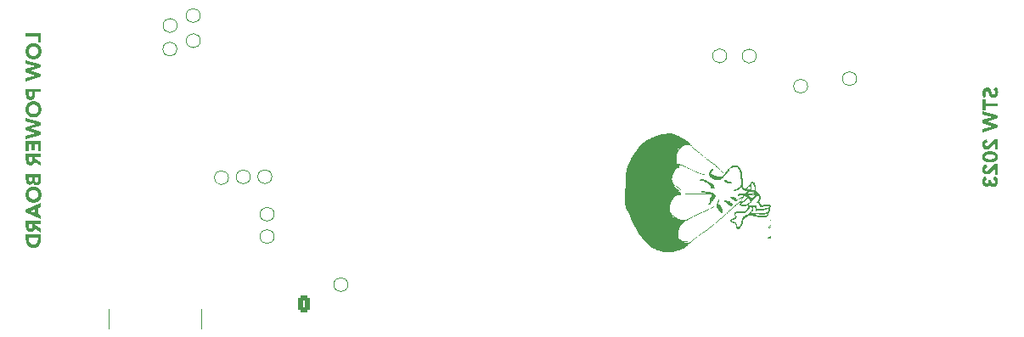
<source format=gbo>
G04 #@! TF.GenerationSoftware,KiCad,Pcbnew,7.0.2-0*
G04 #@! TF.CreationDate,2023-10-11T21:53:26-07:00*
G04 #@! TF.ProjectId,low-power,6c6f772d-706f-4776-9572-2e6b69636164,rev?*
G04 #@! TF.SameCoordinates,Original*
G04 #@! TF.FileFunction,Legend,Bot*
G04 #@! TF.FilePolarity,Positive*
%FSLAX46Y46*%
G04 Gerber Fmt 4.6, Leading zero omitted, Abs format (unit mm)*
G04 Created by KiCad (PCBNEW 7.0.2-0) date 2023-10-11 21:53:26*
%MOMM*%
%LPD*%
G01*
G04 APERTURE LIST*
G04 Aperture macros list*
%AMRoundRect*
0 Rectangle with rounded corners*
0 $1 Rounding radius*
0 $2 $3 $4 $5 $6 $7 $8 $9 X,Y pos of 4 corners*
0 Add a 4 corners polygon primitive as box body*
4,1,4,$2,$3,$4,$5,$6,$7,$8,$9,$2,$3,0*
0 Add four circle primitives for the rounded corners*
1,1,$1+$1,$2,$3*
1,1,$1+$1,$4,$5*
1,1,$1+$1,$6,$7*
1,1,$1+$1,$8,$9*
0 Add four rect primitives between the rounded corners*
20,1,$1+$1,$2,$3,$4,$5,0*
20,1,$1+$1,$4,$5,$6,$7,0*
20,1,$1+$1,$6,$7,$8,$9,0*
20,1,$1+$1,$8,$9,$2,$3,0*%
G04 Aperture macros list end*
%ADD10C,0.250000*%
%ADD11C,0.120000*%
%ADD12C,1.500000*%
%ADD13C,1.000000*%
%ADD14C,0.500000*%
%ADD15C,0.800000*%
%ADD16C,5.000000*%
%ADD17C,1.050000*%
%ADD18C,0.350000*%
%ADD19C,0.650000*%
%ADD20R,0.600000X1.240000*%
%ADD21R,0.300000X1.240000*%
%ADD22O,1.000000X1.800000*%
%ADD23O,1.000000X2.100000*%
%ADD24RoundRect,0.250000X-0.350000X-0.625000X0.350000X-0.625000X0.350000X0.625000X-0.350000X0.625000X0*%
%ADD25O,1.200000X1.750000*%
%ADD26C,1.000000*%
%ADD27RoundRect,0.250000X0.350000X0.625000X-0.350000X0.625000X-0.350000X-0.625000X0.350000X-0.625000X0*%
G04 APERTURE END LIST*
D10*
G36*
X105919371Y-90898779D02*
G01*
X105919371Y-91228141D01*
X107115184Y-91228141D01*
X107115184Y-91837771D01*
X107420000Y-91837771D01*
X107420000Y-90898779D01*
X105919371Y-90898779D01*
G37*
G36*
X106703717Y-91933260D02*
G01*
X106725762Y-91933964D01*
X106747544Y-91935138D01*
X106769062Y-91936781D01*
X106790317Y-91938893D01*
X106811308Y-91941475D01*
X106832036Y-91944526D01*
X106852501Y-91948046D01*
X106872703Y-91952036D01*
X106892641Y-91956496D01*
X106912316Y-91961424D01*
X106931728Y-91966822D01*
X106950876Y-91972690D01*
X106969761Y-91979027D01*
X106988382Y-91985833D01*
X107006741Y-91993109D01*
X107024754Y-92000806D01*
X107042432Y-92008874D01*
X107059776Y-92017315D01*
X107076785Y-92026128D01*
X107093459Y-92035313D01*
X107109798Y-92044870D01*
X107125802Y-92054799D01*
X107141471Y-92065100D01*
X107156805Y-92075773D01*
X107171805Y-92086818D01*
X107186469Y-92098236D01*
X107200799Y-92110025D01*
X107214794Y-92122187D01*
X107228454Y-92134720D01*
X107241779Y-92147626D01*
X107254769Y-92160904D01*
X107267362Y-92174524D01*
X107279585Y-92188456D01*
X107291439Y-92202700D01*
X107302923Y-92217255D01*
X107314039Y-92232123D01*
X107324785Y-92247303D01*
X107335162Y-92262795D01*
X107345170Y-92278598D01*
X107354808Y-92294714D01*
X107364077Y-92311142D01*
X107372978Y-92327882D01*
X107381508Y-92344933D01*
X107389670Y-92362297D01*
X107397462Y-92379973D01*
X107404886Y-92397960D01*
X107411939Y-92416260D01*
X107418594Y-92434823D01*
X107424819Y-92453600D01*
X107430615Y-92472593D01*
X107435982Y-92491800D01*
X107440919Y-92511221D01*
X107445427Y-92530857D01*
X107449506Y-92550708D01*
X107453155Y-92570774D01*
X107456375Y-92591054D01*
X107459166Y-92611549D01*
X107461527Y-92632259D01*
X107463459Y-92653183D01*
X107464962Y-92674322D01*
X107466035Y-92695676D01*
X107466679Y-92717244D01*
X107466894Y-92739027D01*
X107466679Y-92760810D01*
X107466035Y-92782378D01*
X107464962Y-92803732D01*
X107463459Y-92824871D01*
X107461527Y-92845795D01*
X107459166Y-92866504D01*
X107456375Y-92886999D01*
X107453155Y-92907280D01*
X107449506Y-92927345D01*
X107445427Y-92947196D01*
X107440919Y-92966832D01*
X107435982Y-92986254D01*
X107430615Y-93005461D01*
X107424819Y-93024453D01*
X107418594Y-93043231D01*
X107411939Y-93061794D01*
X107404886Y-93080093D01*
X107397462Y-93098081D01*
X107389670Y-93115757D01*
X107381508Y-93133120D01*
X107372978Y-93150172D01*
X107364077Y-93166912D01*
X107354808Y-93183339D01*
X107345170Y-93199455D01*
X107335162Y-93215259D01*
X107324785Y-93230751D01*
X107314039Y-93245930D01*
X107302923Y-93260798D01*
X107291439Y-93275354D01*
X107279585Y-93289598D01*
X107267362Y-93303530D01*
X107254769Y-93317150D01*
X107241779Y-93330427D01*
X107228454Y-93343333D01*
X107214794Y-93355867D01*
X107200799Y-93368028D01*
X107186469Y-93379818D01*
X107171805Y-93391235D01*
X107156805Y-93402281D01*
X107141471Y-93412954D01*
X107125802Y-93423255D01*
X107109798Y-93433184D01*
X107093459Y-93442741D01*
X107076785Y-93451926D01*
X107059776Y-93460739D01*
X107042432Y-93469179D01*
X107024754Y-93477248D01*
X107006741Y-93484944D01*
X106988382Y-93492220D01*
X106969761Y-93499027D01*
X106950876Y-93505364D01*
X106931728Y-93511231D01*
X106912316Y-93516629D01*
X106892641Y-93521558D01*
X106872703Y-93526017D01*
X106852501Y-93530007D01*
X106832036Y-93533528D01*
X106811308Y-93536579D01*
X106790317Y-93539161D01*
X106769062Y-93541273D01*
X106747544Y-93542916D01*
X106725762Y-93544089D01*
X106703717Y-93544793D01*
X106681409Y-93545028D01*
X106659102Y-93544793D01*
X106637062Y-93544089D01*
X106615288Y-93542916D01*
X106593779Y-93541273D01*
X106572537Y-93539161D01*
X106551562Y-93536579D01*
X106530852Y-93533528D01*
X106510409Y-93530007D01*
X106490231Y-93526017D01*
X106470320Y-93521558D01*
X106450675Y-93516629D01*
X106431297Y-93511231D01*
X106412184Y-93505364D01*
X106393338Y-93499027D01*
X106374758Y-93492220D01*
X106356444Y-93484944D01*
X106338388Y-93477248D01*
X106320672Y-93469179D01*
X106303297Y-93460739D01*
X106286262Y-93451926D01*
X106269568Y-93442741D01*
X106253215Y-93433184D01*
X106237202Y-93423255D01*
X106221530Y-93412954D01*
X106206199Y-93402281D01*
X106191208Y-93391235D01*
X106176558Y-93379818D01*
X106162248Y-93368028D01*
X106148279Y-93355867D01*
X106134651Y-93343333D01*
X106121363Y-93330427D01*
X106108415Y-93317150D01*
X106095779Y-93303530D01*
X106083514Y-93289598D01*
X106071622Y-93275354D01*
X106060101Y-93260798D01*
X106048953Y-93245930D01*
X106038177Y-93230751D01*
X106027772Y-93215259D01*
X106017740Y-93199455D01*
X106008080Y-93183339D01*
X105998792Y-93166912D01*
X105989877Y-93150172D01*
X105981333Y-93133120D01*
X105973161Y-93115757D01*
X105965362Y-93098081D01*
X105957934Y-93080093D01*
X105950879Y-93061794D01*
X105944224Y-93043231D01*
X105937999Y-93024453D01*
X105932203Y-93005461D01*
X105926836Y-92986254D01*
X105921899Y-92966832D01*
X105917391Y-92947196D01*
X105913312Y-92927345D01*
X105909663Y-92907280D01*
X105906443Y-92886999D01*
X105903652Y-92866504D01*
X105901291Y-92845795D01*
X105899359Y-92824871D01*
X105897856Y-92803732D01*
X105896783Y-92782378D01*
X105896139Y-92760810D01*
X105895924Y-92739027D01*
X106200739Y-92739027D01*
X106200879Y-92752137D01*
X106201616Y-92771508D01*
X106202983Y-92790524D01*
X106204982Y-92809186D01*
X106207611Y-92827494D01*
X106210872Y-92845447D01*
X106214764Y-92863047D01*
X106219287Y-92880292D01*
X106224441Y-92897183D01*
X106230227Y-92913720D01*
X106236643Y-92929903D01*
X106241242Y-92940478D01*
X106248560Y-92955988D01*
X106256381Y-92971073D01*
X106264703Y-92985732D01*
X106273528Y-92999967D01*
X106282856Y-93013776D01*
X106292685Y-93027161D01*
X106303017Y-93040120D01*
X106313851Y-93052655D01*
X106325188Y-93064764D01*
X106337027Y-93076448D01*
X106345137Y-93083985D01*
X106357662Y-93094870D01*
X106370618Y-93105254D01*
X106384005Y-93115135D01*
X106397825Y-93124514D01*
X106412075Y-93133390D01*
X106426757Y-93141764D01*
X106441871Y-93149636D01*
X106457416Y-93157005D01*
X106473393Y-93163873D01*
X106489801Y-93170238D01*
X106500896Y-93174230D01*
X106517759Y-93179737D01*
X106534886Y-93184663D01*
X106552278Y-93189010D01*
X106569933Y-93192778D01*
X106587852Y-93195965D01*
X106606035Y-93198574D01*
X106624483Y-93200602D01*
X106643194Y-93202051D01*
X106662170Y-93202921D01*
X106681409Y-93203210D01*
X106694528Y-93203082D01*
X106713944Y-93202405D01*
X106733044Y-93201150D01*
X106751828Y-93199314D01*
X106770297Y-93196899D01*
X106788450Y-93193905D01*
X106806288Y-93190330D01*
X106823810Y-93186177D01*
X106841017Y-93181443D01*
X106857908Y-93176130D01*
X106874483Y-93170238D01*
X106885294Y-93166050D01*
X106901177Y-93159350D01*
X106916661Y-93152148D01*
X106931745Y-93144444D01*
X106946431Y-93136237D01*
X106960717Y-93127528D01*
X106974604Y-93118317D01*
X106988091Y-93108603D01*
X107001179Y-93098387D01*
X107013868Y-93087669D01*
X107026158Y-93076448D01*
X107034062Y-93068706D01*
X107045505Y-93056738D01*
X107056452Y-93044346D01*
X107066903Y-93031528D01*
X107076858Y-93018285D01*
X107086317Y-93004617D01*
X107095281Y-92990524D01*
X107103748Y-92976007D01*
X107111720Y-92961064D01*
X107119195Y-92945696D01*
X107126175Y-92929903D01*
X107130523Y-92919154D01*
X107136519Y-92902735D01*
X107141883Y-92885962D01*
X107146617Y-92868835D01*
X107150719Y-92851353D01*
X107154190Y-92833518D01*
X107157030Y-92815328D01*
X107159239Y-92796784D01*
X107160817Y-92777886D01*
X107161763Y-92758633D01*
X107162079Y-92739027D01*
X107161939Y-92725916D01*
X107161202Y-92706546D01*
X107159835Y-92687530D01*
X107157837Y-92668868D01*
X107155207Y-92650560D01*
X107151946Y-92632606D01*
X107148054Y-92615007D01*
X107143531Y-92597762D01*
X107138377Y-92580870D01*
X107132592Y-92564334D01*
X107126175Y-92548151D01*
X107121577Y-92537575D01*
X107114267Y-92522065D01*
X107106460Y-92506981D01*
X107098158Y-92492321D01*
X107089360Y-92478087D01*
X107080066Y-92464277D01*
X107070276Y-92450893D01*
X107059990Y-92437933D01*
X107049209Y-92425399D01*
X107037931Y-92413290D01*
X107026158Y-92401605D01*
X107018009Y-92394068D01*
X107005453Y-92383174D01*
X106992498Y-92372777D01*
X106979144Y-92362876D01*
X106965390Y-92353470D01*
X106951237Y-92344560D01*
X106936685Y-92336146D01*
X106921733Y-92328228D01*
X106906383Y-92320806D01*
X106890632Y-92313880D01*
X106874483Y-92307450D01*
X106863468Y-92303501D01*
X106846682Y-92298056D01*
X106829581Y-92293184D01*
X106812164Y-92288886D01*
X106794431Y-92285160D01*
X106776383Y-92282008D01*
X106758019Y-92279429D01*
X106739340Y-92277422D01*
X106720345Y-92275990D01*
X106701035Y-92275130D01*
X106681409Y-92274843D01*
X106668553Y-92274971D01*
X106649490Y-92275639D01*
X106630691Y-92276881D01*
X106612155Y-92278696D01*
X106593884Y-92281084D01*
X106575877Y-92284046D01*
X106558133Y-92287580D01*
X106540654Y-92291688D01*
X106523439Y-92296369D01*
X106506488Y-92301623D01*
X106489801Y-92307450D01*
X106478814Y-92311681D01*
X106462694Y-92318442D01*
X106447005Y-92325699D01*
X106431747Y-92333452D01*
X106416921Y-92341700D01*
X106402527Y-92350445D01*
X106388564Y-92359685D01*
X106375032Y-92369421D01*
X106361932Y-92379653D01*
X106349264Y-92390381D01*
X106337027Y-92401605D01*
X106329078Y-92409348D01*
X106317574Y-92421315D01*
X106306573Y-92433708D01*
X106296073Y-92446526D01*
X106286076Y-92459768D01*
X106276582Y-92473436D01*
X106267589Y-92487529D01*
X106259099Y-92502047D01*
X106251111Y-92516990D01*
X106243626Y-92532358D01*
X106236643Y-92548151D01*
X106232295Y-92558900D01*
X106226300Y-92575319D01*
X106220935Y-92592092D01*
X106216202Y-92609219D01*
X106212099Y-92626700D01*
X106208628Y-92644536D01*
X106205788Y-92662726D01*
X106203579Y-92681270D01*
X106202001Y-92700168D01*
X106201055Y-92719420D01*
X106200739Y-92739027D01*
X105895924Y-92739027D01*
X105896139Y-92717244D01*
X105896783Y-92695676D01*
X105897856Y-92674322D01*
X105899359Y-92653183D01*
X105901291Y-92632259D01*
X105903652Y-92611549D01*
X105906443Y-92591054D01*
X105909663Y-92570774D01*
X105913312Y-92550708D01*
X105917391Y-92530857D01*
X105921899Y-92511221D01*
X105926836Y-92491800D01*
X105932203Y-92472593D01*
X105937999Y-92453600D01*
X105944224Y-92434823D01*
X105950879Y-92416260D01*
X105957934Y-92397960D01*
X105965362Y-92379973D01*
X105973161Y-92362297D01*
X105981333Y-92344933D01*
X105989877Y-92327882D01*
X105998792Y-92311142D01*
X106008080Y-92294714D01*
X106017740Y-92278598D01*
X106027772Y-92262795D01*
X106038177Y-92247303D01*
X106048953Y-92232123D01*
X106060101Y-92217255D01*
X106071622Y-92202700D01*
X106083514Y-92188456D01*
X106095779Y-92174524D01*
X106108415Y-92160904D01*
X106121363Y-92147626D01*
X106134651Y-92134720D01*
X106148279Y-92122187D01*
X106162248Y-92110025D01*
X106176558Y-92098236D01*
X106191208Y-92086818D01*
X106206199Y-92075773D01*
X106221530Y-92065100D01*
X106237202Y-92054799D01*
X106253215Y-92044870D01*
X106269568Y-92035313D01*
X106286262Y-92026128D01*
X106303297Y-92017315D01*
X106320672Y-92008874D01*
X106338388Y-92000806D01*
X106356444Y-91993109D01*
X106374758Y-91985833D01*
X106393338Y-91979027D01*
X106412184Y-91972690D01*
X106431297Y-91966822D01*
X106450675Y-91961424D01*
X106470320Y-91956496D01*
X106490231Y-91952036D01*
X106510409Y-91948046D01*
X106530852Y-91944526D01*
X106551562Y-91941475D01*
X106572537Y-91938893D01*
X106593779Y-91936781D01*
X106615288Y-91935138D01*
X106637062Y-91933964D01*
X106659102Y-91933260D01*
X106681409Y-91933025D01*
X106703717Y-91933260D01*
G37*
G36*
X105919371Y-93603646D02*
G01*
X105919371Y-93962683D01*
X106881810Y-94201187D01*
X106881810Y-94205217D01*
X105919371Y-94517725D01*
X105919371Y-94823639D01*
X106907090Y-95133584D01*
X106907090Y-95137980D01*
X105919371Y-95388940D01*
X105919371Y-95722697D01*
X107420000Y-95285625D01*
X107420000Y-94992533D01*
X106381357Y-94663172D01*
X106381357Y-94658776D01*
X107420000Y-94329780D01*
X107420000Y-94046947D01*
X105919371Y-93603646D01*
G37*
G36*
X107420000Y-96810433D02*
G01*
X106833817Y-96810433D01*
X106833817Y-97051134D01*
X106833731Y-97065815D01*
X106833280Y-97087588D01*
X106832443Y-97109066D01*
X106831219Y-97130247D01*
X106829609Y-97151132D01*
X106827613Y-97171720D01*
X106825230Y-97192013D01*
X106822461Y-97212009D01*
X106819305Y-97231709D01*
X106815763Y-97251113D01*
X106811835Y-97270220D01*
X106808923Y-97282798D01*
X106804109Y-97301263D01*
X106798760Y-97319244D01*
X106792877Y-97336743D01*
X106786460Y-97353758D01*
X106779508Y-97370291D01*
X106772021Y-97386340D01*
X106764000Y-97401907D01*
X106755445Y-97416990D01*
X106746355Y-97431591D01*
X106736730Y-97445709D01*
X106729950Y-97454835D01*
X106719253Y-97468057D01*
X106707925Y-97480719D01*
X106695966Y-97492821D01*
X106683375Y-97504363D01*
X106670154Y-97515344D01*
X106656302Y-97525765D01*
X106641818Y-97535626D01*
X106626704Y-97544926D01*
X106610958Y-97553666D01*
X106594581Y-97561846D01*
X106583288Y-97566948D01*
X106565731Y-97573984D01*
X106547434Y-97580279D01*
X106528397Y-97585833D01*
X106508618Y-97590647D01*
X106488099Y-97594720D01*
X106466840Y-97598053D01*
X106452255Y-97599863D01*
X106437342Y-97601345D01*
X106422099Y-97602497D01*
X106406527Y-97603320D01*
X106390626Y-97603813D01*
X106374396Y-97603978D01*
X106366106Y-97603934D01*
X106349794Y-97603579D01*
X106333840Y-97602869D01*
X106318244Y-97601804D01*
X106303005Y-97600384D01*
X106288125Y-97598610D01*
X106266474Y-97595283D01*
X106245629Y-97591157D01*
X106225589Y-97586232D01*
X106206354Y-97580509D01*
X106187924Y-97573988D01*
X106170298Y-97566667D01*
X106153478Y-97558549D01*
X106142629Y-97552747D01*
X106126886Y-97543583D01*
X106111781Y-97533865D01*
X106097314Y-97523593D01*
X106083484Y-97512768D01*
X106070292Y-97501388D01*
X106057737Y-97489455D01*
X106045820Y-97476968D01*
X106034540Y-97463927D01*
X106023898Y-97450332D01*
X106013893Y-97436183D01*
X106007511Y-97426462D01*
X105998387Y-97411488D01*
X105989805Y-97396043D01*
X105981764Y-97380129D01*
X105974263Y-97363745D01*
X105967304Y-97346890D01*
X105960885Y-97329565D01*
X105955008Y-97311771D01*
X105949671Y-97293506D01*
X105944875Y-97274771D01*
X105940621Y-97255566D01*
X105938047Y-97242603D01*
X105934499Y-97222976D01*
X105931324Y-97203130D01*
X105928523Y-97183065D01*
X105926095Y-97162781D01*
X105924040Y-97142278D01*
X105922360Y-97121556D01*
X105921052Y-97100616D01*
X105920118Y-97079456D01*
X105919558Y-97058077D01*
X105919371Y-97036480D01*
X105919371Y-96810433D01*
X106200739Y-96810433D01*
X106200739Y-96979327D01*
X106200761Y-96985159D01*
X106201002Y-96999876D01*
X106201512Y-97014790D01*
X106202290Y-97029901D01*
X106203337Y-97045208D01*
X106204652Y-97060712D01*
X106206235Y-97076413D01*
X106208168Y-97091980D01*
X106210764Y-97107082D01*
X106214022Y-97121719D01*
X106217941Y-97135890D01*
X106223518Y-97152282D01*
X106230048Y-97168004D01*
X106232447Y-97173121D01*
X106240398Y-97187765D01*
X106249483Y-97201354D01*
X106259701Y-97213886D01*
X106271053Y-97225362D01*
X106283538Y-97235782D01*
X106294836Y-97243381D01*
X106309811Y-97250800D01*
X106326332Y-97256364D01*
X106341280Y-97259584D01*
X106357301Y-97261516D01*
X106374396Y-97262160D01*
X106384064Y-97261983D01*
X106399492Y-97260901D01*
X106416871Y-97258303D01*
X106433014Y-97254289D01*
X106447921Y-97248858D01*
X106461591Y-97242010D01*
X106469971Y-97236858D01*
X106483535Y-97226850D01*
X106495697Y-97215580D01*
X106506456Y-97203048D01*
X106515812Y-97189254D01*
X106523924Y-97174568D01*
X106530949Y-97159040D01*
X106536106Y-97145061D01*
X106540463Y-97130464D01*
X106544023Y-97115248D01*
X106545043Y-97110106D01*
X106547709Y-97094526D01*
X106549783Y-97078713D01*
X106551264Y-97062669D01*
X106552153Y-97046393D01*
X106552449Y-97029885D01*
X106552449Y-96810433D01*
X106200739Y-96810433D01*
X105919371Y-96810433D01*
X105919371Y-96481438D01*
X107420000Y-96481438D01*
X107420000Y-96810433D01*
G37*
G36*
X106703717Y-97723281D02*
G01*
X106725762Y-97723985D01*
X106747544Y-97725159D01*
X106769062Y-97726802D01*
X106790317Y-97728914D01*
X106811308Y-97731496D01*
X106832036Y-97734547D01*
X106852501Y-97738067D01*
X106872703Y-97742057D01*
X106892641Y-97746517D01*
X106912316Y-97751445D01*
X106931728Y-97756843D01*
X106950876Y-97762711D01*
X106969761Y-97769048D01*
X106988382Y-97775854D01*
X107006741Y-97783130D01*
X107024754Y-97790827D01*
X107042432Y-97798895D01*
X107059776Y-97807336D01*
X107076785Y-97816149D01*
X107093459Y-97825334D01*
X107109798Y-97834890D01*
X107125802Y-97844820D01*
X107141471Y-97855121D01*
X107156805Y-97865794D01*
X107171805Y-97876839D01*
X107186469Y-97888257D01*
X107200799Y-97900046D01*
X107214794Y-97912208D01*
X107228454Y-97924741D01*
X107241779Y-97937647D01*
X107254769Y-97950925D01*
X107267362Y-97964545D01*
X107279585Y-97978477D01*
X107291439Y-97992720D01*
X107302923Y-98007276D01*
X107314039Y-98022144D01*
X107324785Y-98037324D01*
X107335162Y-98052816D01*
X107345170Y-98068619D01*
X107354808Y-98084735D01*
X107364077Y-98101163D01*
X107372978Y-98117903D01*
X107381508Y-98134954D01*
X107389670Y-98152318D01*
X107397462Y-98169994D01*
X107404886Y-98187981D01*
X107411939Y-98206281D01*
X107418594Y-98224844D01*
X107424819Y-98243621D01*
X107430615Y-98262614D01*
X107435982Y-98281821D01*
X107440919Y-98301242D01*
X107445427Y-98320878D01*
X107449506Y-98340729D01*
X107453155Y-98360795D01*
X107456375Y-98381075D01*
X107459166Y-98401570D01*
X107461527Y-98422280D01*
X107463459Y-98443204D01*
X107464962Y-98464343D01*
X107466035Y-98485697D01*
X107466679Y-98507265D01*
X107466894Y-98529048D01*
X107466679Y-98550831D01*
X107466035Y-98572399D01*
X107464962Y-98593753D01*
X107463459Y-98614891D01*
X107461527Y-98635816D01*
X107459166Y-98656525D01*
X107456375Y-98677020D01*
X107453155Y-98697301D01*
X107449506Y-98717366D01*
X107445427Y-98737217D01*
X107440919Y-98756853D01*
X107435982Y-98776275D01*
X107430615Y-98795482D01*
X107424819Y-98814474D01*
X107418594Y-98833252D01*
X107411939Y-98851815D01*
X107404886Y-98870114D01*
X107397462Y-98888102D01*
X107389670Y-98905778D01*
X107381508Y-98923141D01*
X107372978Y-98940193D01*
X107364077Y-98956933D01*
X107354808Y-98973360D01*
X107345170Y-98989476D01*
X107335162Y-99005280D01*
X107324785Y-99020772D01*
X107314039Y-99035951D01*
X107302923Y-99050819D01*
X107291439Y-99065375D01*
X107279585Y-99079619D01*
X107267362Y-99093551D01*
X107254769Y-99107171D01*
X107241779Y-99120448D01*
X107228454Y-99133354D01*
X107214794Y-99145888D01*
X107200799Y-99158049D01*
X107186469Y-99169839D01*
X107171805Y-99181256D01*
X107156805Y-99192302D01*
X107141471Y-99202975D01*
X107125802Y-99213276D01*
X107109798Y-99223205D01*
X107093459Y-99232762D01*
X107076785Y-99241947D01*
X107059776Y-99250760D01*
X107042432Y-99259200D01*
X107024754Y-99267269D01*
X107006741Y-99274965D01*
X106988382Y-99282241D01*
X106969761Y-99289048D01*
X106950876Y-99295384D01*
X106931728Y-99301252D01*
X106912316Y-99306650D01*
X106892641Y-99311579D01*
X106872703Y-99316038D01*
X106852501Y-99320028D01*
X106832036Y-99323549D01*
X106811308Y-99326600D01*
X106790317Y-99329182D01*
X106769062Y-99331294D01*
X106747544Y-99332937D01*
X106725762Y-99334110D01*
X106703717Y-99334814D01*
X106681409Y-99335049D01*
X106659102Y-99334814D01*
X106637062Y-99334110D01*
X106615288Y-99332937D01*
X106593779Y-99331294D01*
X106572537Y-99329182D01*
X106551562Y-99326600D01*
X106530852Y-99323549D01*
X106510409Y-99320028D01*
X106490231Y-99316038D01*
X106470320Y-99311579D01*
X106450675Y-99306650D01*
X106431297Y-99301252D01*
X106412184Y-99295384D01*
X106393338Y-99289048D01*
X106374758Y-99282241D01*
X106356444Y-99274965D01*
X106338388Y-99267269D01*
X106320672Y-99259200D01*
X106303297Y-99250760D01*
X106286262Y-99241947D01*
X106269568Y-99232762D01*
X106253215Y-99223205D01*
X106237202Y-99213276D01*
X106221530Y-99202975D01*
X106206199Y-99192302D01*
X106191208Y-99181256D01*
X106176558Y-99169839D01*
X106162248Y-99158049D01*
X106148279Y-99145888D01*
X106134651Y-99133354D01*
X106121363Y-99120448D01*
X106108415Y-99107171D01*
X106095779Y-99093551D01*
X106083514Y-99079619D01*
X106071622Y-99065375D01*
X106060101Y-99050819D01*
X106048953Y-99035951D01*
X106038177Y-99020772D01*
X106027772Y-99005280D01*
X106017740Y-98989476D01*
X106008080Y-98973360D01*
X105998792Y-98956933D01*
X105989877Y-98940193D01*
X105981333Y-98923141D01*
X105973161Y-98905778D01*
X105965362Y-98888102D01*
X105957934Y-98870114D01*
X105950879Y-98851815D01*
X105944224Y-98833252D01*
X105937999Y-98814474D01*
X105932203Y-98795482D01*
X105926836Y-98776275D01*
X105921899Y-98756853D01*
X105917391Y-98737217D01*
X105913312Y-98717366D01*
X105909663Y-98697301D01*
X105906443Y-98677020D01*
X105903652Y-98656525D01*
X105901291Y-98635816D01*
X105899359Y-98614891D01*
X105897856Y-98593753D01*
X105896783Y-98572399D01*
X105896139Y-98550831D01*
X105895924Y-98529048D01*
X106200739Y-98529048D01*
X106200879Y-98542158D01*
X106201616Y-98561529D01*
X106202983Y-98580545D01*
X106204982Y-98599207D01*
X106207611Y-98617515D01*
X106210872Y-98635468D01*
X106214764Y-98653068D01*
X106219287Y-98670313D01*
X106224441Y-98687204D01*
X106230227Y-98703741D01*
X106236643Y-98719924D01*
X106241242Y-98730499D01*
X106248560Y-98746009D01*
X106256381Y-98761094D01*
X106264703Y-98775753D01*
X106273528Y-98789988D01*
X106282856Y-98803797D01*
X106292685Y-98817182D01*
X106303017Y-98830141D01*
X106313851Y-98842676D01*
X106325188Y-98854785D01*
X106337027Y-98866469D01*
X106345137Y-98874005D01*
X106357662Y-98884891D01*
X106370618Y-98895275D01*
X106384005Y-98905156D01*
X106397825Y-98914534D01*
X106412075Y-98923411D01*
X106426757Y-98931785D01*
X106441871Y-98939657D01*
X106457416Y-98947026D01*
X106473393Y-98953894D01*
X106489801Y-98960258D01*
X106500896Y-98964251D01*
X106517759Y-98969757D01*
X106534886Y-98974684D01*
X106552278Y-98979031D01*
X106569933Y-98982798D01*
X106587852Y-98985986D01*
X106606035Y-98988594D01*
X106624483Y-98990623D01*
X106643194Y-98992072D01*
X106662170Y-98992941D01*
X106681409Y-98993231D01*
X106694528Y-98993102D01*
X106713944Y-98992426D01*
X106733044Y-98991170D01*
X106751828Y-98989335D01*
X106770297Y-98986920D01*
X106788450Y-98983925D01*
X106806288Y-98980351D01*
X106823810Y-98976197D01*
X106841017Y-98971464D01*
X106857908Y-98966151D01*
X106874483Y-98960258D01*
X106885294Y-98956071D01*
X106901177Y-98949371D01*
X106916661Y-98942169D01*
X106931745Y-98934465D01*
X106946431Y-98926258D01*
X106960717Y-98917549D01*
X106974604Y-98908338D01*
X106988091Y-98898624D01*
X107001179Y-98888408D01*
X107013868Y-98877690D01*
X107026158Y-98866469D01*
X107034062Y-98858727D01*
X107045505Y-98846759D01*
X107056452Y-98834367D01*
X107066903Y-98821549D01*
X107076858Y-98808306D01*
X107086317Y-98794638D01*
X107095281Y-98780545D01*
X107103748Y-98766027D01*
X107111720Y-98751085D01*
X107119195Y-98735717D01*
X107126175Y-98719924D01*
X107130523Y-98709174D01*
X107136519Y-98692756D01*
X107141883Y-98675983D01*
X107146617Y-98658856D01*
X107150719Y-98641374D01*
X107154190Y-98623539D01*
X107157030Y-98605349D01*
X107159239Y-98586805D01*
X107160817Y-98567907D01*
X107161763Y-98548654D01*
X107162079Y-98529048D01*
X107161939Y-98515937D01*
X107161202Y-98496567D01*
X107159835Y-98477551D01*
X107157837Y-98458889D01*
X107155207Y-98440581D01*
X107151946Y-98422627D01*
X107148054Y-98405028D01*
X107143531Y-98387782D01*
X107138377Y-98370891D01*
X107132592Y-98354355D01*
X107126175Y-98338172D01*
X107121577Y-98327596D01*
X107114267Y-98312086D01*
X107106460Y-98297002D01*
X107098158Y-98282342D01*
X107089360Y-98268108D01*
X107080066Y-98254298D01*
X107070276Y-98240914D01*
X107059990Y-98227954D01*
X107049209Y-98215420D01*
X107037931Y-98203311D01*
X107026158Y-98191626D01*
X107018009Y-98184089D01*
X107005453Y-98173195D01*
X106992498Y-98162798D01*
X106979144Y-98152896D01*
X106965390Y-98143491D01*
X106951237Y-98134581D01*
X106936685Y-98126167D01*
X106921733Y-98118249D01*
X106906383Y-98110827D01*
X106890632Y-98103901D01*
X106874483Y-98097471D01*
X106863468Y-98093522D01*
X106846682Y-98088077D01*
X106829581Y-98083205D01*
X106812164Y-98078907D01*
X106794431Y-98075181D01*
X106776383Y-98072029D01*
X106758019Y-98069449D01*
X106739340Y-98067443D01*
X106720345Y-98066011D01*
X106701035Y-98065151D01*
X106681409Y-98064864D01*
X106668553Y-98064992D01*
X106649490Y-98065660D01*
X106630691Y-98066902D01*
X106612155Y-98068717D01*
X106593884Y-98071105D01*
X106575877Y-98074067D01*
X106558133Y-98077601D01*
X106540654Y-98081709D01*
X106523439Y-98086390D01*
X106506488Y-98091643D01*
X106489801Y-98097471D01*
X106478814Y-98101702D01*
X106462694Y-98108463D01*
X106447005Y-98115720D01*
X106431747Y-98123473D01*
X106416921Y-98131721D01*
X106402527Y-98140466D01*
X106388564Y-98149706D01*
X106375032Y-98159442D01*
X106361932Y-98169674D01*
X106349264Y-98180402D01*
X106337027Y-98191626D01*
X106329078Y-98199369D01*
X106317574Y-98211336D01*
X106306573Y-98223729D01*
X106296073Y-98236547D01*
X106286076Y-98249789D01*
X106276582Y-98263457D01*
X106267589Y-98277550D01*
X106259099Y-98292068D01*
X106251111Y-98307011D01*
X106243626Y-98322379D01*
X106236643Y-98338172D01*
X106232295Y-98348921D01*
X106226300Y-98365340D01*
X106220935Y-98382113D01*
X106216202Y-98399240D01*
X106212099Y-98416721D01*
X106208628Y-98434557D01*
X106205788Y-98452747D01*
X106203579Y-98471291D01*
X106202001Y-98490189D01*
X106201055Y-98509441D01*
X106200739Y-98529048D01*
X105895924Y-98529048D01*
X105896139Y-98507265D01*
X105896783Y-98485697D01*
X105897856Y-98464343D01*
X105899359Y-98443204D01*
X105901291Y-98422280D01*
X105903652Y-98401570D01*
X105906443Y-98381075D01*
X105909663Y-98360795D01*
X105913312Y-98340729D01*
X105917391Y-98320878D01*
X105921899Y-98301242D01*
X105926836Y-98281821D01*
X105932203Y-98262614D01*
X105937999Y-98243621D01*
X105944224Y-98224844D01*
X105950879Y-98206281D01*
X105957934Y-98187981D01*
X105965362Y-98169994D01*
X105973161Y-98152318D01*
X105981333Y-98134954D01*
X105989877Y-98117903D01*
X105998792Y-98101163D01*
X106008080Y-98084735D01*
X106017740Y-98068619D01*
X106027772Y-98052816D01*
X106038177Y-98037324D01*
X106048953Y-98022144D01*
X106060101Y-98007276D01*
X106071622Y-97992720D01*
X106083514Y-97978477D01*
X106095779Y-97964545D01*
X106108415Y-97950925D01*
X106121363Y-97937647D01*
X106134651Y-97924741D01*
X106148279Y-97912208D01*
X106162248Y-97900046D01*
X106176558Y-97888257D01*
X106191208Y-97876839D01*
X106206199Y-97865794D01*
X106221530Y-97855121D01*
X106237202Y-97844820D01*
X106253215Y-97834890D01*
X106269568Y-97825334D01*
X106286262Y-97816149D01*
X106303297Y-97807336D01*
X106320672Y-97798895D01*
X106338388Y-97790827D01*
X106356444Y-97783130D01*
X106374758Y-97775854D01*
X106393338Y-97769048D01*
X106412184Y-97762711D01*
X106431297Y-97756843D01*
X106450675Y-97751445D01*
X106470320Y-97746517D01*
X106490231Y-97742057D01*
X106510409Y-97738067D01*
X106530852Y-97734547D01*
X106551562Y-97731496D01*
X106572537Y-97728914D01*
X106593779Y-97726802D01*
X106615288Y-97725159D01*
X106637062Y-97723985D01*
X106659102Y-97723281D01*
X106681409Y-97723046D01*
X106703717Y-97723281D01*
G37*
G36*
X105919371Y-99393667D02*
G01*
X105919371Y-99752704D01*
X106881810Y-99991208D01*
X106881810Y-99995238D01*
X105919371Y-100307746D01*
X105919371Y-100613660D01*
X106907090Y-100923605D01*
X106907090Y-100928001D01*
X105919371Y-101178960D01*
X105919371Y-101512718D01*
X107420000Y-101075646D01*
X107420000Y-100782554D01*
X106381357Y-100453193D01*
X106381357Y-100448797D01*
X107420000Y-100119801D01*
X107420000Y-99836968D01*
X105919371Y-99393667D01*
G37*
G36*
X105919371Y-101662561D02*
G01*
X105919371Y-102677757D01*
X106224187Y-102677757D01*
X106224187Y-101991923D01*
X106505554Y-101991923D01*
X106505554Y-102639655D01*
X106810369Y-102639655D01*
X106810369Y-101991923D01*
X107115184Y-101991923D01*
X107115184Y-102715859D01*
X107420000Y-102715859D01*
X107420000Y-101662561D01*
X105919371Y-101662561D01*
G37*
G36*
X107420000Y-103300942D02*
G01*
X106833817Y-103300942D01*
X106833817Y-103463608D01*
X107420000Y-103775750D01*
X107420000Y-104170325D01*
X106799745Y-103790771D01*
X106795666Y-103810257D01*
X106790941Y-103829148D01*
X106785568Y-103847443D01*
X106779549Y-103865143D01*
X106772883Y-103882248D01*
X106765570Y-103898757D01*
X106757610Y-103914671D01*
X106749003Y-103929990D01*
X106739750Y-103944713D01*
X106729849Y-103958841D01*
X106719302Y-103972374D01*
X106708108Y-103985311D01*
X106696267Y-103997653D01*
X106683779Y-104009399D01*
X106670644Y-104020550D01*
X106656863Y-104031106D01*
X106642523Y-104041088D01*
X106627805Y-104050426D01*
X106612710Y-104059120D01*
X106597237Y-104067170D01*
X106581386Y-104074576D01*
X106565157Y-104081338D01*
X106548551Y-104087456D01*
X106531566Y-104092930D01*
X106514204Y-104097760D01*
X106496464Y-104101946D01*
X106478346Y-104105488D01*
X106459850Y-104108386D01*
X106440977Y-104110640D01*
X106421726Y-104112250D01*
X106402096Y-104113216D01*
X106382090Y-104113538D01*
X106373798Y-104113494D01*
X106357472Y-104113139D01*
X106341489Y-104112429D01*
X106325850Y-104111364D01*
X106310554Y-104109945D01*
X106295602Y-104108170D01*
X106273817Y-104104843D01*
X106252806Y-104100717D01*
X106232567Y-104095793D01*
X106213101Y-104090070D01*
X106194408Y-104083548D01*
X106176488Y-104076228D01*
X106159340Y-104068109D01*
X106148309Y-104062307D01*
X106132299Y-104053143D01*
X106116933Y-104043425D01*
X106102212Y-104033154D01*
X106088134Y-104022328D01*
X106074700Y-104010948D01*
X106061910Y-103999015D01*
X106049764Y-103986528D01*
X106038262Y-103973487D01*
X106027405Y-103959892D01*
X106017191Y-103945743D01*
X106010715Y-103936026D01*
X106001447Y-103921075D01*
X105992713Y-103905672D01*
X105984514Y-103889819D01*
X105976849Y-103873515D01*
X105969719Y-103856761D01*
X105963123Y-103839555D01*
X105957062Y-103821899D01*
X105951536Y-103803792D01*
X105946544Y-103785234D01*
X105942086Y-103766225D01*
X105939335Y-103753402D01*
X105935542Y-103733996D01*
X105932148Y-103714384D01*
X105929154Y-103694566D01*
X105926558Y-103674542D01*
X105924362Y-103654312D01*
X105922566Y-103633876D01*
X105921168Y-103613234D01*
X105920170Y-103592385D01*
X105919571Y-103571331D01*
X105919371Y-103550070D01*
X105919371Y-103300942D01*
X106200739Y-103300942D01*
X106200739Y-103516365D01*
X106200765Y-103521913D01*
X106201151Y-103538644D01*
X106202001Y-103555504D01*
X106203315Y-103572493D01*
X106205093Y-103589610D01*
X106207334Y-103606857D01*
X106208205Y-103612631D01*
X106211387Y-103629457D01*
X106215418Y-103645535D01*
X106220300Y-103660867D01*
X106226031Y-103675451D01*
X106232613Y-103689288D01*
X106234969Y-103693726D01*
X106242825Y-103706439D01*
X106251867Y-103718250D01*
X106262094Y-103729159D01*
X106273505Y-103739167D01*
X106286102Y-103748273D01*
X106300004Y-103756242D01*
X106315606Y-103762561D01*
X106329906Y-103766568D01*
X106345387Y-103769431D01*
X106362049Y-103771148D01*
X106379891Y-103771720D01*
X106383825Y-103771695D01*
X106399009Y-103771076D01*
X106416750Y-103769144D01*
X106433113Y-103765924D01*
X106448098Y-103761416D01*
X106464262Y-103754307D01*
X106478443Y-103745342D01*
X106482722Y-103741991D01*
X106494701Y-103731283D01*
X106505391Y-103719597D01*
X106514794Y-103706931D01*
X106522908Y-103693287D01*
X106529734Y-103678664D01*
X106533564Y-103668526D01*
X106538557Y-103652739D01*
X106542649Y-103636257D01*
X106545839Y-103619080D01*
X106547808Y-103604234D01*
X106549152Y-103588905D01*
X106549924Y-103576620D01*
X106550746Y-103561490D01*
X106551406Y-103546610D01*
X106551985Y-103529084D01*
X106552333Y-103511920D01*
X106552449Y-103495115D01*
X106552449Y-103300942D01*
X106200739Y-103300942D01*
X105919371Y-103300942D01*
X105919371Y-102971947D01*
X107420000Y-102971947D01*
X107420000Y-103300942D01*
G37*
G36*
X107420000Y-105565074D02*
G01*
X107419918Y-105577487D01*
X107419490Y-105596118D01*
X107418694Y-105614762D01*
X107417532Y-105633418D01*
X107416002Y-105652088D01*
X107414106Y-105670770D01*
X107411842Y-105689466D01*
X107409211Y-105708174D01*
X107406214Y-105726895D01*
X107402849Y-105745629D01*
X107399117Y-105764376D01*
X107396400Y-105776845D01*
X107391929Y-105795254D01*
X107386981Y-105813308D01*
X107381556Y-105831009D01*
X107375655Y-105848355D01*
X107369277Y-105865347D01*
X107362423Y-105881984D01*
X107355092Y-105898268D01*
X107347285Y-105914197D01*
X107339001Y-105929772D01*
X107330240Y-105944993D01*
X107324078Y-105954907D01*
X107314394Y-105969342D01*
X107304183Y-105983255D01*
X107293443Y-105996647D01*
X107282175Y-106009518D01*
X107270379Y-106021866D01*
X107258055Y-106033694D01*
X107245203Y-106044999D01*
X107231823Y-106055783D01*
X107217915Y-106066045D01*
X107203478Y-106075785D01*
X107193528Y-106081908D01*
X107178038Y-106090350D01*
X107161873Y-106097905D01*
X107145031Y-106104570D01*
X107127513Y-106110347D01*
X107109319Y-106115235D01*
X107090449Y-106119234D01*
X107070903Y-106122344D01*
X107050680Y-106124566D01*
X107029781Y-106125899D01*
X107008206Y-106126344D01*
X106990483Y-106125977D01*
X106973035Y-106124878D01*
X106955862Y-106123046D01*
X106938963Y-106120482D01*
X106922339Y-106117185D01*
X106905990Y-106113154D01*
X106889916Y-106108392D01*
X106874117Y-106102896D01*
X106858701Y-106096811D01*
X106843777Y-106090096D01*
X106829346Y-106082752D01*
X106815407Y-106074778D01*
X106801960Y-106066174D01*
X106789006Y-106056940D01*
X106776544Y-106047077D01*
X106764574Y-106036584D01*
X106753028Y-106025513D01*
X106742020Y-106013916D01*
X106731550Y-106001791D01*
X106721618Y-105989140D01*
X106712224Y-105975963D01*
X106703368Y-105962258D01*
X106695050Y-105948027D01*
X106687271Y-105933270D01*
X106679978Y-105918031D01*
X106673303Y-105902358D01*
X106667247Y-105886249D01*
X106661809Y-105869705D01*
X106656989Y-105852727D01*
X106652787Y-105835313D01*
X106649203Y-105817464D01*
X106646238Y-105799180D01*
X106641842Y-105799180D01*
X106639505Y-105806395D01*
X106634551Y-105820557D01*
X106629221Y-105834364D01*
X106620524Y-105854410D01*
X106610983Y-105873657D01*
X106600599Y-105892105D01*
X106589370Y-105909755D01*
X106577299Y-105926606D01*
X106564383Y-105942659D01*
X106550624Y-105957913D01*
X106536022Y-105972369D01*
X106520575Y-105986026D01*
X106515220Y-105990376D01*
X106498639Y-106002598D01*
X106481286Y-106013577D01*
X106463159Y-106023314D01*
X106444260Y-106031807D01*
X106424588Y-106039057D01*
X106404143Y-106045065D01*
X106382925Y-106049829D01*
X106368351Y-106052315D01*
X106353433Y-106054249D01*
X106338172Y-106055630D01*
X106322567Y-106056458D01*
X106306618Y-106056734D01*
X106298859Y-106056687D01*
X106283632Y-106056306D01*
X106268794Y-106055545D01*
X106247267Y-106053689D01*
X106226617Y-106050977D01*
X106206841Y-106047408D01*
X106187942Y-106042982D01*
X106169919Y-106037701D01*
X106152771Y-106031562D01*
X106136500Y-106024567D01*
X106121104Y-106016716D01*
X106106584Y-106008008D01*
X106097281Y-106001847D01*
X106083822Y-105992171D01*
X106070955Y-105981973D01*
X106058680Y-105971254D01*
X106046998Y-105960013D01*
X106035908Y-105948250D01*
X106025411Y-105935966D01*
X106015506Y-105923160D01*
X106006194Y-105909832D01*
X105997474Y-105895983D01*
X105989347Y-105881612D01*
X105984191Y-105871779D01*
X105976870Y-105856734D01*
X105970044Y-105841335D01*
X105963715Y-105825582D01*
X105957881Y-105809474D01*
X105952544Y-105793013D01*
X105947702Y-105776197D01*
X105943356Y-105759027D01*
X105939506Y-105741502D01*
X105936152Y-105723624D01*
X105933293Y-105705391D01*
X105931607Y-105693122D01*
X105929283Y-105674735D01*
X105927202Y-105656367D01*
X105925367Y-105638018D01*
X105923776Y-105619689D01*
X105922430Y-105601379D01*
X105921329Y-105583088D01*
X105920473Y-105564817D01*
X105919861Y-105546565D01*
X105919494Y-105528332D01*
X105919371Y-105510119D01*
X105919371Y-105282240D01*
X106200739Y-105282240D01*
X106200739Y-105506089D01*
X106201107Y-105522846D01*
X106202212Y-105539779D01*
X106203745Y-105554432D01*
X106205818Y-105569214D01*
X106208433Y-105584124D01*
X106211070Y-105596504D01*
X106214848Y-105610792D01*
X106220102Y-105626680D01*
X106226268Y-105641727D01*
X106233346Y-105655932D01*
X106237879Y-105663711D01*
X106246915Y-105676416D01*
X106257354Y-105687964D01*
X106269195Y-105698355D01*
X106282438Y-105707589D01*
X106284423Y-105708829D01*
X106299200Y-105716405D01*
X106313093Y-105721364D01*
X106328119Y-105724906D01*
X106344280Y-105727031D01*
X106361573Y-105727739D01*
X106378283Y-105727108D01*
X106394065Y-105725215D01*
X106408920Y-105722059D01*
X106425079Y-105716782D01*
X106439975Y-105709787D01*
X106447926Y-105705116D01*
X106460877Y-105696060D01*
X106472600Y-105685882D01*
X106483096Y-105674582D01*
X106492365Y-105662160D01*
X106497053Y-105654713D01*
X106504459Y-105641101D01*
X106510848Y-105626753D01*
X106516220Y-105611669D01*
X106520575Y-105595848D01*
X106522550Y-105586580D01*
X106525373Y-105570279D01*
X106527389Y-105553872D01*
X106528598Y-105537360D01*
X106529002Y-105520743D01*
X106529002Y-105282240D01*
X106810369Y-105282240D01*
X106810369Y-105531368D01*
X106810394Y-105536386D01*
X106810759Y-105551747D01*
X106811561Y-105567572D01*
X106812802Y-105583861D01*
X106814481Y-105600614D01*
X106816598Y-105617830D01*
X106817372Y-105623620D01*
X106820192Y-105640682D01*
X106823760Y-105657280D01*
X106828075Y-105673414D01*
X106833137Y-105689085D01*
X106838946Y-105704292D01*
X106841022Y-105709275D01*
X106847990Y-105723572D01*
X106856066Y-105736890D01*
X106865250Y-105749229D01*
X106875541Y-105760589D01*
X106886939Y-105770970D01*
X106893018Y-105775684D01*
X106906198Y-105783721D01*
X106920744Y-105789904D01*
X106936655Y-105794232D01*
X106953932Y-105796704D01*
X106969371Y-105797348D01*
X106972288Y-105797329D01*
X106989204Y-105796384D01*
X107005115Y-105794023D01*
X107020022Y-105790245D01*
X107033923Y-105785050D01*
X107048872Y-105777198D01*
X107056835Y-105772064D01*
X107069861Y-105762169D01*
X107081729Y-105751116D01*
X107092441Y-105738907D01*
X107101995Y-105725541D01*
X107108006Y-105715507D01*
X107115459Y-105700829D01*
X107121790Y-105685414D01*
X107127000Y-105669263D01*
X107130572Y-105654833D01*
X107132894Y-105642618D01*
X107135161Y-105628055D01*
X107137089Y-105611195D01*
X107138246Y-105594476D01*
X107138632Y-105577896D01*
X107138632Y-105282240D01*
X106810369Y-105282240D01*
X106529002Y-105282240D01*
X106200739Y-105282240D01*
X105919371Y-105282240D01*
X105919371Y-104953245D01*
X107420000Y-104953245D01*
X107420000Y-105565074D01*
G37*
G36*
X106703717Y-106233190D02*
G01*
X106725762Y-106233894D01*
X106747544Y-106235068D01*
X106769062Y-106236711D01*
X106790317Y-106238823D01*
X106811308Y-106241405D01*
X106832036Y-106244456D01*
X106852501Y-106247977D01*
X106872703Y-106251966D01*
X106892641Y-106256426D01*
X106912316Y-106261355D01*
X106931728Y-106266753D01*
X106950876Y-106272620D01*
X106969761Y-106278957D01*
X106988382Y-106285764D01*
X107006741Y-106293039D01*
X107024754Y-106300736D01*
X107042432Y-106308804D01*
X107059776Y-106317245D01*
X107076785Y-106326058D01*
X107093459Y-106335243D01*
X107109798Y-106344800D01*
X107125802Y-106354729D01*
X107141471Y-106365030D01*
X107156805Y-106375703D01*
X107171805Y-106386748D01*
X107186469Y-106398166D01*
X107200799Y-106409955D01*
X107214794Y-106422117D01*
X107228454Y-106434651D01*
X107241779Y-106447556D01*
X107254769Y-106460834D01*
X107267362Y-106474454D01*
X107279585Y-106488386D01*
X107291439Y-106502630D01*
X107302923Y-106517186D01*
X107314039Y-106532053D01*
X107324785Y-106547233D01*
X107335162Y-106562725D01*
X107345170Y-106578529D01*
X107354808Y-106594644D01*
X107364077Y-106611072D01*
X107372978Y-106627812D01*
X107381508Y-106644864D01*
X107389670Y-106662227D01*
X107397462Y-106679903D01*
X107404886Y-106697890D01*
X107411939Y-106716190D01*
X107418594Y-106734753D01*
X107424819Y-106753531D01*
X107430615Y-106772523D01*
X107435982Y-106791730D01*
X107440919Y-106811151D01*
X107445427Y-106830788D01*
X107449506Y-106850639D01*
X107453155Y-106870704D01*
X107456375Y-106890984D01*
X107459166Y-106911479D01*
X107461527Y-106932189D01*
X107463459Y-106953113D01*
X107464962Y-106974252D01*
X107466035Y-106995606D01*
X107466679Y-107017174D01*
X107466894Y-107038957D01*
X107466679Y-107060740D01*
X107466035Y-107082308D01*
X107464962Y-107103662D01*
X107463459Y-107124801D01*
X107461527Y-107145725D01*
X107459166Y-107166435D01*
X107456375Y-107186930D01*
X107453155Y-107207210D01*
X107449506Y-107227275D01*
X107445427Y-107247126D01*
X107440919Y-107266763D01*
X107435982Y-107286184D01*
X107430615Y-107305391D01*
X107424819Y-107324383D01*
X107418594Y-107343161D01*
X107411939Y-107361724D01*
X107404886Y-107380024D01*
X107397462Y-107398011D01*
X107389670Y-107415687D01*
X107381508Y-107433050D01*
X107372978Y-107450102D01*
X107364077Y-107466842D01*
X107354808Y-107483270D01*
X107345170Y-107499385D01*
X107335162Y-107515189D01*
X107324785Y-107530681D01*
X107314039Y-107545861D01*
X107302923Y-107560728D01*
X107291439Y-107575284D01*
X107279585Y-107589528D01*
X107267362Y-107603460D01*
X107254769Y-107617080D01*
X107241779Y-107630358D01*
X107228454Y-107643263D01*
X107214794Y-107655797D01*
X107200799Y-107667959D01*
X107186469Y-107679748D01*
X107171805Y-107691166D01*
X107156805Y-107702211D01*
X107141471Y-107712884D01*
X107125802Y-107723185D01*
X107109798Y-107733114D01*
X107093459Y-107742671D01*
X107076785Y-107751856D01*
X107059776Y-107760669D01*
X107042432Y-107769110D01*
X107024754Y-107777178D01*
X107006741Y-107784875D01*
X106988382Y-107792150D01*
X106969761Y-107798957D01*
X106950876Y-107805294D01*
X106931728Y-107811161D01*
X106912316Y-107816559D01*
X106892641Y-107821488D01*
X106872703Y-107825948D01*
X106852501Y-107829937D01*
X106832036Y-107833458D01*
X106811308Y-107836509D01*
X106790317Y-107839091D01*
X106769062Y-107841203D01*
X106747544Y-107842846D01*
X106725762Y-107844020D01*
X106703717Y-107844724D01*
X106681409Y-107844958D01*
X106659102Y-107844724D01*
X106637062Y-107844020D01*
X106615288Y-107842846D01*
X106593779Y-107841203D01*
X106572537Y-107839091D01*
X106551562Y-107836509D01*
X106530852Y-107833458D01*
X106510409Y-107829937D01*
X106490231Y-107825948D01*
X106470320Y-107821488D01*
X106450675Y-107816559D01*
X106431297Y-107811161D01*
X106412184Y-107805294D01*
X106393338Y-107798957D01*
X106374758Y-107792150D01*
X106356444Y-107784875D01*
X106338388Y-107777178D01*
X106320672Y-107769110D01*
X106303297Y-107760669D01*
X106286262Y-107751856D01*
X106269568Y-107742671D01*
X106253215Y-107733114D01*
X106237202Y-107723185D01*
X106221530Y-107712884D01*
X106206199Y-107702211D01*
X106191208Y-107691166D01*
X106176558Y-107679748D01*
X106162248Y-107667959D01*
X106148279Y-107655797D01*
X106134651Y-107643263D01*
X106121363Y-107630358D01*
X106108415Y-107617080D01*
X106095779Y-107603460D01*
X106083514Y-107589528D01*
X106071622Y-107575284D01*
X106060101Y-107560728D01*
X106048953Y-107545861D01*
X106038177Y-107530681D01*
X106027772Y-107515189D01*
X106017740Y-107499385D01*
X106008080Y-107483270D01*
X105998792Y-107466842D01*
X105989877Y-107450102D01*
X105981333Y-107433050D01*
X105973161Y-107415687D01*
X105965362Y-107398011D01*
X105957934Y-107380024D01*
X105950879Y-107361724D01*
X105944224Y-107343161D01*
X105937999Y-107324383D01*
X105932203Y-107305391D01*
X105926836Y-107286184D01*
X105921899Y-107266763D01*
X105917391Y-107247126D01*
X105913312Y-107227275D01*
X105909663Y-107207210D01*
X105906443Y-107186930D01*
X105903652Y-107166435D01*
X105901291Y-107145725D01*
X105899359Y-107124801D01*
X105897856Y-107103662D01*
X105896783Y-107082308D01*
X105896139Y-107060740D01*
X105895924Y-107038957D01*
X106200739Y-107038957D01*
X106200879Y-107052067D01*
X106201616Y-107071438D01*
X106202983Y-107090454D01*
X106204982Y-107109116D01*
X106207611Y-107127424D01*
X106210872Y-107145378D01*
X106214764Y-107162977D01*
X106219287Y-107180222D01*
X106224441Y-107197113D01*
X106230227Y-107213650D01*
X106236643Y-107229833D01*
X106241242Y-107240409D01*
X106248560Y-107255918D01*
X106256381Y-107271003D01*
X106264703Y-107285663D01*
X106273528Y-107299897D01*
X106282856Y-107313707D01*
X106292685Y-107327091D01*
X106303017Y-107340050D01*
X106313851Y-107352585D01*
X106325188Y-107364694D01*
X106337027Y-107376378D01*
X106345137Y-107383915D01*
X106357662Y-107394800D01*
X106370618Y-107405184D01*
X106384005Y-107415065D01*
X106397825Y-107424444D01*
X106412075Y-107433320D01*
X106426757Y-107441694D01*
X106441871Y-107449566D01*
X106457416Y-107456936D01*
X106473393Y-107463803D01*
X106489801Y-107470168D01*
X106500896Y-107474161D01*
X106517759Y-107479667D01*
X106534886Y-107484593D01*
X106552278Y-107488940D01*
X106569933Y-107492708D01*
X106587852Y-107495896D01*
X106606035Y-107498504D01*
X106624483Y-107500532D01*
X106643194Y-107501981D01*
X106662170Y-107502851D01*
X106681409Y-107503141D01*
X106694528Y-107503012D01*
X106713944Y-107502336D01*
X106733044Y-107501080D01*
X106751828Y-107499244D01*
X106770297Y-107496829D01*
X106788450Y-107493835D01*
X106806288Y-107490261D01*
X106823810Y-107486107D01*
X106841017Y-107481373D01*
X106857908Y-107476060D01*
X106874483Y-107470168D01*
X106885294Y-107465980D01*
X106901177Y-107459281D01*
X106916661Y-107452079D01*
X106931745Y-107444374D01*
X106946431Y-107436167D01*
X106960717Y-107427458D01*
X106974604Y-107418247D01*
X106988091Y-107408533D01*
X107001179Y-107398317D01*
X107013868Y-107387599D01*
X107026158Y-107376378D01*
X107034062Y-107368636D01*
X107045505Y-107356669D01*
X107056452Y-107344276D01*
X107066903Y-107331458D01*
X107076858Y-107318215D01*
X107086317Y-107304547D01*
X107095281Y-107290455D01*
X107103748Y-107275937D01*
X107111720Y-107260994D01*
X107119195Y-107245626D01*
X107126175Y-107229833D01*
X107130523Y-107219084D01*
X107136519Y-107202665D01*
X107141883Y-107185892D01*
X107146617Y-107168765D01*
X107150719Y-107151283D01*
X107154190Y-107133448D01*
X107157030Y-107115258D01*
X107159239Y-107096714D01*
X107160817Y-107077816D01*
X107161763Y-107058564D01*
X107162079Y-107038957D01*
X107161939Y-107025847D01*
X107161202Y-107006476D01*
X107159835Y-106987460D01*
X107157837Y-106968798D01*
X107155207Y-106950490D01*
X107151946Y-106932536D01*
X107148054Y-106914937D01*
X107143531Y-106897692D01*
X107138377Y-106880801D01*
X107132592Y-106864264D01*
X107126175Y-106848081D01*
X107121577Y-106837505D01*
X107114267Y-106821996D01*
X107106460Y-106806911D01*
X107098158Y-106792251D01*
X107089360Y-106778017D01*
X107080066Y-106764207D01*
X107070276Y-106750823D01*
X107059990Y-106737864D01*
X107049209Y-106725329D01*
X107037931Y-106713220D01*
X107026158Y-106701536D01*
X107018009Y-106693998D01*
X107005453Y-106683105D01*
X106992498Y-106672707D01*
X106979144Y-106662806D01*
X106965390Y-106653400D01*
X106951237Y-106644490D01*
X106936685Y-106636077D01*
X106921733Y-106628159D01*
X106906383Y-106620736D01*
X106890632Y-106613810D01*
X106874483Y-106607380D01*
X106863468Y-106603431D01*
X106846682Y-106597986D01*
X106829581Y-106593115D01*
X106812164Y-106588816D01*
X106794431Y-106585090D01*
X106776383Y-106581938D01*
X106758019Y-106579359D01*
X106739340Y-106577353D01*
X106720345Y-106575920D01*
X106701035Y-106575060D01*
X106681409Y-106574773D01*
X106668553Y-106574901D01*
X106649490Y-106575570D01*
X106630691Y-106576811D01*
X106612155Y-106578626D01*
X106593884Y-106581015D01*
X106575877Y-106583976D01*
X106558133Y-106587510D01*
X106540654Y-106591618D01*
X106523439Y-106596299D01*
X106506488Y-106601553D01*
X106489801Y-106607380D01*
X106478814Y-106611612D01*
X106462694Y-106618373D01*
X106447005Y-106625629D01*
X106431747Y-106633382D01*
X106416921Y-106641631D01*
X106402527Y-106650375D01*
X106388564Y-106659615D01*
X106375032Y-106669352D01*
X106361932Y-106679584D01*
X106349264Y-106690312D01*
X106337027Y-106701536D01*
X106329078Y-106709278D01*
X106317574Y-106721245D01*
X106306573Y-106733638D01*
X106296073Y-106746456D01*
X106286076Y-106759699D01*
X106276582Y-106773367D01*
X106267589Y-106787459D01*
X106259099Y-106801977D01*
X106251111Y-106816920D01*
X106243626Y-106832288D01*
X106236643Y-106848081D01*
X106232295Y-106858830D01*
X106226300Y-106875249D01*
X106220935Y-106892022D01*
X106216202Y-106909149D01*
X106212099Y-106926631D01*
X106208628Y-106944466D01*
X106205788Y-106962656D01*
X106203579Y-106981200D01*
X106202001Y-107000098D01*
X106201055Y-107019350D01*
X106200739Y-107038957D01*
X105895924Y-107038957D01*
X105896139Y-107017174D01*
X105896783Y-106995606D01*
X105897856Y-106974252D01*
X105899359Y-106953113D01*
X105901291Y-106932189D01*
X105903652Y-106911479D01*
X105906443Y-106890984D01*
X105909663Y-106870704D01*
X105913312Y-106850639D01*
X105917391Y-106830788D01*
X105921899Y-106811151D01*
X105926836Y-106791730D01*
X105932203Y-106772523D01*
X105937999Y-106753531D01*
X105944224Y-106734753D01*
X105950879Y-106716190D01*
X105957934Y-106697890D01*
X105965362Y-106679903D01*
X105973161Y-106662227D01*
X105981333Y-106644864D01*
X105989877Y-106627812D01*
X105998792Y-106611072D01*
X106008080Y-106594644D01*
X106017740Y-106578529D01*
X106027772Y-106562725D01*
X106038177Y-106547233D01*
X106048953Y-106532053D01*
X106060101Y-106517186D01*
X106071622Y-106502630D01*
X106083514Y-106488386D01*
X106095779Y-106474454D01*
X106108415Y-106460834D01*
X106121363Y-106447556D01*
X106134651Y-106434651D01*
X106148279Y-106422117D01*
X106162248Y-106409955D01*
X106176558Y-106398166D01*
X106191208Y-106386748D01*
X106206199Y-106375703D01*
X106221530Y-106365030D01*
X106237202Y-106354729D01*
X106253215Y-106344800D01*
X106269568Y-106335243D01*
X106286262Y-106326058D01*
X106303297Y-106317245D01*
X106320672Y-106308804D01*
X106338388Y-106300736D01*
X106356444Y-106293039D01*
X106374758Y-106285764D01*
X106393338Y-106278957D01*
X106412184Y-106272620D01*
X106431297Y-106266753D01*
X106450675Y-106261355D01*
X106470320Y-106256426D01*
X106490231Y-106251966D01*
X106510409Y-106247977D01*
X106530852Y-106244456D01*
X106551562Y-106241405D01*
X106572537Y-106238823D01*
X106593779Y-106236711D01*
X106615288Y-106235068D01*
X106637062Y-106233894D01*
X106659102Y-106233190D01*
X106681409Y-106232956D01*
X106703717Y-106233190D01*
G37*
G36*
X107420000Y-108268842D02*
G01*
X107115184Y-108393406D01*
X107115184Y-108973727D01*
X107420000Y-109102321D01*
X107420000Y-109473814D01*
X105919371Y-108823884D01*
X105919371Y-108678071D01*
X106369267Y-108678071D01*
X106833817Y-108861986D01*
X106833817Y-108496720D01*
X106369267Y-108678071D01*
X105919371Y-108678071D01*
X105919371Y-108551675D01*
X107420000Y-107905775D01*
X107420000Y-108268842D01*
G37*
G36*
X107420000Y-109943859D02*
G01*
X106833817Y-109943859D01*
X106833817Y-110106525D01*
X107420000Y-110418667D01*
X107420000Y-110813242D01*
X106799745Y-110433688D01*
X106795666Y-110453174D01*
X106790941Y-110472065D01*
X106785568Y-110490360D01*
X106779549Y-110508060D01*
X106772883Y-110525165D01*
X106765570Y-110541674D01*
X106757610Y-110557588D01*
X106749003Y-110572907D01*
X106739750Y-110587630D01*
X106729849Y-110601758D01*
X106719302Y-110615291D01*
X106708108Y-110628228D01*
X106696267Y-110640570D01*
X106683779Y-110652316D01*
X106670644Y-110663467D01*
X106656863Y-110674023D01*
X106642523Y-110684005D01*
X106627805Y-110693343D01*
X106612710Y-110702037D01*
X106597237Y-110710087D01*
X106581386Y-110717493D01*
X106565157Y-110724255D01*
X106548551Y-110730373D01*
X106531566Y-110735847D01*
X106514204Y-110740677D01*
X106496464Y-110744863D01*
X106478346Y-110748405D01*
X106459850Y-110751303D01*
X106440977Y-110753557D01*
X106421726Y-110755167D01*
X106402096Y-110756133D01*
X106382090Y-110756455D01*
X106373798Y-110756411D01*
X106357472Y-110756056D01*
X106341489Y-110755346D01*
X106325850Y-110754281D01*
X106310554Y-110752862D01*
X106295602Y-110751087D01*
X106273817Y-110747760D01*
X106252806Y-110743634D01*
X106232567Y-110738709D01*
X106213101Y-110732986D01*
X106194408Y-110726465D01*
X106176488Y-110719145D01*
X106159340Y-110711026D01*
X106148309Y-110705224D01*
X106132299Y-110696060D01*
X106116933Y-110686342D01*
X106102212Y-110676071D01*
X106088134Y-110665245D01*
X106074700Y-110653865D01*
X106061910Y-110641932D01*
X106049764Y-110629445D01*
X106038262Y-110616404D01*
X106027405Y-110602809D01*
X106017191Y-110588660D01*
X106010715Y-110578943D01*
X106001447Y-110563992D01*
X105992713Y-110548589D01*
X105984514Y-110532736D01*
X105976849Y-110516432D01*
X105969719Y-110499678D01*
X105963123Y-110482472D01*
X105957062Y-110464816D01*
X105951536Y-110446709D01*
X105946544Y-110428151D01*
X105942086Y-110409142D01*
X105939335Y-110396319D01*
X105935542Y-110376913D01*
X105932148Y-110357301D01*
X105929154Y-110337483D01*
X105926558Y-110317459D01*
X105924362Y-110297229D01*
X105922566Y-110276793D01*
X105921168Y-110256151D01*
X105920170Y-110235302D01*
X105919571Y-110214248D01*
X105919371Y-110192987D01*
X105919371Y-109943859D01*
X106200739Y-109943859D01*
X106200739Y-110159282D01*
X106200765Y-110164830D01*
X106201151Y-110181561D01*
X106202001Y-110198421D01*
X106203315Y-110215410D01*
X106205093Y-110232527D01*
X106207334Y-110249773D01*
X106208205Y-110255548D01*
X106211387Y-110272374D01*
X106215418Y-110288452D01*
X106220300Y-110303784D01*
X106226031Y-110318368D01*
X106232613Y-110332205D01*
X106234969Y-110336643D01*
X106242825Y-110349356D01*
X106251867Y-110361167D01*
X106262094Y-110372076D01*
X106273505Y-110382084D01*
X106286102Y-110391190D01*
X106300004Y-110399159D01*
X106315606Y-110405478D01*
X106329906Y-110409485D01*
X106345387Y-110412348D01*
X106362049Y-110414065D01*
X106379891Y-110414637D01*
X106383825Y-110414612D01*
X106399009Y-110413993D01*
X106416750Y-110412061D01*
X106433113Y-110408841D01*
X106448098Y-110404333D01*
X106464262Y-110397224D01*
X106478443Y-110388259D01*
X106482722Y-110384908D01*
X106494701Y-110374200D01*
X106505391Y-110362513D01*
X106514794Y-110349848D01*
X106522908Y-110336204D01*
X106529734Y-110321581D01*
X106533564Y-110311443D01*
X106538557Y-110295656D01*
X106542649Y-110279174D01*
X106545839Y-110261997D01*
X106547808Y-110247151D01*
X106549152Y-110231822D01*
X106549924Y-110219537D01*
X106550746Y-110204407D01*
X106551406Y-110189527D01*
X106551985Y-110172001D01*
X106552333Y-110154836D01*
X106552449Y-110138032D01*
X106552449Y-109943859D01*
X106200739Y-109943859D01*
X105919371Y-109943859D01*
X105919371Y-109614864D01*
X107420000Y-109614864D01*
X107420000Y-109943859D01*
G37*
G36*
X107420000Y-111512997D02*
G01*
X107419809Y-111533776D01*
X107419238Y-111554437D01*
X107418286Y-111574980D01*
X107416954Y-111595407D01*
X107415241Y-111615715D01*
X107413147Y-111635907D01*
X107410673Y-111655981D01*
X107407818Y-111675938D01*
X107404582Y-111695777D01*
X107400966Y-111715500D01*
X107396969Y-111735104D01*
X107392591Y-111754592D01*
X107387832Y-111773962D01*
X107382693Y-111793215D01*
X107377174Y-111812350D01*
X107371273Y-111831368D01*
X107365005Y-111850233D01*
X107358382Y-111868817D01*
X107351404Y-111887121D01*
X107344071Y-111905145D01*
X107336383Y-111922888D01*
X107328340Y-111940350D01*
X107319942Y-111957532D01*
X107311189Y-111974433D01*
X107302082Y-111991054D01*
X107292619Y-112007395D01*
X107282802Y-112023455D01*
X107272629Y-112039234D01*
X107262102Y-112054733D01*
X107251220Y-112069951D01*
X107239983Y-112084889D01*
X107228391Y-112099547D01*
X107216403Y-112113878D01*
X107204068Y-112127837D01*
X107191387Y-112141424D01*
X107178359Y-112154639D01*
X107164986Y-112167481D01*
X107151266Y-112179952D01*
X107137199Y-112192051D01*
X107122786Y-112203777D01*
X107108027Y-112215132D01*
X107092922Y-112226114D01*
X107077470Y-112236724D01*
X107061672Y-112246963D01*
X107045528Y-112256829D01*
X107029037Y-112266323D01*
X107012200Y-112275444D01*
X106995017Y-112284194D01*
X106977492Y-112292490D01*
X106959628Y-112300251D01*
X106941428Y-112307477D01*
X106922889Y-112314167D01*
X106904013Y-112320323D01*
X106884799Y-112325943D01*
X106865247Y-112331027D01*
X106845357Y-112335577D01*
X106825130Y-112339591D01*
X106804565Y-112343070D01*
X106783662Y-112346014D01*
X106762421Y-112348423D01*
X106740843Y-112350296D01*
X106718927Y-112351634D01*
X106696673Y-112352437D01*
X106674082Y-112352704D01*
X106648587Y-112352428D01*
X106623575Y-112351600D01*
X106599047Y-112350219D01*
X106575003Y-112348285D01*
X106551443Y-112345799D01*
X106528366Y-112342761D01*
X106505773Y-112339170D01*
X106483664Y-112335027D01*
X106462039Y-112330332D01*
X106440897Y-112325084D01*
X106420239Y-112319284D01*
X106400064Y-112312931D01*
X106380374Y-112306026D01*
X106361167Y-112298568D01*
X106342443Y-112290558D01*
X106324204Y-112281996D01*
X106306417Y-112272964D01*
X106289050Y-112263546D01*
X106272104Y-112253742D01*
X106255579Y-112243551D01*
X106239475Y-112232973D01*
X106223792Y-112222010D01*
X106208529Y-112210660D01*
X106193687Y-112198923D01*
X106179265Y-112186800D01*
X106165265Y-112174291D01*
X106151685Y-112161395D01*
X106138526Y-112148113D01*
X106125788Y-112134444D01*
X106113470Y-112120389D01*
X106101573Y-112105948D01*
X106090097Y-112091120D01*
X106079026Y-112075938D01*
X106068344Y-112060432D01*
X106058052Y-112044602D01*
X106048148Y-112028449D01*
X106038634Y-112011973D01*
X106029510Y-111995173D01*
X106020774Y-111978050D01*
X106012428Y-111960603D01*
X106004471Y-111942833D01*
X105996903Y-111924739D01*
X105989725Y-111906322D01*
X105982936Y-111887582D01*
X105976536Y-111868518D01*
X105970525Y-111849131D01*
X105964904Y-111829420D01*
X105959672Y-111809386D01*
X105954791Y-111789122D01*
X105950226Y-111768720D01*
X105945976Y-111748180D01*
X105942040Y-111727504D01*
X105938420Y-111706690D01*
X105935114Y-111685738D01*
X105932123Y-111664649D01*
X105929446Y-111643423D01*
X105927085Y-111622060D01*
X105925039Y-111600559D01*
X105923307Y-111578920D01*
X105921890Y-111557144D01*
X105920788Y-111535231D01*
X105920001Y-111513181D01*
X105919529Y-111490993D01*
X105919371Y-111468667D01*
X105919371Y-111303803D01*
X106224187Y-111303803D01*
X106224187Y-111497977D01*
X106224291Y-111510854D01*
X106224839Y-111530030D01*
X106225858Y-111549039D01*
X106227347Y-111567880D01*
X106229306Y-111586554D01*
X106231735Y-111605060D01*
X106234634Y-111623399D01*
X106238003Y-111641571D01*
X106241842Y-111659575D01*
X106246152Y-111677411D01*
X106250931Y-111695081D01*
X106254333Y-111706754D01*
X106259827Y-111723905D01*
X106265792Y-111740624D01*
X106272226Y-111756912D01*
X106279131Y-111772768D01*
X106286506Y-111788193D01*
X106294351Y-111803187D01*
X106302666Y-111817749D01*
X106311451Y-111831879D01*
X106320707Y-111845578D01*
X106330432Y-111858845D01*
X106337140Y-111867435D01*
X106347625Y-111879901D01*
X106358619Y-111891864D01*
X106370122Y-111903325D01*
X106382134Y-111914284D01*
X106394654Y-111924740D01*
X106407683Y-111934694D01*
X106421221Y-111944146D01*
X106435268Y-111953095D01*
X106449824Y-111961543D01*
X106464888Y-111969487D01*
X106475212Y-111974501D01*
X106491117Y-111981414D01*
X106507523Y-111987599D01*
X106524433Y-111993057D01*
X106541844Y-111997788D01*
X106559758Y-112001790D01*
X106578175Y-112005065D01*
X106597093Y-112007612D01*
X106616514Y-112009431D01*
X106636437Y-112010523D01*
X106656863Y-112010887D01*
X106672645Y-112010725D01*
X106688118Y-112010240D01*
X106703282Y-112009431D01*
X106718137Y-112008299D01*
X106739840Y-112005995D01*
X106760847Y-112002962D01*
X106781159Y-111999203D01*
X106800775Y-111994715D01*
X106819696Y-111989500D01*
X106837921Y-111983557D01*
X106855451Y-111976886D01*
X106872285Y-111969487D01*
X106883144Y-111964238D01*
X106898939Y-111955913D01*
X106914142Y-111947048D01*
X106928752Y-111937641D01*
X106942770Y-111927693D01*
X106956195Y-111917205D01*
X106969028Y-111906175D01*
X106981268Y-111894605D01*
X106992916Y-111882493D01*
X107003971Y-111869841D01*
X107014434Y-111856647D01*
X107021092Y-111847613D01*
X107030627Y-111833669D01*
X107039622Y-111819255D01*
X107048075Y-111804371D01*
X107055988Y-111789017D01*
X107063360Y-111773193D01*
X107070190Y-111756899D01*
X107076480Y-111740134D01*
X107082229Y-111722900D01*
X107087437Y-111705195D01*
X107092103Y-111687021D01*
X107094898Y-111674686D01*
X107098753Y-111655953D01*
X107102201Y-111636943D01*
X107105244Y-111617656D01*
X107107881Y-111598093D01*
X107110113Y-111578252D01*
X107111939Y-111558135D01*
X107113359Y-111537740D01*
X107114373Y-111517069D01*
X107114982Y-111496121D01*
X107115184Y-111474896D01*
X107115184Y-111303803D01*
X106224187Y-111303803D01*
X105919371Y-111303803D01*
X105919371Y-110974808D01*
X107420000Y-110974808D01*
X107420000Y-111512997D01*
G37*
G36*
X201699658Y-97164934D02*
G01*
X201687430Y-97154418D01*
X201676027Y-97143021D01*
X201665448Y-97130742D01*
X201655694Y-97117581D01*
X201646764Y-97103539D01*
X201638658Y-97088616D01*
X201631376Y-97072811D01*
X201624919Y-97056124D01*
X201619252Y-97039111D01*
X201614340Y-97022327D01*
X201610185Y-97005772D01*
X201606784Y-96989446D01*
X201604140Y-96973348D01*
X201602250Y-96957480D01*
X201601117Y-96941841D01*
X201600739Y-96926431D01*
X201601142Y-96910618D01*
X201602352Y-96894594D01*
X201604368Y-96878361D01*
X201607191Y-96861916D01*
X201609166Y-96852425D01*
X201613308Y-96836091D01*
X201618362Y-96820108D01*
X201624327Y-96804475D01*
X201631205Y-96789193D01*
X201635544Y-96780618D01*
X201643959Y-96766468D01*
X201653496Y-96753510D01*
X201664155Y-96741744D01*
X201675935Y-96731170D01*
X201683171Y-96725663D01*
X201696608Y-96717526D01*
X201711271Y-96711388D01*
X201727162Y-96707248D01*
X201741759Y-96705290D01*
X201754612Y-96704781D01*
X201771059Y-96705570D01*
X201786509Y-96707940D01*
X201800963Y-96711890D01*
X201817630Y-96719049D01*
X201832741Y-96728677D01*
X201846295Y-96740774D01*
X201856018Y-96752228D01*
X201858293Y-96755339D01*
X201867103Y-96768476D01*
X201875581Y-96782427D01*
X201883727Y-96797190D01*
X201891541Y-96812766D01*
X201899023Y-96829155D01*
X201906173Y-96846357D01*
X201912990Y-96864372D01*
X201917886Y-96878417D01*
X201919476Y-96883200D01*
X201924216Y-96897729D01*
X201928956Y-96912463D01*
X201933696Y-96927404D01*
X201938435Y-96942551D01*
X201943175Y-96957904D01*
X201947915Y-96973463D01*
X201952655Y-96989228D01*
X201957395Y-97005199D01*
X201962135Y-97021376D01*
X201966875Y-97037760D01*
X201970034Y-97048797D01*
X201974961Y-97065317D01*
X201980261Y-97081632D01*
X201985935Y-97097741D01*
X201991982Y-97113643D01*
X201998403Y-97129339D01*
X202005197Y-97144830D01*
X202012364Y-97160114D01*
X202019906Y-97175192D01*
X202027820Y-97190064D01*
X202036109Y-97204730D01*
X202041842Y-97214393D01*
X202050843Y-97228587D01*
X202060398Y-97242317D01*
X202070506Y-97255583D01*
X202081169Y-97268386D01*
X202092385Y-97280725D01*
X202104155Y-97292601D01*
X202116479Y-97304012D01*
X202129357Y-97314960D01*
X202142789Y-97325445D01*
X202156774Y-97335465D01*
X202166406Y-97341888D01*
X202181501Y-97350989D01*
X202197524Y-97359194D01*
X202214474Y-97366505D01*
X202232351Y-97372920D01*
X202251156Y-97378440D01*
X202270888Y-97383065D01*
X202291548Y-97386795D01*
X202313135Y-97389630D01*
X202328041Y-97391022D01*
X202343360Y-97392017D01*
X202359090Y-97392614D01*
X202375233Y-97392813D01*
X202390681Y-97392631D01*
X202405882Y-97392086D01*
X202420837Y-97391177D01*
X202435546Y-97389905D01*
X202457148Y-97387315D01*
X202478196Y-97383907D01*
X202498690Y-97379681D01*
X202518631Y-97374638D01*
X202538017Y-97368776D01*
X202556850Y-97362097D01*
X202575129Y-97354599D01*
X202592854Y-97346284D01*
X202609956Y-97337274D01*
X202626505Y-97327690D01*
X202642500Y-97317533D01*
X202657941Y-97306803D01*
X202672828Y-97295500D01*
X202687161Y-97283623D01*
X202700940Y-97271174D01*
X202714166Y-97258151D01*
X202726838Y-97244555D01*
X202738956Y-97230386D01*
X202746727Y-97220621D01*
X202757918Y-97205561D01*
X202768550Y-97190057D01*
X202778621Y-97174109D01*
X202788132Y-97157716D01*
X202797082Y-97140878D01*
X202805472Y-97123596D01*
X202813302Y-97105870D01*
X202820572Y-97087700D01*
X202827281Y-97069085D01*
X202833430Y-97050026D01*
X202837219Y-97037073D01*
X202842522Y-97017392D01*
X202847304Y-96997506D01*
X202851564Y-96977413D01*
X202855302Y-96957114D01*
X202858519Y-96936609D01*
X202861214Y-96915898D01*
X202863388Y-96894981D01*
X202865039Y-96873858D01*
X202866170Y-96852528D01*
X202866778Y-96830993D01*
X202866894Y-96816522D01*
X202866720Y-96798422D01*
X202866196Y-96780486D01*
X202865323Y-96762713D01*
X202864101Y-96745103D01*
X202862529Y-96727657D01*
X202860609Y-96710373D01*
X202858339Y-96693253D01*
X202855720Y-96676296D01*
X202852752Y-96659502D01*
X202849435Y-96642871D01*
X202845768Y-96626403D01*
X202841752Y-96610098D01*
X202837387Y-96593957D01*
X202832673Y-96577978D01*
X202827610Y-96562163D01*
X202822198Y-96546511D01*
X202816442Y-96531007D01*
X202810257Y-96515634D01*
X202803642Y-96500392D01*
X202796598Y-96485283D01*
X202789125Y-96470305D01*
X202781222Y-96455458D01*
X202772890Y-96440744D01*
X202764129Y-96426160D01*
X202754938Y-96411709D01*
X202745318Y-96397389D01*
X202735269Y-96383201D01*
X202724791Y-96369145D01*
X202713883Y-96355220D01*
X202702545Y-96341427D01*
X202690779Y-96327766D01*
X202678583Y-96314236D01*
X202420662Y-96548709D01*
X202433100Y-96558421D01*
X202444997Y-96568596D01*
X202456353Y-96579235D01*
X202467168Y-96590337D01*
X202477442Y-96601904D01*
X202487175Y-96613934D01*
X202496367Y-96626427D01*
X202505018Y-96639384D01*
X202513128Y-96652805D01*
X202520697Y-96666690D01*
X202525443Y-96676204D01*
X202531990Y-96690740D01*
X202537893Y-96705360D01*
X202543153Y-96720064D01*
X202547768Y-96734851D01*
X202551739Y-96749722D01*
X202555067Y-96764677D01*
X202557750Y-96779715D01*
X202559789Y-96794837D01*
X202561185Y-96810043D01*
X202561936Y-96825333D01*
X202562079Y-96835573D01*
X202561744Y-96850711D01*
X202560740Y-96865901D01*
X202559065Y-96881142D01*
X202556721Y-96896435D01*
X202553707Y-96911779D01*
X202552554Y-96916905D01*
X202548647Y-96931996D01*
X202544070Y-96946495D01*
X202538824Y-96960401D01*
X202531856Y-96975876D01*
X202523977Y-96990545D01*
X202515152Y-97004339D01*
X202505344Y-97016871D01*
X202494555Y-97028141D01*
X202482784Y-97038149D01*
X202475617Y-97043301D01*
X202462143Y-97051153D01*
X202447688Y-97057076D01*
X202432250Y-97061070D01*
X202415831Y-97063136D01*
X202406008Y-97063451D01*
X202389516Y-97062644D01*
X202373928Y-97060223D01*
X202359245Y-97056187D01*
X202345466Y-97050537D01*
X202332592Y-97043272D01*
X202320622Y-97034394D01*
X202309557Y-97023901D01*
X202299396Y-97011794D01*
X202289785Y-96998467D01*
X202280551Y-96984316D01*
X202271695Y-96969341D01*
X202263217Y-96953542D01*
X202255117Y-96936918D01*
X202247395Y-96919470D01*
X202241851Y-96905843D01*
X202236520Y-96891752D01*
X202233084Y-96882101D01*
X202227932Y-96867356D01*
X202222780Y-96852387D01*
X202217628Y-96837192D01*
X202212476Y-96821771D01*
X202207324Y-96806125D01*
X202202172Y-96790254D01*
X202197020Y-96774157D01*
X202191868Y-96757835D01*
X202186716Y-96741287D01*
X202181564Y-96724514D01*
X202178129Y-96713207D01*
X202172810Y-96696284D01*
X202167156Y-96679586D01*
X202161166Y-96663113D01*
X202154842Y-96646866D01*
X202148183Y-96630845D01*
X202141189Y-96615048D01*
X202133861Y-96599478D01*
X202126197Y-96584132D01*
X202118199Y-96569012D01*
X202109865Y-96554118D01*
X202104124Y-96544313D01*
X202095142Y-96529913D01*
X202085645Y-96515977D01*
X202075633Y-96502505D01*
X202065106Y-96489496D01*
X202054063Y-96476951D01*
X202042506Y-96464869D01*
X202030433Y-96453251D01*
X202017845Y-96442097D01*
X202004742Y-96431407D01*
X201991123Y-96421180D01*
X201981758Y-96414620D01*
X201967110Y-96405388D01*
X201951606Y-96397065D01*
X201935245Y-96389649D01*
X201918028Y-96383141D01*
X201899954Y-96377542D01*
X201881024Y-96372850D01*
X201861237Y-96369067D01*
X201840593Y-96366191D01*
X201819093Y-96364224D01*
X201804284Y-96363417D01*
X201789094Y-96363013D01*
X201781357Y-96362963D01*
X201766407Y-96363147D01*
X201751693Y-96363701D01*
X201730061Y-96365224D01*
X201708957Y-96367578D01*
X201688381Y-96370763D01*
X201668333Y-96374778D01*
X201648814Y-96379624D01*
X201629822Y-96385301D01*
X201611359Y-96391808D01*
X201593423Y-96399147D01*
X201576016Y-96407316D01*
X201570331Y-96410224D01*
X201553556Y-96419431D01*
X201537302Y-96429192D01*
X201521571Y-96439506D01*
X201506360Y-96450375D01*
X201491672Y-96461797D01*
X201477505Y-96473774D01*
X201463860Y-96486304D01*
X201450736Y-96499388D01*
X201438134Y-96513025D01*
X201426054Y-96527217D01*
X201418290Y-96536986D01*
X201407088Y-96552036D01*
X201396428Y-96567511D01*
X201386309Y-96583412D01*
X201376730Y-96599737D01*
X201367693Y-96616487D01*
X201359196Y-96633663D01*
X201351241Y-96651263D01*
X201343826Y-96669289D01*
X201336953Y-96687740D01*
X201330620Y-96706615D01*
X201326699Y-96719435D01*
X201321199Y-96738927D01*
X201316240Y-96758522D01*
X201311822Y-96778219D01*
X201307945Y-96798020D01*
X201304610Y-96817924D01*
X201301815Y-96837931D01*
X201299561Y-96858041D01*
X201297848Y-96878254D01*
X201296675Y-96898570D01*
X201296044Y-96918989D01*
X201295924Y-96932659D01*
X201296064Y-96948470D01*
X201296485Y-96964212D01*
X201297186Y-96979886D01*
X201298168Y-96995491D01*
X201299430Y-97011027D01*
X201300973Y-97026494D01*
X201302796Y-97041893D01*
X201304900Y-97057223D01*
X201307284Y-97072484D01*
X201309949Y-97087677D01*
X201312894Y-97102801D01*
X201316120Y-97117856D01*
X201319626Y-97132843D01*
X201323413Y-97147761D01*
X201327480Y-97162610D01*
X201331828Y-97177390D01*
X201336508Y-97192091D01*
X201341571Y-97206608D01*
X201347018Y-97220942D01*
X201352848Y-97235093D01*
X201359062Y-97249060D01*
X201365659Y-97262845D01*
X201372640Y-97276446D01*
X201380005Y-97289864D01*
X201387753Y-97303099D01*
X201395884Y-97316151D01*
X201404399Y-97329019D01*
X201413298Y-97341705D01*
X201422580Y-97354207D01*
X201432246Y-97366526D01*
X201442295Y-97378662D01*
X201452728Y-97390614D01*
X201699658Y-97164934D01*
G37*
G36*
X201600739Y-97920011D02*
G01*
X201600739Y-97493563D01*
X201319371Y-97493563D01*
X201319371Y-98675454D01*
X201600739Y-98675454D01*
X201600739Y-98249006D01*
X202820000Y-98249006D01*
X202820000Y-97920011D01*
X201600739Y-97920011D01*
G37*
G36*
X201319371Y-98679118D02*
G01*
X201319371Y-99038155D01*
X202281810Y-99276658D01*
X202281810Y-99280688D01*
X201319371Y-99593196D01*
X201319371Y-99899111D01*
X202307090Y-100209055D01*
X202307090Y-100213451D01*
X201319371Y-100464411D01*
X201319371Y-100798169D01*
X202820000Y-100361096D01*
X202820000Y-100068005D01*
X201781357Y-99738643D01*
X201781357Y-99734247D01*
X202820000Y-99405252D01*
X202820000Y-99122418D01*
X201319371Y-98679118D01*
G37*
G36*
X202480380Y-101508182D02*
G01*
X201953182Y-102088503D01*
X201942849Y-102099586D01*
X201932184Y-102110669D01*
X201921188Y-102121751D01*
X201909859Y-102132834D01*
X201898198Y-102143916D01*
X201886206Y-102154999D01*
X201873881Y-102166081D01*
X201861224Y-102177164D01*
X201848138Y-102187553D01*
X201834525Y-102196558D01*
X201820386Y-102204177D01*
X201805720Y-102210411D01*
X201790527Y-102215260D01*
X201774808Y-102218723D01*
X201758562Y-102220801D01*
X201741789Y-102221494D01*
X201723076Y-102220635D01*
X201705405Y-102218059D01*
X201688775Y-102213766D01*
X201673188Y-102207755D01*
X201658642Y-102200027D01*
X201645138Y-102190582D01*
X201632676Y-102179419D01*
X201621256Y-102166539D01*
X201610952Y-102152508D01*
X201602021Y-102137894D01*
X201594465Y-102122696D01*
X201588283Y-102106913D01*
X201583474Y-102090547D01*
X201580040Y-102073597D01*
X201577979Y-102056063D01*
X201577292Y-102037945D01*
X201577775Y-102021663D01*
X201579224Y-102006063D01*
X201581639Y-101991146D01*
X201586362Y-101972318D01*
X201592802Y-101954704D01*
X201600959Y-101938303D01*
X201610834Y-101923116D01*
X201622426Y-101909143D01*
X201632247Y-101899460D01*
X201646294Y-101887770D01*
X201661144Y-101877432D01*
X201676794Y-101868444D01*
X201693246Y-101860808D01*
X201710500Y-101854523D01*
X201728555Y-101849588D01*
X201747411Y-101846005D01*
X201762079Y-101844204D01*
X201767069Y-101843772D01*
X201743988Y-101527233D01*
X201722502Y-101528717D01*
X201701595Y-101530831D01*
X201681269Y-101533577D01*
X201661521Y-101536954D01*
X201642354Y-101540961D01*
X201623766Y-101545600D01*
X201605757Y-101550870D01*
X201588329Y-101556772D01*
X201571479Y-101563304D01*
X201555210Y-101570467D01*
X201544685Y-101575593D01*
X201529275Y-101583800D01*
X201514366Y-101592483D01*
X201499960Y-101601643D01*
X201486056Y-101611280D01*
X201472654Y-101621393D01*
X201459755Y-101631982D01*
X201447358Y-101643048D01*
X201435463Y-101654591D01*
X201424071Y-101666610D01*
X201413181Y-101679106D01*
X201406200Y-101687701D01*
X201396072Y-101700965D01*
X201386433Y-101714654D01*
X201377284Y-101728769D01*
X201368625Y-101743308D01*
X201360454Y-101758273D01*
X201352774Y-101773662D01*
X201345582Y-101789477D01*
X201338880Y-101805716D01*
X201332668Y-101822381D01*
X201326945Y-101839470D01*
X201323401Y-101851099D01*
X201318491Y-101868827D01*
X201314063Y-101886837D01*
X201310119Y-101905131D01*
X201306657Y-101923708D01*
X201303679Y-101942569D01*
X201301183Y-101961713D01*
X201299171Y-101981140D01*
X201297641Y-102000851D01*
X201296595Y-102020845D01*
X201296031Y-102041122D01*
X201295924Y-102054798D01*
X201296175Y-102073648D01*
X201296929Y-102092279D01*
X201298185Y-102110691D01*
X201299943Y-102128884D01*
X201302203Y-102146858D01*
X201304966Y-102164613D01*
X201308231Y-102182149D01*
X201311998Y-102199466D01*
X201316268Y-102216564D01*
X201321040Y-102233443D01*
X201324501Y-102244575D01*
X201330100Y-102260992D01*
X201336183Y-102276998D01*
X201342748Y-102292591D01*
X201349797Y-102307772D01*
X201357328Y-102322542D01*
X201365343Y-102336898D01*
X201373841Y-102350843D01*
X201382821Y-102364376D01*
X201392285Y-102377496D01*
X201402231Y-102390204D01*
X201409131Y-102398448D01*
X201419826Y-102410493D01*
X201431031Y-102422035D01*
X201442744Y-102433076D01*
X201454966Y-102443613D01*
X201467697Y-102453649D01*
X201480937Y-102463182D01*
X201494685Y-102472214D01*
X201508942Y-102480742D01*
X201523708Y-102488769D01*
X201538982Y-102496293D01*
X201549448Y-102501030D01*
X201565558Y-102507642D01*
X201582151Y-102513605D01*
X201599226Y-102518917D01*
X201616785Y-102523578D01*
X201634826Y-102527589D01*
X201653351Y-102530950D01*
X201672359Y-102533660D01*
X201691849Y-102535720D01*
X201711823Y-102537129D01*
X201732280Y-102537888D01*
X201746186Y-102538032D01*
X201763926Y-102537798D01*
X201781242Y-102537094D01*
X201798135Y-102535920D01*
X201814604Y-102534277D01*
X201830650Y-102532165D01*
X201846272Y-102529583D01*
X201861470Y-102526532D01*
X201876245Y-102523012D01*
X201890556Y-102519165D01*
X201907994Y-102513841D01*
X201924932Y-102507945D01*
X201941368Y-102501476D01*
X201957303Y-102494435D01*
X201972738Y-102486822D01*
X201981758Y-102481979D01*
X201996463Y-102473503D01*
X202010810Y-102464562D01*
X202024799Y-102455156D01*
X202038430Y-102445285D01*
X202051704Y-102434949D01*
X202064619Y-102424148D01*
X202069685Y-102419697D01*
X202082120Y-102408421D01*
X202094465Y-102396806D01*
X202106721Y-102384851D01*
X202118887Y-102372556D01*
X202130964Y-102359921D01*
X202142951Y-102346946D01*
X202147721Y-102341661D01*
X202538632Y-101888102D01*
X202538632Y-102550855D01*
X202820000Y-102550855D01*
X202820000Y-101508182D01*
X202480380Y-101508182D01*
G37*
G36*
X202086371Y-102717279D02*
G01*
X202103088Y-102717562D01*
X202119836Y-102718035D01*
X202136616Y-102718696D01*
X202153427Y-102719546D01*
X202170270Y-102720585D01*
X202187144Y-102721813D01*
X202204050Y-102723230D01*
X202220987Y-102724835D01*
X202237955Y-102726630D01*
X202254956Y-102728613D01*
X202271987Y-102730786D01*
X202289050Y-102733147D01*
X202306145Y-102735697D01*
X202323271Y-102738437D01*
X202340429Y-102741365D01*
X202357503Y-102744536D01*
X202374380Y-102748005D01*
X202391060Y-102751772D01*
X202407542Y-102755836D01*
X202423827Y-102760198D01*
X202439914Y-102764858D01*
X202455803Y-102769815D01*
X202471495Y-102775070D01*
X202486990Y-102780623D01*
X202502287Y-102786473D01*
X202517387Y-102792621D01*
X202532289Y-102799067D01*
X202546994Y-102805810D01*
X202561501Y-102812851D01*
X202575811Y-102820190D01*
X202589923Y-102827827D01*
X202603732Y-102835789D01*
X202617223Y-102844107D01*
X202630396Y-102852779D01*
X202643252Y-102861807D01*
X202655790Y-102871189D01*
X202668010Y-102880926D01*
X202679912Y-102891019D01*
X202691497Y-102901466D01*
X202702764Y-102912268D01*
X202713714Y-102923425D01*
X202724346Y-102934937D01*
X202734660Y-102946803D01*
X202744656Y-102959025D01*
X202754334Y-102971602D01*
X202763695Y-102984533D01*
X202772739Y-102997820D01*
X202781301Y-103011514D01*
X202789311Y-103025669D01*
X202796768Y-103040285D01*
X202803673Y-103055362D01*
X202810026Y-103070899D01*
X202815826Y-103086898D01*
X202821074Y-103103357D01*
X202825770Y-103120277D01*
X202829913Y-103137658D01*
X202833503Y-103155499D01*
X202836542Y-103173802D01*
X202839028Y-103192565D01*
X202840961Y-103211789D01*
X202842342Y-103231474D01*
X202843171Y-103251620D01*
X202843447Y-103272226D01*
X202843171Y-103292833D01*
X202842342Y-103312979D01*
X202840961Y-103332664D01*
X202839028Y-103351888D01*
X202836542Y-103370651D01*
X202833503Y-103388954D01*
X202829913Y-103406795D01*
X202825770Y-103424176D01*
X202821074Y-103441096D01*
X202815826Y-103457555D01*
X202810026Y-103473554D01*
X202803673Y-103489091D01*
X202796768Y-103504168D01*
X202789311Y-103518784D01*
X202781301Y-103532939D01*
X202772739Y-103546633D01*
X202763695Y-103559920D01*
X202754334Y-103572851D01*
X202744656Y-103585428D01*
X202734660Y-103597649D01*
X202724346Y-103609516D01*
X202713714Y-103621028D01*
X202702764Y-103632185D01*
X202691497Y-103642987D01*
X202679912Y-103653434D01*
X202668010Y-103663526D01*
X202655790Y-103673264D01*
X202643252Y-103682646D01*
X202630396Y-103691673D01*
X202617223Y-103700346D01*
X202603732Y-103708664D01*
X202589923Y-103716626D01*
X202575811Y-103724263D01*
X202561501Y-103731601D01*
X202546994Y-103738642D01*
X202532289Y-103745386D01*
X202517387Y-103751832D01*
X202502287Y-103757980D01*
X202486990Y-103763830D01*
X202471495Y-103769383D01*
X202455803Y-103774638D01*
X202439914Y-103779595D01*
X202423827Y-103784255D01*
X202407542Y-103788617D01*
X202391060Y-103792681D01*
X202374380Y-103796448D01*
X202357503Y-103799917D01*
X202340429Y-103803088D01*
X202323271Y-103806016D01*
X202306145Y-103808755D01*
X202289050Y-103811306D01*
X202271987Y-103813667D01*
X202254956Y-103815839D01*
X202237955Y-103817823D01*
X202220987Y-103819618D01*
X202204050Y-103821223D01*
X202187144Y-103822640D01*
X202170270Y-103823868D01*
X202153427Y-103824907D01*
X202136616Y-103825757D01*
X202119836Y-103826418D01*
X202103088Y-103826890D01*
X202086371Y-103827174D01*
X202069685Y-103827268D01*
X202053000Y-103827174D01*
X202036283Y-103826890D01*
X202019535Y-103826418D01*
X202002755Y-103825757D01*
X201985944Y-103824907D01*
X201969101Y-103823868D01*
X201952227Y-103822640D01*
X201935321Y-103821223D01*
X201918384Y-103819618D01*
X201901416Y-103817823D01*
X201884415Y-103815839D01*
X201867384Y-103813667D01*
X201850321Y-103811306D01*
X201833226Y-103808755D01*
X201816100Y-103806016D01*
X201798942Y-103803088D01*
X201781869Y-103799917D01*
X201764996Y-103796448D01*
X201748324Y-103792681D01*
X201731852Y-103788617D01*
X201715580Y-103784255D01*
X201699509Y-103779595D01*
X201683638Y-103774638D01*
X201667967Y-103769383D01*
X201652497Y-103763830D01*
X201637227Y-103757980D01*
X201622157Y-103751832D01*
X201607288Y-103745386D01*
X201592619Y-103738642D01*
X201578151Y-103731601D01*
X201563882Y-103724263D01*
X201549815Y-103716626D01*
X201535963Y-103708664D01*
X201522435Y-103700346D01*
X201509230Y-103691673D01*
X201496348Y-103682646D01*
X201483790Y-103673264D01*
X201471556Y-103663526D01*
X201459645Y-103653434D01*
X201448057Y-103642987D01*
X201436793Y-103632185D01*
X201425852Y-103621028D01*
X201415234Y-103609516D01*
X201404940Y-103597649D01*
X201394970Y-103585428D01*
X201385323Y-103572851D01*
X201375999Y-103559920D01*
X201366999Y-103546633D01*
X201358392Y-103532939D01*
X201350341Y-103518784D01*
X201342845Y-103504168D01*
X201335904Y-103489091D01*
X201329518Y-103473554D01*
X201323688Y-103457555D01*
X201318413Y-103441096D01*
X201313693Y-103424176D01*
X201309528Y-103406795D01*
X201305919Y-103388954D01*
X201302865Y-103370651D01*
X201300366Y-103351888D01*
X201298423Y-103332664D01*
X201297035Y-103312979D01*
X201296202Y-103292833D01*
X201295924Y-103272226D01*
X201577292Y-103272226D01*
X201577345Y-103277458D01*
X201578139Y-103292731D01*
X201580681Y-103312114D01*
X201584917Y-103330375D01*
X201590847Y-103347514D01*
X201598472Y-103363531D01*
X201607792Y-103378426D01*
X201618806Y-103392199D01*
X201631514Y-103404850D01*
X201638339Y-103410841D01*
X201652547Y-103422221D01*
X201667499Y-103432800D01*
X201683195Y-103442577D01*
X201699636Y-103451553D01*
X201716821Y-103459728D01*
X201734750Y-103467101D01*
X201748685Y-103472105D01*
X201763039Y-103476658D01*
X201772773Y-103479517D01*
X201787471Y-103483538D01*
X201802285Y-103487236D01*
X201817215Y-103490613D01*
X201832261Y-103493668D01*
X201847423Y-103496401D01*
X201862701Y-103498811D01*
X201878095Y-103500900D01*
X201893605Y-103502667D01*
X201909230Y-103504111D01*
X201924972Y-103505234D01*
X201935412Y-103505900D01*
X201950723Y-103506817D01*
X201965615Y-103507638D01*
X201984821Y-103508583D01*
X202003282Y-103509356D01*
X202020999Y-103509957D01*
X202037972Y-103510386D01*
X202054201Y-103510644D01*
X202069685Y-103510730D01*
X202081229Y-103510681D01*
X202097272Y-103510467D01*
X202114059Y-103510080D01*
X202131590Y-103509522D01*
X202149865Y-103508792D01*
X202168885Y-103507891D01*
X202183638Y-103507102D01*
X202198809Y-103506216D01*
X202214399Y-103505234D01*
X202224907Y-103504521D01*
X202240571Y-103503184D01*
X202256119Y-103501525D01*
X202271551Y-103499543D01*
X202286868Y-103497240D01*
X202302068Y-103494615D01*
X202317153Y-103491667D01*
X202332122Y-103488398D01*
X202346975Y-103484806D01*
X202361711Y-103480893D01*
X202376332Y-103476658D01*
X202385949Y-103473672D01*
X202400032Y-103468819D01*
X202413702Y-103463514D01*
X202431287Y-103455741D01*
X202448140Y-103447165D01*
X202464260Y-103437789D01*
X202479647Y-103427611D01*
X202494302Y-103416631D01*
X202508224Y-103404850D01*
X202514745Y-103398665D01*
X202526526Y-103385453D01*
X202536624Y-103371119D01*
X202545039Y-103355663D01*
X202551771Y-103339085D01*
X202556820Y-103321385D01*
X202560186Y-103302563D01*
X202561606Y-103287710D01*
X202562079Y-103272226D01*
X202561869Y-103261570D01*
X202560764Y-103246155D01*
X202558713Y-103231423D01*
X202554506Y-103212841D01*
X202548615Y-103195473D01*
X202541042Y-103179319D01*
X202531785Y-103164378D01*
X202520846Y-103150651D01*
X202508224Y-103138137D01*
X202501354Y-103132323D01*
X202487066Y-103121251D01*
X202472045Y-103110925D01*
X202456291Y-103101342D01*
X202439805Y-103092503D01*
X202422586Y-103084409D01*
X202404634Y-103077059D01*
X202390689Y-103072034D01*
X202376332Y-103067429D01*
X202366598Y-103064612D01*
X202351900Y-103060645D01*
X202337086Y-103056987D01*
X202322156Y-103053639D01*
X202307110Y-103050599D01*
X202291948Y-103047868D01*
X202276670Y-103045447D01*
X202261276Y-103043335D01*
X202245766Y-103041531D01*
X202230141Y-103040037D01*
X202214399Y-103038852D01*
X202203959Y-103038231D01*
X202188648Y-103037375D01*
X202173756Y-103036608D01*
X202154550Y-103035727D01*
X202136089Y-103035006D01*
X202118372Y-103034445D01*
X202101399Y-103034044D01*
X202085170Y-103033803D01*
X202069685Y-103033723D01*
X202058142Y-103033768D01*
X202042099Y-103033969D01*
X202025312Y-103034329D01*
X202007781Y-103034850D01*
X201989506Y-103035532D01*
X201970486Y-103036373D01*
X201955733Y-103037109D01*
X201940562Y-103037936D01*
X201924972Y-103038852D01*
X201914464Y-103039608D01*
X201898800Y-103040999D01*
X201883252Y-103042699D01*
X201867819Y-103044708D01*
X201852503Y-103047027D01*
X201837302Y-103049654D01*
X201822218Y-103052591D01*
X201807249Y-103055837D01*
X201792396Y-103059392D01*
X201777660Y-103063256D01*
X201763039Y-103067429D01*
X201758208Y-103068918D01*
X201743993Y-103073663D01*
X201725692Y-103080641D01*
X201708135Y-103088363D01*
X201691323Y-103096830D01*
X201675254Y-103106040D01*
X201659930Y-103115995D01*
X201645350Y-103126694D01*
X201631514Y-103138137D01*
X201621824Y-103147409D01*
X201610386Y-103160832D01*
X201600643Y-103175470D01*
X201592595Y-103191321D01*
X201586241Y-103208385D01*
X201581581Y-103226663D01*
X201579198Y-103241168D01*
X201577768Y-103256356D01*
X201577292Y-103272226D01*
X201295924Y-103272226D01*
X201296202Y-103251620D01*
X201297035Y-103231474D01*
X201298423Y-103211789D01*
X201300366Y-103192565D01*
X201302865Y-103173802D01*
X201305919Y-103155499D01*
X201309528Y-103137658D01*
X201313693Y-103120277D01*
X201318413Y-103103357D01*
X201323688Y-103086898D01*
X201329518Y-103070899D01*
X201335904Y-103055362D01*
X201342845Y-103040285D01*
X201350341Y-103025669D01*
X201358392Y-103011514D01*
X201366999Y-102997820D01*
X201375999Y-102984533D01*
X201385323Y-102971602D01*
X201394970Y-102959025D01*
X201404940Y-102946803D01*
X201415234Y-102934937D01*
X201425852Y-102923425D01*
X201436793Y-102912268D01*
X201448057Y-102901466D01*
X201459645Y-102891019D01*
X201471556Y-102880926D01*
X201483790Y-102871189D01*
X201496348Y-102861807D01*
X201509230Y-102852779D01*
X201522435Y-102844107D01*
X201535963Y-102835789D01*
X201549815Y-102827827D01*
X201563882Y-102820190D01*
X201578151Y-102812851D01*
X201592619Y-102805810D01*
X201607288Y-102799067D01*
X201622157Y-102792621D01*
X201637227Y-102786473D01*
X201652497Y-102780623D01*
X201667967Y-102775070D01*
X201683638Y-102769815D01*
X201699509Y-102764858D01*
X201715580Y-102760198D01*
X201731852Y-102755836D01*
X201748324Y-102751772D01*
X201764996Y-102748005D01*
X201781869Y-102744536D01*
X201798942Y-102741365D01*
X201816100Y-102738437D01*
X201833226Y-102735697D01*
X201850321Y-102733147D01*
X201867384Y-102730786D01*
X201884415Y-102728613D01*
X201901416Y-102726630D01*
X201918384Y-102724835D01*
X201935321Y-102723230D01*
X201952227Y-102721813D01*
X201969101Y-102720585D01*
X201985944Y-102719546D01*
X202002755Y-102718696D01*
X202019535Y-102718035D01*
X202036283Y-102717562D01*
X202053000Y-102717279D01*
X202069685Y-102717185D01*
X202086371Y-102717279D01*
G37*
G36*
X202480380Y-103993598D02*
G01*
X201953182Y-104573919D01*
X201942849Y-104585001D01*
X201932184Y-104596084D01*
X201921188Y-104607166D01*
X201909859Y-104618249D01*
X201898198Y-104629331D01*
X201886206Y-104640414D01*
X201873881Y-104651496D01*
X201861224Y-104662579D01*
X201848138Y-104672969D01*
X201834525Y-104681973D01*
X201820386Y-104689592D01*
X201805720Y-104695826D01*
X201790527Y-104700675D01*
X201774808Y-104704138D01*
X201758562Y-104706216D01*
X201741789Y-104706909D01*
X201723076Y-104706050D01*
X201705405Y-104703474D01*
X201688775Y-104699181D01*
X201673188Y-104693170D01*
X201658642Y-104685442D01*
X201645138Y-104675997D01*
X201632676Y-104664834D01*
X201621256Y-104651954D01*
X201610952Y-104637924D01*
X201602021Y-104623309D01*
X201594465Y-104608111D01*
X201588283Y-104592328D01*
X201583474Y-104575962D01*
X201580040Y-104559012D01*
X201577979Y-104541478D01*
X201577292Y-104523360D01*
X201577775Y-104507078D01*
X201579224Y-104491478D01*
X201581639Y-104476561D01*
X201586362Y-104457733D01*
X201592802Y-104440119D01*
X201600959Y-104423719D01*
X201610834Y-104408532D01*
X201622426Y-104394558D01*
X201632247Y-104384875D01*
X201646294Y-104373185D01*
X201661144Y-104362847D01*
X201676794Y-104353860D01*
X201693246Y-104346223D01*
X201710500Y-104339938D01*
X201728555Y-104335003D01*
X201747411Y-104331420D01*
X201762079Y-104329619D01*
X201767069Y-104329187D01*
X201743988Y-104012649D01*
X201722502Y-104014132D01*
X201701595Y-104016246D01*
X201681269Y-104018992D01*
X201661521Y-104022369D01*
X201642354Y-104026377D01*
X201623766Y-104031015D01*
X201605757Y-104036286D01*
X201588329Y-104042187D01*
X201571479Y-104048719D01*
X201555210Y-104055882D01*
X201544685Y-104061009D01*
X201529275Y-104069215D01*
X201514366Y-104077899D01*
X201499960Y-104087058D01*
X201486056Y-104096695D01*
X201472654Y-104106808D01*
X201459755Y-104117397D01*
X201447358Y-104128463D01*
X201435463Y-104140006D01*
X201424071Y-104152025D01*
X201413181Y-104164521D01*
X201406200Y-104173116D01*
X201396072Y-104186380D01*
X201386433Y-104200070D01*
X201377284Y-104214184D01*
X201368625Y-104228723D01*
X201360454Y-104243688D01*
X201352774Y-104259077D01*
X201345582Y-104274892D01*
X201338880Y-104291131D01*
X201332668Y-104307796D01*
X201326945Y-104324885D01*
X201323401Y-104336515D01*
X201318491Y-104354242D01*
X201314063Y-104372252D01*
X201310119Y-104390546D01*
X201306657Y-104409123D01*
X201303679Y-104427984D01*
X201301183Y-104447128D01*
X201299171Y-104466555D01*
X201297641Y-104486266D01*
X201296595Y-104506260D01*
X201296031Y-104526537D01*
X201295924Y-104540213D01*
X201296175Y-104559063D01*
X201296929Y-104577694D01*
X201298185Y-104596106D01*
X201299943Y-104614299D01*
X201302203Y-104632273D01*
X201304966Y-104650028D01*
X201308231Y-104667564D01*
X201311998Y-104684881D01*
X201316268Y-104701979D01*
X201321040Y-104718859D01*
X201324501Y-104729990D01*
X201330100Y-104746408D01*
X201336183Y-104762413D01*
X201342748Y-104778006D01*
X201349797Y-104793188D01*
X201357328Y-104807957D01*
X201365343Y-104822314D01*
X201373841Y-104836258D01*
X201382821Y-104849791D01*
X201392285Y-104862911D01*
X201402231Y-104875620D01*
X201409131Y-104883863D01*
X201419826Y-104895908D01*
X201431031Y-104907450D01*
X201442744Y-104918491D01*
X201454966Y-104929029D01*
X201467697Y-104939064D01*
X201480937Y-104948598D01*
X201494685Y-104957629D01*
X201508942Y-104966157D01*
X201523708Y-104974184D01*
X201538982Y-104981708D01*
X201549448Y-104986445D01*
X201565558Y-104993058D01*
X201582151Y-104999020D01*
X201599226Y-105004332D01*
X201616785Y-105008993D01*
X201634826Y-105013004D01*
X201653351Y-105016365D01*
X201672359Y-105019075D01*
X201691849Y-105021135D01*
X201711823Y-105022544D01*
X201732280Y-105023303D01*
X201746186Y-105023448D01*
X201763926Y-105023213D01*
X201781242Y-105022509D01*
X201798135Y-105021335D01*
X201814604Y-105019692D01*
X201830650Y-105017580D01*
X201846272Y-105014998D01*
X201861470Y-105011947D01*
X201876245Y-105008427D01*
X201890556Y-105004580D01*
X201907994Y-104999256D01*
X201924932Y-104993360D01*
X201941368Y-104986891D01*
X201957303Y-104979850D01*
X201972738Y-104972237D01*
X201981758Y-104967394D01*
X201996463Y-104958918D01*
X202010810Y-104949977D01*
X202024799Y-104940571D01*
X202038430Y-104930700D01*
X202051704Y-104920364D01*
X202064619Y-104909563D01*
X202069685Y-104905112D01*
X202082120Y-104893837D01*
X202094465Y-104882221D01*
X202106721Y-104870266D01*
X202118887Y-104857971D01*
X202130964Y-104845336D01*
X202142951Y-104832361D01*
X202147721Y-104827076D01*
X202538632Y-104373517D01*
X202538632Y-105036270D01*
X202820000Y-105036270D01*
X202820000Y-103993598D01*
X202480380Y-103993598D01*
G37*
G36*
X201905554Y-105588748D02*
G01*
X201905554Y-105692062D01*
X201905335Y-105708609D01*
X201904678Y-105725001D01*
X201903584Y-105741238D01*
X201902051Y-105757321D01*
X201900080Y-105773249D01*
X201899326Y-105778524D01*
X201896441Y-105794191D01*
X201892732Y-105809316D01*
X201888198Y-105823901D01*
X201882840Y-105837944D01*
X201876657Y-105851447D01*
X201874413Y-105855827D01*
X201865698Y-105870388D01*
X201855580Y-105883617D01*
X201844059Y-105895513D01*
X201831137Y-105906076D01*
X201823122Y-105911515D01*
X201809899Y-105918736D01*
X201795233Y-105924463D01*
X201779124Y-105928697D01*
X201764598Y-105931083D01*
X201749071Y-105932432D01*
X201735928Y-105932764D01*
X201719166Y-105931922D01*
X201703138Y-105929398D01*
X201687842Y-105925190D01*
X201673279Y-105919300D01*
X201659449Y-105911726D01*
X201646352Y-105902470D01*
X201633987Y-105891531D01*
X201622355Y-105878908D01*
X201611793Y-105865067D01*
X201602640Y-105850469D01*
X201594895Y-105835116D01*
X201588558Y-105819008D01*
X201583629Y-105802143D01*
X201580108Y-105784524D01*
X201577996Y-105766148D01*
X201577292Y-105747017D01*
X201577922Y-105728997D01*
X201579811Y-105711755D01*
X201582959Y-105695291D01*
X201587367Y-105679606D01*
X201593034Y-105664700D01*
X201599961Y-105650572D01*
X201608147Y-105637222D01*
X201617592Y-105624651D01*
X201627873Y-105613082D01*
X201638750Y-105602555D01*
X201650221Y-105593070D01*
X201662288Y-105584626D01*
X201674951Y-105577224D01*
X201688209Y-105570865D01*
X201702062Y-105565547D01*
X201716510Y-105561270D01*
X201644703Y-105213224D01*
X201626966Y-105218186D01*
X201609751Y-105223593D01*
X201593057Y-105229443D01*
X201576885Y-105235739D01*
X201561235Y-105242478D01*
X201546107Y-105249662D01*
X201531500Y-105257290D01*
X201517414Y-105265363D01*
X201503851Y-105273879D01*
X201490808Y-105282841D01*
X201482404Y-105289062D01*
X201470195Y-105298709D01*
X201458438Y-105308691D01*
X201447132Y-105319008D01*
X201436276Y-105329659D01*
X201425871Y-105340646D01*
X201415917Y-105351968D01*
X201406414Y-105363624D01*
X201397361Y-105375615D01*
X201388760Y-105387941D01*
X201380609Y-105400602D01*
X201375425Y-105409229D01*
X201367987Y-105422485D01*
X201360922Y-105436011D01*
X201354231Y-105449808D01*
X201347914Y-105463875D01*
X201341969Y-105478212D01*
X201336399Y-105492820D01*
X201331202Y-105507699D01*
X201326378Y-105522848D01*
X201321928Y-105538267D01*
X201317852Y-105553957D01*
X201315341Y-105564568D01*
X201311871Y-105580657D01*
X201308743Y-105596914D01*
X201305955Y-105613338D01*
X201303509Y-105629929D01*
X201301404Y-105646688D01*
X201299641Y-105663615D01*
X201298219Y-105680709D01*
X201297138Y-105697970D01*
X201296398Y-105715399D01*
X201296000Y-105732995D01*
X201295924Y-105744819D01*
X201296137Y-105763367D01*
X201296774Y-105781780D01*
X201297837Y-105800058D01*
X201299324Y-105818201D01*
X201301237Y-105836208D01*
X201303575Y-105854080D01*
X201306338Y-105871817D01*
X201309525Y-105889418D01*
X201313138Y-105906885D01*
X201317176Y-105924216D01*
X201320104Y-105935695D01*
X201324879Y-105952740D01*
X201330138Y-105969393D01*
X201335879Y-105985653D01*
X201342103Y-106001520D01*
X201348810Y-106016994D01*
X201356001Y-106032076D01*
X201363674Y-106046764D01*
X201371830Y-106061060D01*
X201380469Y-106074963D01*
X201389592Y-106088473D01*
X201395942Y-106097261D01*
X201405859Y-106110062D01*
X201416240Y-106122360D01*
X201427085Y-106134156D01*
X201438394Y-106145450D01*
X201450166Y-106156241D01*
X201462402Y-106166530D01*
X201475102Y-106176317D01*
X201488265Y-106185601D01*
X201501892Y-106194383D01*
X201515983Y-106202663D01*
X201525635Y-106207903D01*
X201540524Y-106215302D01*
X201555928Y-106221973D01*
X201571848Y-106227916D01*
X201588283Y-106233131D01*
X201605233Y-106237619D01*
X201622698Y-106241378D01*
X201640679Y-106244411D01*
X201659174Y-106246715D01*
X201678185Y-106248292D01*
X201697711Y-106249141D01*
X201711015Y-106249303D01*
X201726445Y-106249046D01*
X201741595Y-106248278D01*
X201756464Y-106246997D01*
X201771053Y-106245204D01*
X201792410Y-106241553D01*
X201813136Y-106236750D01*
X201833231Y-106230794D01*
X201852695Y-106223686D01*
X201871527Y-106215424D01*
X201889729Y-106206010D01*
X201907300Y-106195443D01*
X201924239Y-106183723D01*
X201940240Y-106170974D01*
X201955134Y-106157182D01*
X201968920Y-106142346D01*
X201981598Y-106126467D01*
X201993168Y-106109545D01*
X202003631Y-106091580D01*
X202012986Y-106072571D01*
X202021234Y-106052519D01*
X202026117Y-106038571D01*
X202030507Y-106024160D01*
X202034406Y-106009285D01*
X202037812Y-105993947D01*
X202044040Y-105993947D01*
X202046513Y-106010553D01*
X202049719Y-106026668D01*
X202053657Y-106042290D01*
X202058328Y-106057419D01*
X202063732Y-106072057D01*
X202069869Y-106086202D01*
X202076738Y-106099854D01*
X202084340Y-106113015D01*
X202092537Y-106125763D01*
X202101193Y-106137996D01*
X202110306Y-106149714D01*
X202119877Y-106160917D01*
X202129907Y-106171605D01*
X202143087Y-106184240D01*
X202156983Y-106196069D01*
X202162742Y-106200576D01*
X202174580Y-106209289D01*
X202186830Y-106217475D01*
X202199493Y-106225134D01*
X202212568Y-106232267D01*
X202226054Y-106238873D01*
X202239953Y-106244952D01*
X202254264Y-106250505D01*
X202268988Y-106255531D01*
X202283923Y-106259996D01*
X202299052Y-106263865D01*
X202314377Y-106267140D01*
X202329896Y-106269819D01*
X202345609Y-106271903D01*
X202361518Y-106273391D01*
X202377620Y-106274284D01*
X202393918Y-106274582D01*
X202414765Y-106274202D01*
X202435130Y-106273062D01*
X202455011Y-106271162D01*
X202474409Y-106268502D01*
X202493325Y-106265083D01*
X202511757Y-106260903D01*
X202529706Y-106255964D01*
X202547173Y-106250264D01*
X202564156Y-106243805D01*
X202580656Y-106236586D01*
X202591388Y-106231351D01*
X202607008Y-106222984D01*
X202622133Y-106214096D01*
X202636761Y-106204686D01*
X202650894Y-106194754D01*
X202664530Y-106184301D01*
X202677671Y-106173326D01*
X202690316Y-106161830D01*
X202702465Y-106149812D01*
X202714118Y-106137272D01*
X202725276Y-106124211D01*
X202732438Y-106115213D01*
X202742697Y-106101321D01*
X202752454Y-106086985D01*
X202761708Y-106072204D01*
X202770460Y-106056978D01*
X202778710Y-106041309D01*
X202786457Y-106025195D01*
X202793702Y-106008637D01*
X202800445Y-105991634D01*
X202806685Y-105974187D01*
X202812423Y-105956296D01*
X202815969Y-105944121D01*
X202820880Y-105925674D01*
X202825307Y-105907014D01*
X202829252Y-105888141D01*
X202832713Y-105869056D01*
X202835692Y-105849759D01*
X202838187Y-105830249D01*
X202840200Y-105810527D01*
X202841729Y-105790592D01*
X202842776Y-105770444D01*
X202843339Y-105750084D01*
X202843447Y-105736393D01*
X202843096Y-105711560D01*
X202842044Y-105687162D01*
X202840291Y-105663200D01*
X202837837Y-105639672D01*
X202834681Y-105616580D01*
X202830824Y-105593923D01*
X202826266Y-105571700D01*
X202821007Y-105549913D01*
X202815046Y-105528561D01*
X202808385Y-105507644D01*
X202801022Y-105487162D01*
X202792957Y-105467115D01*
X202784192Y-105447503D01*
X202774725Y-105428326D01*
X202764557Y-105409584D01*
X202753688Y-105391277D01*
X202742050Y-105373616D01*
X202729576Y-105356719D01*
X202716267Y-105340586D01*
X202702122Y-105325217D01*
X202687141Y-105310613D01*
X202671324Y-105296773D01*
X202654672Y-105283697D01*
X202637184Y-105271385D01*
X202618860Y-105259837D01*
X202599700Y-105249054D01*
X202579705Y-105239034D01*
X202558873Y-105229779D01*
X202537206Y-105221289D01*
X202514704Y-105213562D01*
X202491365Y-105206600D01*
X202467191Y-105200402D01*
X202389155Y-105533793D01*
X202403903Y-105537259D01*
X202418058Y-105541336D01*
X202436010Y-105547725D01*
X202452908Y-105555201D01*
X202468753Y-105563765D01*
X202483545Y-105573416D01*
X202497284Y-105584155D01*
X202509969Y-105595982D01*
X202515917Y-105602303D01*
X202526736Y-105616076D01*
X202536113Y-105631383D01*
X202544047Y-105648225D01*
X202550539Y-105666600D01*
X202554461Y-105681389D01*
X202557571Y-105697040D01*
X202559870Y-105713554D01*
X202561358Y-105730931D01*
X202562034Y-105749172D01*
X202562079Y-105755443D01*
X202561593Y-105774342D01*
X202560134Y-105792293D01*
X202557703Y-105809298D01*
X202554300Y-105825356D01*
X202549924Y-105840468D01*
X202544575Y-105854632D01*
X202535931Y-105872046D01*
X202525559Y-105887777D01*
X202513457Y-105901825D01*
X202506758Y-105908217D01*
X202492435Y-105919895D01*
X202477128Y-105930016D01*
X202460837Y-105938580D01*
X202443560Y-105945587D01*
X202425299Y-105951036D01*
X202410957Y-105954102D01*
X202396062Y-105956291D01*
X202380612Y-105957605D01*
X202364609Y-105958043D01*
X202348849Y-105957631D01*
X202333994Y-105956394D01*
X202316698Y-105953689D01*
X202300814Y-105949697D01*
X202286344Y-105944416D01*
X202270845Y-105936379D01*
X202263859Y-105931665D01*
X202251052Y-105921219D01*
X202239558Y-105909666D01*
X202229379Y-105897005D01*
X202220513Y-105883236D01*
X202212961Y-105868360D01*
X202210736Y-105863155D01*
X202204768Y-105846982D01*
X202200543Y-105832933D01*
X202196997Y-105818367D01*
X202194131Y-105803281D01*
X202191945Y-105787676D01*
X202190439Y-105771553D01*
X202190219Y-105768266D01*
X202189269Y-105751780D01*
X202188481Y-105735293D01*
X202187853Y-105718807D01*
X202187386Y-105702321D01*
X202187080Y-105685834D01*
X202186935Y-105669348D01*
X202186922Y-105662753D01*
X202186922Y-105588748D01*
X201905554Y-105588748D01*
G37*
D11*
X123365000Y-118460000D02*
X123365000Y-120380000D01*
X114205000Y-120380000D02*
X114205000Y-118460000D01*
G36*
X171129976Y-106678140D02*
G01*
X171122452Y-106685664D01*
X171114929Y-106678140D01*
X171122452Y-106670617D01*
X171129976Y-106678140D01*
G37*
G36*
X180230800Y-109549324D02*
G01*
X180233649Y-109583696D01*
X180232126Y-109612052D01*
X180222036Y-109630704D01*
X180196919Y-109634953D01*
X180171686Y-109631684D01*
X180151267Y-109620518D01*
X180148748Y-109612270D01*
X180156562Y-109584561D01*
X180178475Y-109556445D01*
X180206570Y-109539520D01*
X180219493Y-109537985D01*
X180230800Y-109549324D01*
G37*
G36*
X180231145Y-111144920D02*
G01*
X180233649Y-111168966D01*
X180220513Y-111196990D01*
X180182493Y-111226907D01*
X180124555Y-111253928D01*
X180110384Y-111261227D01*
X180098223Y-111276874D01*
X180098369Y-111278884D01*
X180112548Y-111289320D01*
X180145102Y-111285188D01*
X180189254Y-111267209D01*
X180194737Y-111264379D01*
X180221953Y-111252360D01*
X180232010Y-111258383D01*
X180233261Y-111286018D01*
X180230790Y-111307442D01*
X180214698Y-111331096D01*
X180176833Y-111351404D01*
X180099660Y-111381977D01*
X180025131Y-111407529D01*
X179962911Y-111424720D01*
X179918025Y-111432174D01*
X179895495Y-111428513D01*
X179892526Y-111425108D01*
X179888497Y-111395959D01*
X179911735Y-111356471D01*
X179961734Y-111307569D01*
X179998622Y-111277512D01*
X180030099Y-111254021D01*
X180045933Y-111245024D01*
X180048473Y-111244483D01*
X180070422Y-111232964D01*
X180103212Y-111211167D01*
X180129910Y-111192914D01*
X180171844Y-111166890D01*
X180207579Y-111147378D01*
X180227845Y-111139692D01*
X180231145Y-111144920D01*
G37*
G36*
X180233649Y-110043024D02*
G01*
X180232272Y-110048283D01*
X180215738Y-110074606D01*
X180184440Y-110113277D01*
X180143365Y-110157949D01*
X180141318Y-110160057D01*
X180091290Y-110214582D01*
X180062669Y-110253862D01*
X180053459Y-110281377D01*
X180061668Y-110300610D01*
X180061692Y-110300634D01*
X180079621Y-110300484D01*
X180110572Y-110288163D01*
X180144382Y-110273789D01*
X180174212Y-110267036D01*
X180186515Y-110265089D01*
X180215592Y-110248887D01*
X180222142Y-110243375D01*
X180231192Y-110246918D01*
X180233649Y-110276439D01*
X180232025Y-110298961D01*
X180222946Y-110319175D01*
X180201074Y-110336472D01*
X180161101Y-110354824D01*
X180097719Y-110378207D01*
X180045064Y-110393138D01*
X179991298Y-110401239D01*
X179949091Y-110400388D01*
X179926836Y-110390006D01*
X179927556Y-110369903D01*
X179941605Y-110335311D01*
X179964189Y-110297187D01*
X179990056Y-110265843D01*
X180010300Y-110245639D01*
X180045074Y-110209696D01*
X180084818Y-110167781D01*
X180120300Y-110130613D01*
X180162251Y-110088046D01*
X180193912Y-110057419D01*
X180205593Y-110047135D01*
X180227073Y-110033839D01*
X180233649Y-110043024D01*
G37*
G36*
X175731045Y-107609474D02*
G01*
X175845508Y-107636780D01*
X175937111Y-107660627D01*
X176002108Y-107680080D01*
X176038984Y-107694721D01*
X176055445Y-107701813D01*
X176091650Y-107709428D01*
X176102018Y-107710958D01*
X176141953Y-107732189D01*
X176189362Y-107775388D01*
X176239807Y-107836740D01*
X176246054Y-107845190D01*
X176291412Y-107899901D01*
X176330661Y-107935835D01*
X176359698Y-107949144D01*
X176369895Y-107951816D01*
X176394554Y-107968454D01*
X176402771Y-107981851D01*
X176406053Y-108020071D01*
X176394463Y-108064796D01*
X176370088Y-108104434D01*
X176327367Y-108141322D01*
X176262180Y-108167307D01*
X176191456Y-108165210D01*
X176117687Y-108135236D01*
X176043368Y-108077590D01*
X176009187Y-108046598D01*
X175966119Y-108010494D01*
X175922481Y-107975962D01*
X175885993Y-107949108D01*
X175864374Y-107936036D01*
X175861981Y-107934912D01*
X175839095Y-107919140D01*
X175801858Y-107889902D01*
X175757050Y-107852477D01*
X175754186Y-107850032D01*
X175700640Y-107808053D01*
X175646408Y-107771193D01*
X175602814Y-107747183D01*
X175567570Y-107727940D01*
X175541030Y-107696289D01*
X175544151Y-107659947D01*
X175576809Y-107618294D01*
X175614756Y-107582645D01*
X175731045Y-107609474D01*
G37*
G36*
X175661930Y-105557511D02*
G01*
X175689127Y-105566679D01*
X175733046Y-105585205D01*
X175785669Y-105609429D01*
X175838978Y-105635693D01*
X175884952Y-105660336D01*
X175941057Y-105690737D01*
X175995997Y-105714882D01*
X176033098Y-105722631D01*
X176051847Y-105725019D01*
X176072174Y-105736268D01*
X176079829Y-105741663D01*
X176110961Y-105751790D01*
X176155805Y-105760249D01*
X176182502Y-105764705D01*
X176220777Y-105774479D01*
X176239437Y-105784230D01*
X176249008Y-105791734D01*
X176277558Y-105797868D01*
X176297897Y-105804294D01*
X176319267Y-105830356D01*
X176319790Y-105831796D01*
X176326699Y-105878883D01*
X176314966Y-105917632D01*
X176287354Y-105938668D01*
X176284019Y-105939434D01*
X176243711Y-105942679D01*
X176184143Y-105941729D01*
X176114533Y-105937321D01*
X176044097Y-105930190D01*
X175982053Y-105921075D01*
X175937618Y-105910712D01*
X175908295Y-105900002D01*
X175851507Y-105876348D01*
X175794668Y-105849994D01*
X175758034Y-105831911D01*
X175704192Y-105805344D01*
X175663003Y-105785032D01*
X175656949Y-105781850D01*
X175626499Y-105758368D01*
X175614099Y-105735144D01*
X175612414Y-105721556D01*
X175600849Y-105701170D01*
X175590714Y-105687253D01*
X175580472Y-105655702D01*
X175580193Y-105639338D01*
X175595299Y-105601342D01*
X175624538Y-105570089D01*
X175658754Y-105557109D01*
X175661930Y-105557511D01*
G37*
G36*
X175044418Y-107551562D02*
G01*
X175053772Y-107555024D01*
X175069363Y-107569048D01*
X175068386Y-107594625D01*
X175051412Y-107638899D01*
X175049437Y-107643410D01*
X175024397Y-107708457D01*
X175002866Y-107777503D01*
X174987789Y-107840066D01*
X174982109Y-107885664D01*
X174983254Y-107898054D01*
X175004973Y-107946488D01*
X175052442Y-108000047D01*
X175123295Y-108055881D01*
X175129795Y-108060541D01*
X175170706Y-108097630D01*
X175201496Y-108137050D01*
X175204127Y-108141528D01*
X175224582Y-108173323D01*
X175238646Y-108190403D01*
X175241125Y-108192890D01*
X175256036Y-108217073D01*
X175277004Y-108258303D01*
X175300120Y-108307956D01*
X175321472Y-108357403D01*
X175337151Y-108398017D01*
X175343246Y-108421173D01*
X175343829Y-108427565D01*
X175353719Y-108464428D01*
X175374170Y-108520327D01*
X175403010Y-108589159D01*
X175411568Y-108609192D01*
X175424528Y-108641825D01*
X175427230Y-108655926D01*
X175429229Y-108695616D01*
X175427965Y-108745650D01*
X175426721Y-108760727D01*
X175410677Y-108822368D01*
X175379341Y-108858608D01*
X175334001Y-108869065D01*
X175275945Y-108853359D01*
X175206463Y-108811108D01*
X175182286Y-108791458D01*
X175136970Y-108748755D01*
X175088890Y-108698046D01*
X175042951Y-108645088D01*
X175004062Y-108595638D01*
X174977129Y-108555452D01*
X174967061Y-108530287D01*
X174967054Y-108529828D01*
X174959129Y-108502726D01*
X174938750Y-108457513D01*
X174909559Y-108401222D01*
X174875199Y-108340892D01*
X174839313Y-108283556D01*
X174796359Y-108218712D01*
X174816080Y-108080416D01*
X174818925Y-108059961D01*
X174828484Y-107984186D01*
X174836368Y-107911525D01*
X174841097Y-107855290D01*
X174848194Y-107799302D01*
X174875168Y-107725484D01*
X174925298Y-107660614D01*
X174942519Y-107637814D01*
X174960513Y-107597503D01*
X174969946Y-107574347D01*
X175000545Y-107549877D01*
X175044418Y-107551562D01*
G37*
G36*
X173294292Y-105507986D02*
G01*
X173362795Y-105511912D01*
X173430794Y-105517728D01*
X173490891Y-105524905D01*
X173535689Y-105532915D01*
X173557791Y-105541228D01*
X173577878Y-105551560D01*
X173613963Y-105557109D01*
X173644485Y-105562497D01*
X173672986Y-105579681D01*
X173674890Y-105581718D01*
X173704840Y-105596385D01*
X173748279Y-105602252D01*
X173780107Y-105604629D01*
X173812560Y-105619320D01*
X173844235Y-105653900D01*
X173853202Y-105664887D01*
X173887158Y-105697333D01*
X173917496Y-105715036D01*
X173941108Y-105722454D01*
X173981457Y-105737802D01*
X173989825Y-105741509D01*
X174042648Y-105765384D01*
X174096559Y-105790379D01*
X174142034Y-105812035D01*
X174169550Y-105825890D01*
X174177061Y-105830013D01*
X174223683Y-105854980D01*
X174285368Y-105887038D01*
X174368081Y-105929294D01*
X174407211Y-105950047D01*
X174441394Y-105972419D01*
X174468590Y-105998687D01*
X174492036Y-106033804D01*
X174514966Y-106082721D01*
X174540616Y-106150391D01*
X174572221Y-106241766D01*
X174576694Y-106254899D01*
X174598242Y-106318235D01*
X174611254Y-106359880D01*
X174616235Y-106385821D01*
X174613690Y-106402043D01*
X174604123Y-106414531D01*
X174588039Y-106429272D01*
X174581280Y-106435175D01*
X174559897Y-106447933D01*
X174529981Y-106455463D01*
X174484357Y-106459044D01*
X174415847Y-106459953D01*
X174370508Y-106459442D01*
X174306950Y-106454152D01*
X174265925Y-106439701D01*
X174242602Y-106411934D01*
X174232150Y-106366694D01*
X174229739Y-106299827D01*
X174229663Y-106290370D01*
X174222553Y-106216065D01*
X174204686Y-106163986D01*
X174188908Y-106141548D01*
X174141486Y-106091166D01*
X174076311Y-106034410D01*
X173999451Y-105975782D01*
X173916980Y-105919786D01*
X173834966Y-105870925D01*
X173759481Y-105833704D01*
X173736350Y-105823132D01*
X173688025Y-105797008D01*
X173653082Y-105772906D01*
X173624577Y-105749684D01*
X173566118Y-105713283D01*
X173500807Y-105689547D01*
X173421080Y-105676160D01*
X173319372Y-105670809D01*
X173249291Y-105667228D01*
X173186549Y-105656275D01*
X173146437Y-105636963D01*
X173125185Y-105608073D01*
X173120672Y-105586918D01*
X173129979Y-105543938D01*
X173159891Y-105512761D01*
X173185365Y-105507924D01*
X173232683Y-105506481D01*
X173294292Y-105507986D01*
G37*
G36*
X172332038Y-102276782D02*
G01*
X172362375Y-102286909D01*
X172396059Y-102310634D01*
X172413198Y-102325860D01*
X172454554Y-102360554D01*
X172499826Y-102396768D01*
X172528005Y-102419012D01*
X172559316Y-102444676D01*
X172574526Y-102458470D01*
X172580152Y-102463496D01*
X172605955Y-102481957D01*
X172643598Y-102506435D01*
X172662010Y-102518248D01*
X172701095Y-102545165D01*
X172726359Y-102565112D01*
X172726575Y-102565315D01*
X172745974Y-102581318D01*
X172785401Y-102612260D01*
X172840911Y-102655122D01*
X172908555Y-102706883D01*
X172984389Y-102764523D01*
X173064464Y-102825022D01*
X173144836Y-102885360D01*
X173185324Y-102916285D01*
X173242156Y-102960879D01*
X173304534Y-103010707D01*
X173366603Y-103061020D01*
X173422510Y-103107067D01*
X173466399Y-103144100D01*
X173492417Y-103167368D01*
X173502855Y-103177133D01*
X173541500Y-103210815D01*
X173596175Y-103256555D01*
X173661470Y-103309912D01*
X173731975Y-103366446D01*
X173802283Y-103421716D01*
X173831013Y-103444224D01*
X173882826Y-103485518D01*
X173932187Y-103525584D01*
X173972012Y-103558648D01*
X173995219Y-103578940D01*
X174000632Y-103583571D01*
X174029307Y-103604186D01*
X174067980Y-103629072D01*
X174083156Y-103638867D01*
X174112679Y-103661827D01*
X174124407Y-103677413D01*
X174125359Y-103681906D01*
X174141849Y-103691233D01*
X174158994Y-103698000D01*
X174193407Y-103718889D01*
X174235895Y-103748979D01*
X174273411Y-103776520D01*
X174309106Y-103801105D01*
X174329244Y-103812930D01*
X174331323Y-103813805D01*
X174356042Y-103828679D01*
X174389433Y-103852812D01*
X174393937Y-103856264D01*
X174426906Y-103880795D01*
X174477031Y-103917444D01*
X174538329Y-103961854D01*
X174604819Y-104009669D01*
X174617148Y-104018643D01*
X174693413Y-104078549D01*
X174783372Y-104154979D01*
X174881710Y-104242910D01*
X174983116Y-104337319D01*
X175082276Y-104433184D01*
X175173878Y-104525482D01*
X175252607Y-104609190D01*
X175313151Y-104679287D01*
X175314509Y-104680970D01*
X175350192Y-104724926D01*
X175379510Y-104760540D01*
X175396233Y-104780241D01*
X175397708Y-104781895D01*
X175418375Y-104806758D01*
X175445137Y-104840626D01*
X175453320Y-104851398D01*
X175474130Y-104884117D01*
X175475268Y-104903162D01*
X175457813Y-104914856D01*
X175457162Y-104915068D01*
X175436130Y-104906409D01*
X175402014Y-104874717D01*
X175357450Y-104822420D01*
X175327753Y-104786551D01*
X175268191Y-104719683D01*
X175194836Y-104641501D01*
X175111495Y-104555714D01*
X175021976Y-104466030D01*
X174930086Y-104376156D01*
X174839631Y-104289803D01*
X174754419Y-104210676D01*
X174678256Y-104142486D01*
X174614949Y-104088939D01*
X174568305Y-104053745D01*
X174537384Y-104032734D01*
X174490291Y-103999297D01*
X174456876Y-103973657D01*
X174442911Y-103960124D01*
X174441585Y-103957489D01*
X174422505Y-103947038D01*
X174415627Y-103945166D01*
X174388240Y-103929833D01*
X174352284Y-103904093D01*
X174323342Y-103882379D01*
X174273099Y-103846173D01*
X174211830Y-103803006D01*
X174146978Y-103758168D01*
X174087489Y-103717325D01*
X174036352Y-103681970D01*
X173999194Y-103656009D01*
X173981457Y-103643223D01*
X173972220Y-103635860D01*
X173943042Y-103612562D01*
X173905110Y-103582246D01*
X173884315Y-103565626D01*
X173829633Y-103521961D01*
X173777746Y-103480569D01*
X173754822Y-103462094D01*
X173702953Y-103419269D01*
X173658477Y-103381377D01*
X173644557Y-103369282D01*
X173605248Y-103335807D01*
X173575178Y-103311096D01*
X173571102Y-103307847D01*
X173541396Y-103283566D01*
X173498319Y-103247835D01*
X173449711Y-103207148D01*
X173444790Y-103203014D01*
X173389455Y-103156912D01*
X173334702Y-103111870D01*
X173291713Y-103077093D01*
X173269571Y-103059361D01*
X173228136Y-103025697D01*
X173198100Y-103000689D01*
X173197750Y-103000390D01*
X173169739Y-102977975D01*
X173126671Y-102945116D01*
X173077721Y-102908812D01*
X173027903Y-102871839D01*
X172977893Y-102833712D01*
X172941184Y-102804648D01*
X172937768Y-102801842D01*
X172891086Y-102764399D01*
X172844489Y-102728199D01*
X172834779Y-102720778D01*
X172800603Y-102693900D01*
X172778701Y-102675534D01*
X172774986Y-102672398D01*
X172749180Y-102653162D01*
X172707575Y-102623744D01*
X172657189Y-102589136D01*
X172644934Y-102580774D01*
X172591146Y-102542853D01*
X172544628Y-102508279D01*
X172514317Y-102483649D01*
X172496953Y-102468522D01*
X172454875Y-102433977D01*
X172409005Y-102398155D01*
X172390852Y-102384155D01*
X172336398Y-102337534D01*
X172308266Y-102303939D01*
X172306606Y-102283608D01*
X172331570Y-102276778D01*
X172332038Y-102276782D01*
G37*
G36*
X170150673Y-100922523D02*
G01*
X170217832Y-100924389D01*
X170258468Y-100925518D01*
X170339537Y-100932943D01*
X170396416Y-100945009D01*
X170419700Y-100952338D01*
X170475414Y-100969630D01*
X170484614Y-100972485D01*
X170546890Y-100991503D01*
X170569030Y-100998209D01*
X170605054Y-101009516D01*
X170637185Y-101020746D01*
X170670563Y-101034148D01*
X170710326Y-101051970D01*
X170761612Y-101076460D01*
X170829562Y-101109867D01*
X170919313Y-101154439D01*
X170994018Y-101191730D01*
X171121295Y-101256175D01*
X171224477Y-101309896D01*
X171305732Y-101354089D01*
X171367228Y-101389949D01*
X171377722Y-101396815D01*
X171411130Y-101418672D01*
X171416765Y-101423180D01*
X171439607Y-101441452D01*
X171458383Y-101454337D01*
X171496659Y-101476370D01*
X171500355Y-101478320D01*
X171544939Y-101501837D01*
X171589727Y-101525032D01*
X171625220Y-101544421D01*
X171641587Y-101554708D01*
X171649111Y-101559585D01*
X171654179Y-101562870D01*
X171687121Y-101581087D01*
X171731872Y-101604336D01*
X171862885Y-101680660D01*
X172011065Y-101788806D01*
X172023441Y-101799538D01*
X172061528Y-101839407D01*
X172096337Y-101881842D01*
X172103428Y-101890487D01*
X172144353Y-101946062D01*
X172179514Y-101999416D01*
X172204122Y-102043831D01*
X172213388Y-102072591D01*
X172222963Y-102090949D01*
X172255254Y-102105334D01*
X172292286Y-102117930D01*
X172334253Y-102141764D01*
X172346837Y-102151879D01*
X172361076Y-102171366D01*
X172352727Y-102188540D01*
X172342228Y-102196192D01*
X172319090Y-102196997D01*
X172280742Y-102181828D01*
X172272188Y-102177881D01*
X172232469Y-102162591D01*
X172204607Y-102156399D01*
X172203240Y-102156360D01*
X172173550Y-102148887D01*
X172135360Y-102132384D01*
X172132533Y-102130970D01*
X172106717Y-102121749D01*
X172070566Y-102115356D01*
X172019146Y-102111389D01*
X171947524Y-102109443D01*
X171850765Y-102109117D01*
X171776428Y-102109445D01*
X171706279Y-102110514D01*
X171655149Y-102113139D01*
X171616896Y-102118197D01*
X171585382Y-102126570D01*
X171554465Y-102139135D01*
X171518005Y-102156773D01*
X171514389Y-102158577D01*
X171392319Y-102230676D01*
X171271040Y-102321980D01*
X171160188Y-102424469D01*
X171069400Y-102530121D01*
X171062073Y-102539962D01*
X171035406Y-102575185D01*
X171017121Y-102598470D01*
X171012080Y-102604772D01*
X170974905Y-102661844D01*
X170933097Y-102741351D01*
X170889317Y-102837505D01*
X170846227Y-102944519D01*
X170806488Y-103056604D01*
X170800499Y-103079440D01*
X170790879Y-103141537D01*
X170783749Y-103222480D01*
X170779124Y-103316166D01*
X170777018Y-103416492D01*
X170777444Y-103517353D01*
X170780418Y-103612647D01*
X170785953Y-103696270D01*
X170794062Y-103762118D01*
X170804762Y-103804088D01*
X170821256Y-103842116D01*
X170855668Y-103916716D01*
X170883434Y-103967606D01*
X170906895Y-103998121D01*
X170928390Y-104011596D01*
X170950262Y-104011364D01*
X170967048Y-104005058D01*
X170979502Y-103993212D01*
X170984001Y-103986526D01*
X171008172Y-103970292D01*
X171043961Y-103952403D01*
X171080716Y-103937941D01*
X171107785Y-103931991D01*
X171113410Y-103933017D01*
X171140686Y-103948650D01*
X171172855Y-103977133D01*
X171182321Y-103986474D01*
X171215339Y-104012019D01*
X171240903Y-104022275D01*
X171256436Y-104023924D01*
X171291940Y-104035109D01*
X171294946Y-104036568D01*
X171328623Y-104052075D01*
X171370734Y-104070618D01*
X171374128Y-104072079D01*
X171420864Y-104092250D01*
X171461019Y-104109644D01*
X171482720Y-104118926D01*
X171529134Y-104138436D01*
X171581398Y-104160138D01*
X171636785Y-104184578D01*
X171704702Y-104216863D01*
X171769490Y-104249596D01*
X171832454Y-104282602D01*
X171900787Y-104318326D01*
X171957583Y-104347924D01*
X171996389Y-104368498D01*
X172031471Y-104388039D01*
X172047867Y-104398460D01*
X172059920Y-104405739D01*
X172095946Y-104424348D01*
X172151246Y-104451688D01*
X172221382Y-104485661D01*
X172301918Y-104524167D01*
X172388417Y-104565109D01*
X172476444Y-104606389D01*
X172561562Y-104645909D01*
X172639334Y-104681571D01*
X172705324Y-104711276D01*
X172755095Y-104732926D01*
X172823831Y-104762167D01*
X172885149Y-104788961D01*
X172924174Y-104806954D01*
X172940093Y-104813583D01*
X172967042Y-104819787D01*
X172968283Y-104819835D01*
X172994245Y-104826459D01*
X173031197Y-104840862D01*
X173031640Y-104841059D01*
X173073763Y-104858112D01*
X173108708Y-104869688D01*
X173128235Y-104875745D01*
X173171131Y-104891060D01*
X173221564Y-104910500D01*
X173257438Y-104924100D01*
X173308706Y-104941298D01*
X173345889Y-104951123D01*
X173376131Y-104959744D01*
X173395681Y-104971996D01*
X173414739Y-104981351D01*
X173449650Y-104985308D01*
X173495074Y-104991541D01*
X173542809Y-105007170D01*
X173589522Y-105023411D01*
X173641732Y-105033503D01*
X173646622Y-105034003D01*
X173681568Y-105042513D01*
X173698988Y-105055507D01*
X173698325Y-105068303D01*
X173676717Y-105080951D01*
X173633856Y-105083416D01*
X173574328Y-105074980D01*
X173555430Y-105070950D01*
X173491079Y-105057181D01*
X173432847Y-105044663D01*
X173414148Y-105040191D01*
X173373821Y-105027341D01*
X173350839Y-105015271D01*
X173330659Y-105005424D01*
X173294679Y-105000356D01*
X173264767Y-104996753D01*
X173244882Y-104986517D01*
X173243816Y-104985272D01*
X173222294Y-104973495D01*
X173180870Y-104957210D01*
X173127377Y-104939548D01*
X173119311Y-104937071D01*
X173065892Y-104919418D01*
X173024715Y-104903747D01*
X173004129Y-104893197D01*
X172994599Y-104887098D01*
X172963968Y-104879977D01*
X172934085Y-104874031D01*
X172895502Y-104858798D01*
X172856064Y-104840298D01*
X172807760Y-104819595D01*
X172766429Y-104802711D01*
X172717476Y-104782039D01*
X172679293Y-104765773D01*
X172649763Y-104753624D01*
X172638237Y-104748666D01*
X172604621Y-104731276D01*
X172593596Y-104725129D01*
X172572152Y-104714327D01*
X172538509Y-104698324D01*
X172488853Y-104675340D01*
X172419369Y-104643594D01*
X172326244Y-104601305D01*
X172235752Y-104559104D01*
X172131625Y-104508265D01*
X172032626Y-104457806D01*
X171950059Y-104413376D01*
X171903061Y-104387575D01*
X171832098Y-104349979D01*
X171756474Y-104311106D01*
X171681397Y-104273522D01*
X171612076Y-104239788D01*
X171553718Y-104212467D01*
X171511530Y-104194123D01*
X171490720Y-104187318D01*
X171471084Y-104182408D01*
X171439334Y-104164747D01*
X171416238Y-104151452D01*
X171382906Y-104142654D01*
X171368154Y-104140236D01*
X171355687Y-104127607D01*
X171353222Y-104123422D01*
X171330751Y-104116230D01*
X171293408Y-104113052D01*
X171251747Y-104113889D01*
X171216323Y-104118741D01*
X171197689Y-104127607D01*
X171187146Y-104136055D01*
X171157743Y-104142654D01*
X171149652Y-104142981D01*
X171108030Y-104154167D01*
X171072319Y-104176939D01*
X171047927Y-104205371D01*
X171040264Y-104233537D01*
X171054739Y-104255510D01*
X171060042Y-104259841D01*
X171069491Y-104288155D01*
X171061269Y-104326206D01*
X171037069Y-104363634D01*
X171005970Y-104387743D01*
X170958676Y-104396798D01*
X170910903Y-104376368D01*
X170896429Y-104366409D01*
X170872623Y-104356997D01*
X170848204Y-104360101D01*
X170819843Y-104378146D01*
X170784207Y-104413559D01*
X170737966Y-104468767D01*
X170677790Y-104546197D01*
X170652737Y-104581076D01*
X170609628Y-104649109D01*
X170567160Y-104724486D01*
X170528544Y-104800730D01*
X170496987Y-104871363D01*
X170475700Y-104929906D01*
X170467891Y-104969884D01*
X170465799Y-104986556D01*
X170454549Y-105006825D01*
X170452206Y-105008958D01*
X170440701Y-105032970D01*
X170430632Y-105071665D01*
X170428962Y-105080070D01*
X170418490Y-105119486D01*
X170407935Y-105143306D01*
X170404652Y-105149485D01*
X170394803Y-105182695D01*
X170383340Y-105236140D01*
X170371520Y-105302965D01*
X170360600Y-105376316D01*
X170351836Y-105449336D01*
X170350588Y-105465223D01*
X170351975Y-105533055D01*
X170362432Y-105592286D01*
X170368141Y-105611308D01*
X170385902Y-105670994D01*
X170403347Y-105730154D01*
X170410469Y-105753323D01*
X170430262Y-105810808D01*
X170449074Y-105857930D01*
X170476198Y-105902071D01*
X170526821Y-105961602D01*
X170593512Y-106026435D01*
X170670944Y-106091438D01*
X170753791Y-106151481D01*
X170777950Y-106167648D01*
X170824938Y-106199479D01*
X170859049Y-106223129D01*
X170874170Y-106234386D01*
X170877563Y-106237048D01*
X170901428Y-106251599D01*
X170938122Y-106271665D01*
X170952146Y-106279390D01*
X170982464Y-106299390D01*
X170994550Y-106312901D01*
X170996643Y-106317907D01*
X171015889Y-106324527D01*
X171016374Y-106324541D01*
X171038761Y-106335897D01*
X171073662Y-106364167D01*
X171114839Y-106403127D01*
X171156052Y-106446551D01*
X171191064Y-106488212D01*
X171213638Y-106521885D01*
X171214940Y-106524430D01*
X171227829Y-106558320D01*
X171222094Y-106570590D01*
X171199309Y-106561818D01*
X171161049Y-106532580D01*
X171108888Y-106483456D01*
X171099462Y-106474162D01*
X171037776Y-106419043D01*
X170969915Y-106365692D01*
X170908939Y-106324494D01*
X170898969Y-106318553D01*
X170848224Y-106288140D01*
X170807162Y-106263263D01*
X170783886Y-106248825D01*
X170767013Y-106238812D01*
X170731220Y-106220604D01*
X170705772Y-106205966D01*
X170671031Y-106179124D01*
X170657805Y-106167022D01*
X170602332Y-106120031D01*
X170555582Y-106086386D01*
X170521677Y-106068796D01*
X170504740Y-106069965D01*
X170497474Y-106072748D01*
X170476775Y-106061955D01*
X170452091Y-106039036D01*
X170431417Y-106011927D01*
X170422749Y-105988566D01*
X170417000Y-105972524D01*
X170397551Y-105945440D01*
X170381714Y-105922022D01*
X170368678Y-105884065D01*
X170367543Y-105876834D01*
X170358942Y-105839741D01*
X170344349Y-105786032D01*
X170326162Y-105724688D01*
X170319495Y-105702488D01*
X170300099Y-105623347D01*
X170290136Y-105546182D01*
X170287322Y-105455157D01*
X170287326Y-105450532D01*
X170288834Y-105381327D01*
X170294147Y-105320582D01*
X170304842Y-105259096D01*
X170322496Y-105187667D01*
X170348687Y-105097096D01*
X170358263Y-105058502D01*
X170362048Y-105029382D01*
X170359430Y-105024816D01*
X170349228Y-105036858D01*
X170334763Y-105063739D01*
X170319744Y-105097597D01*
X170307880Y-105130569D01*
X170302880Y-105154796D01*
X170300810Y-105171294D01*
X170288468Y-105207462D01*
X170284249Y-105223062D01*
X170277673Y-105265691D01*
X170270393Y-105328581D01*
X170263032Y-105406224D01*
X170256212Y-105493109D01*
X170237857Y-105752628D01*
X170277637Y-105829303D01*
X170293760Y-105862379D01*
X170310803Y-105903643D01*
X170317417Y-105929145D01*
X170321481Y-105950302D01*
X170341835Y-105992949D01*
X170373773Y-106039891D01*
X170411052Y-106083316D01*
X170447429Y-106115412D01*
X170476658Y-106128369D01*
X170485547Y-106132451D01*
X170510509Y-106154349D01*
X170541036Y-106188748D01*
X170552635Y-106202116D01*
X170594231Y-106243465D01*
X170648016Y-106291253D01*
X170705314Y-106337621D01*
X170729110Y-106356135D01*
X170786524Y-106402824D01*
X170837320Y-106446691D01*
X170872686Y-106480227D01*
X170889089Y-106495944D01*
X170896741Y-106501656D01*
X170930167Y-106526610D01*
X170965693Y-106542986D01*
X170990138Y-106550607D01*
X171026082Y-106577563D01*
X171036720Y-106613967D01*
X171021532Y-106654336D01*
X170979994Y-106693188D01*
X170945636Y-106725073D01*
X170934403Y-106764663D01*
X170934396Y-106772302D01*
X170936053Y-106795416D01*
X170945380Y-106803234D01*
X170968997Y-106796801D01*
X171013523Y-106777162D01*
X171015494Y-106776276D01*
X171062458Y-106758431D01*
X171122650Y-106741656D01*
X171201642Y-106724588D01*
X171305006Y-106705864D01*
X171317020Y-106704121D01*
X171351316Y-106705240D01*
X171360001Y-106717297D01*
X171343306Y-106736745D01*
X171301464Y-106760039D01*
X171276637Y-106770483D01*
X171235885Y-106785212D01*
X171210824Y-106790996D01*
X171198183Y-106794408D01*
X171190954Y-106815461D01*
X171198766Y-106859092D01*
X171201437Y-106866911D01*
X171210071Y-106877396D01*
X171228115Y-106884384D01*
X171260740Y-106888806D01*
X171313116Y-106891596D01*
X171390415Y-106893687D01*
X171457246Y-106895973D01*
X171541008Y-106900712D01*
X171616049Y-106906856D01*
X171671682Y-106913647D01*
X171686839Y-106915891D01*
X171746232Y-106922891D01*
X171824273Y-106930385D01*
X171912569Y-106937609D01*
X172002725Y-106943799D01*
X172039006Y-106945620D01*
X172107422Y-106948040D01*
X172195275Y-106950375D01*
X172299816Y-106952604D01*
X172418291Y-106954709D01*
X172547951Y-106956670D01*
X172686041Y-106958467D01*
X172829812Y-106960081D01*
X172976512Y-106961491D01*
X173123388Y-106962679D01*
X173267689Y-106963625D01*
X173406664Y-106964309D01*
X173537560Y-106964712D01*
X173657627Y-106964813D01*
X173764112Y-106964594D01*
X173854264Y-106964034D01*
X173925330Y-106963115D01*
X173974561Y-106961817D01*
X173999202Y-106960119D01*
X173996505Y-106958002D01*
X173972198Y-106954073D01*
X173922811Y-106942467D01*
X173888400Y-106929613D01*
X173879160Y-106925470D01*
X173837398Y-106915403D01*
X173787810Y-106911375D01*
X173773166Y-106911024D01*
X173720061Y-106905230D01*
X173677727Y-106894574D01*
X173660779Y-106888750D01*
X173631430Y-106881449D01*
X173589582Y-106873723D01*
X173530878Y-106864868D01*
X173450964Y-106854183D01*
X173345484Y-106840963D01*
X173296162Y-106828823D01*
X173258962Y-106801162D01*
X173241183Y-106769517D01*
X173240837Y-106737242D01*
X173264331Y-106699908D01*
X173273601Y-106688923D01*
X173286916Y-106678135D01*
X173305732Y-106672757D01*
X173336148Y-106672285D01*
X173384266Y-106676215D01*
X173456185Y-106684041D01*
X173510431Y-106690587D01*
X173574328Y-106699599D01*
X173623532Y-106708050D01*
X173650414Y-106714733D01*
X173696935Y-106732947D01*
X173743882Y-106747088D01*
X173786734Y-106752471D01*
X173838507Y-106751653D01*
X173899456Y-106748687D01*
X173969629Y-106745969D01*
X174018563Y-106745487D01*
X174051539Y-106747394D01*
X174073840Y-106751845D01*
X174090748Y-106758993D01*
X174116692Y-106768979D01*
X174160149Y-106775948D01*
X174186316Y-106779079D01*
X174206095Y-106789259D01*
X174211790Y-106793743D01*
X174240755Y-106804142D01*
X174283728Y-106812979D01*
X174299356Y-106815800D01*
X174354888Y-106831530D01*
X174400530Y-106851890D01*
X174447191Y-106878043D01*
X174493415Y-106901213D01*
X174528863Y-106923235D01*
X174572477Y-106958915D01*
X174617255Y-107001556D01*
X174656960Y-107044808D01*
X174685357Y-107082319D01*
X174696208Y-107107738D01*
X174698370Y-107123270D01*
X174711256Y-107144609D01*
X174716620Y-107148950D01*
X174725929Y-107177900D01*
X174716163Y-107219474D01*
X174688685Y-107266326D01*
X174680694Y-107277169D01*
X174659548Y-107310454D01*
X174651066Y-107331698D01*
X174650544Y-107336124D01*
X174637650Y-107347749D01*
X174625792Y-107358582D01*
X174614148Y-107387934D01*
X174600323Y-107413097D01*
X174568999Y-107453671D01*
X174524987Y-107503597D01*
X174473006Y-107557217D01*
X174433933Y-107596794D01*
X174375944Y-107659451D01*
X174324246Y-107719744D01*
X174282628Y-107772987D01*
X174254878Y-107814491D01*
X174244787Y-107839571D01*
X174243818Y-107842963D01*
X174230710Y-107865365D01*
X174207168Y-107898317D01*
X174181623Y-107943259D01*
X174169550Y-107998297D01*
X174168563Y-108021369D01*
X174157021Y-108060531D01*
X174131649Y-108073446D01*
X174091369Y-108060978D01*
X174053757Y-108038844D01*
X174018370Y-108013263D01*
X174004875Y-107998241D01*
X173990004Y-107957634D01*
X173995366Y-107916254D01*
X174020744Y-107885821D01*
X174024014Y-107883709D01*
X174054736Y-107849494D01*
X174082142Y-107796719D01*
X174101820Y-107735777D01*
X174109360Y-107677061D01*
X174109393Y-107673761D01*
X174116401Y-107617186D01*
X174131931Y-107563616D01*
X174138407Y-107544813D01*
X174149936Y-107489303D01*
X174154502Y-107431295D01*
X174157295Y-107380514D01*
X174168598Y-107345913D01*
X174192409Y-107317384D01*
X174209073Y-107299811D01*
X174243411Y-107257129D01*
X174276845Y-107209262D01*
X174323375Y-107136752D01*
X174268857Y-107070220D01*
X174249309Y-107048064D01*
X174212940Y-107013388D01*
X174177749Y-106986143D01*
X174148912Y-106969638D01*
X174131603Y-106967181D01*
X174130997Y-106982080D01*
X174133093Y-106996669D01*
X174121155Y-107019035D01*
X174112890Y-107020734D01*
X174076987Y-107023240D01*
X174016043Y-107025403D01*
X173933197Y-107027227D01*
X173831585Y-107028716D01*
X173714346Y-107029873D01*
X173584616Y-107030704D01*
X173445533Y-107031212D01*
X173300235Y-107031400D01*
X173151859Y-107031273D01*
X173003543Y-107030835D01*
X172858424Y-107030090D01*
X172719640Y-107029042D01*
X172590328Y-107027694D01*
X172473626Y-107026051D01*
X172372672Y-107024116D01*
X172290602Y-107021894D01*
X172230555Y-107019388D01*
X172195668Y-107016603D01*
X172193528Y-107016312D01*
X172138840Y-107009959D01*
X172064632Y-107002818D01*
X171975404Y-106995187D01*
X171875658Y-106987363D01*
X171769895Y-106979643D01*
X171662617Y-106972323D01*
X171558323Y-106965701D01*
X171461516Y-106960075D01*
X171376697Y-106955741D01*
X171308366Y-106952997D01*
X171261026Y-106952139D01*
X171239177Y-106953464D01*
X171229048Y-106963851D01*
X171229291Y-106994780D01*
X171230126Y-107022650D01*
X171210374Y-107067976D01*
X171191078Y-107088056D01*
X171147088Y-107105034D01*
X171088288Y-107098801D01*
X171012487Y-107069372D01*
X170978602Y-107053309D01*
X170944170Y-107037764D01*
X170928422Y-107031754D01*
X170915381Y-107038104D01*
X170883856Y-107057900D01*
X170841318Y-107086438D01*
X170794809Y-107118886D01*
X170751368Y-107150410D01*
X170718035Y-107176178D01*
X170712045Y-107181241D01*
X170679089Y-107210950D01*
X170631734Y-107255311D01*
X170575390Y-107309212D01*
X170515466Y-107367545D01*
X170453391Y-107429761D01*
X170402025Y-107485345D01*
X170364042Y-107533088D01*
X170334526Y-107579226D01*
X170308564Y-107629991D01*
X170302451Y-107643198D01*
X170279446Y-107695977D01*
X170263312Y-107737946D01*
X170257227Y-107760995D01*
X170256187Y-107769889D01*
X170243916Y-107790574D01*
X170239727Y-107795685D01*
X170229288Y-107823965D01*
X170220476Y-107866349D01*
X170217040Y-107885760D01*
X170206785Y-107923608D01*
X170196168Y-107942659D01*
X170195766Y-107942927D01*
X170185969Y-107963487D01*
X170181812Y-107999437D01*
X170180241Y-108022385D01*
X170172115Y-108074409D01*
X170159419Y-108130214D01*
X170157227Y-108138996D01*
X170146515Y-108205134D01*
X170139561Y-108292125D01*
X170137027Y-108392221D01*
X170137066Y-108409562D01*
X170141175Y-108522290D01*
X170151896Y-108605962D01*
X170153304Y-108616951D01*
X170175256Y-108703601D01*
X170208836Y-108792299D01*
X170212565Y-108799942D01*
X170241361Y-108841943D01*
X170288164Y-108897012D01*
X170348436Y-108960666D01*
X170417636Y-109028424D01*
X170491226Y-109095804D01*
X170564664Y-109158322D01*
X170633412Y-109211498D01*
X170672590Y-109239959D01*
X170722504Y-109276472D01*
X170760085Y-109304268D01*
X170779296Y-109318901D01*
X170785477Y-109323277D01*
X170817739Y-109342048D01*
X170867773Y-109368641D01*
X170928667Y-109399582D01*
X170993511Y-109431399D01*
X171003327Y-109436034D01*
X171055394Y-109460619D01*
X171107405Y-109483770D01*
X171122452Y-109490260D01*
X171136179Y-109496181D01*
X171180122Y-109516008D01*
X171208337Y-109529878D01*
X171221081Y-109533639D01*
X171261380Y-109540192D01*
X171322264Y-109547367D01*
X171398092Y-109554527D01*
X171453495Y-109558759D01*
X171483224Y-109561030D01*
X171518306Y-109563403D01*
X171605379Y-109568798D01*
X171670419Y-109570909D01*
X171719418Y-109568790D01*
X171758367Y-109561490D01*
X171793257Y-109548061D01*
X171830078Y-109527554D01*
X171874822Y-109499022D01*
X171877799Y-109497101D01*
X171914786Y-109474469D01*
X171942535Y-109459409D01*
X171953598Y-109453740D01*
X171972630Y-109440167D01*
X171973920Y-109439095D01*
X171994801Y-109427062D01*
X172036400Y-109405301D01*
X172093460Y-109376519D01*
X172160723Y-109343418D01*
X172168149Y-109339803D01*
X172240409Y-109304429D01*
X172306861Y-109271578D01*
X172360409Y-109244775D01*
X172393957Y-109227546D01*
X172421355Y-109213247D01*
X172472561Y-109186969D01*
X172536272Y-109154568D01*
X172604621Y-109120057D01*
X172664718Y-109089549D01*
X172717459Y-109062220D01*
X172754469Y-109042407D01*
X172770142Y-109033057D01*
X172772236Y-109031386D01*
X172794535Y-109018598D01*
X172830332Y-109000905D01*
X172861396Y-108986417D01*
X172932549Y-108953521D01*
X172995429Y-108924828D01*
X173043715Y-108903209D01*
X173071090Y-108891533D01*
X173082396Y-108886773D01*
X173116232Y-108869835D01*
X173119381Y-108868076D01*
X173150750Y-108852127D01*
X173191469Y-108832899D01*
X173217325Y-108821036D01*
X173270632Y-108796341D01*
X173325950Y-108770506D01*
X173363371Y-108753706D01*
X173402378Y-108738126D01*
X173423758Y-108732115D01*
X173443227Y-108726454D01*
X173481670Y-108710621D01*
X173530035Y-108688183D01*
X173574750Y-108666767D01*
X173633718Y-108639355D01*
X173680509Y-108618490D01*
X173690390Y-108614162D01*
X173738647Y-108591841D01*
X173806953Y-108559131D01*
X173890128Y-108518572D01*
X173982993Y-108472700D01*
X174080368Y-108424054D01*
X174177073Y-108375172D01*
X174250875Y-108338312D01*
X174332168Y-108300207D01*
X174395260Y-108274219D01*
X174406544Y-108269633D01*
X174440403Y-108253027D01*
X174472620Y-108235131D01*
X174517799Y-108213180D01*
X174544615Y-108207285D01*
X174557474Y-108217044D01*
X174560782Y-108242055D01*
X174554985Y-108268295D01*
X174526925Y-108288394D01*
X174523944Y-108289276D01*
X174485152Y-108302737D01*
X174440403Y-108320520D01*
X174435488Y-108322608D01*
X174391874Y-108340999D01*
X174357642Y-108355232D01*
X174328737Y-108367332D01*
X174265956Y-108395185D01*
X174206555Y-108423358D01*
X174156606Y-108448812D01*
X174122184Y-108468510D01*
X174109360Y-108479414D01*
X174104138Y-108486205D01*
X174080153Y-108491351D01*
X174062901Y-108493651D01*
X174042104Y-108505659D01*
X174041830Y-108506056D01*
X174022962Y-108519419D01*
X173981251Y-108542354D01*
X173921271Y-108572691D01*
X173847598Y-108608258D01*
X173764806Y-108646885D01*
X173677469Y-108686399D01*
X173590164Y-108724630D01*
X173507464Y-108759406D01*
X173480582Y-108770803D01*
X173432995Y-108791568D01*
X173379561Y-108815306D01*
X173334935Y-108835234D01*
X173282223Y-108858582D01*
X173244135Y-108875238D01*
X173125459Y-108927640D01*
X172890521Y-109039866D01*
X172875809Y-109047266D01*
X172733708Y-109119091D01*
X172618176Y-109178183D01*
X172528702Y-109224813D01*
X172464774Y-109259249D01*
X172425881Y-109281764D01*
X172411512Y-109292625D01*
X172404949Y-109298489D01*
X172379498Y-109303910D01*
X172362783Y-109307198D01*
X172333768Y-109326481D01*
X172321149Y-109338641D01*
X172299099Y-109349053D01*
X172298396Y-109349104D01*
X172277117Y-109356647D01*
X172236255Y-109374772D01*
X172182294Y-109400299D01*
X172121715Y-109430049D01*
X172061002Y-109460843D01*
X172006638Y-109489502D01*
X171965106Y-109512845D01*
X171891620Y-109556167D01*
X171795611Y-109610852D01*
X171716824Y-109652955D01*
X171692821Y-109665573D01*
X171658362Y-109685159D01*
X171641587Y-109696862D01*
X171630341Y-109704552D01*
X171601253Y-109716368D01*
X171578179Y-109731637D01*
X171558901Y-109770041D01*
X171550910Y-109790075D01*
X171521716Y-109831731D01*
X171478857Y-109875397D01*
X171412468Y-109934582D01*
X171357153Y-109986829D01*
X171312121Y-110034024D01*
X171270551Y-110083350D01*
X171225621Y-110141990D01*
X171194411Y-110185108D01*
X171144327Y-110260064D01*
X171104880Y-110326848D01*
X171078922Y-110380460D01*
X171069308Y-110415897D01*
X171064458Y-110436541D01*
X171046737Y-110469198D01*
X171033758Y-110493069D01*
X171024644Y-110533353D01*
X171022092Y-110557897D01*
X171010360Y-110594429D01*
X170994671Y-110636663D01*
X170979680Y-110707788D01*
X170967419Y-110801050D01*
X170958419Y-110912321D01*
X170953214Y-111037475D01*
X170952443Y-111070443D01*
X170951116Y-111148339D01*
X170951698Y-111204711D01*
X170954903Y-111245922D01*
X170961444Y-111278336D01*
X170972036Y-111308317D01*
X170987392Y-111342228D01*
X171009254Y-111381904D01*
X171051384Y-111434901D01*
X171109346Y-111484744D01*
X171187562Y-111535040D01*
X171290456Y-111589398D01*
X171327225Y-111606977D01*
X171393662Y-111635084D01*
X171461024Y-111657678D01*
X171534173Y-111675679D01*
X171595889Y-111686230D01*
X171617970Y-111690005D01*
X171717277Y-111701576D01*
X171836956Y-111711312D01*
X171981868Y-111720131D01*
X172179198Y-111730877D01*
X172305387Y-111627773D01*
X172332610Y-111605516D01*
X172405648Y-111545715D01*
X172480433Y-111484382D01*
X172544431Y-111431794D01*
X172553583Y-111424391D01*
X172596734Y-111390821D01*
X172658760Y-111343765D01*
X172735453Y-111286316D01*
X172822602Y-111221566D01*
X172916001Y-111152609D01*
X173011439Y-111082536D01*
X173104709Y-111014442D01*
X173191602Y-110951418D01*
X173267909Y-110896557D01*
X173329422Y-110852953D01*
X173371931Y-110823697D01*
X173397744Y-110805215D01*
X173425473Y-110782317D01*
X173436934Y-110772621D01*
X173454366Y-110763508D01*
X173470018Y-110755363D01*
X173502649Y-110733725D01*
X173545083Y-110703318D01*
X173587070Y-110673134D01*
X173619456Y-110651416D01*
X173634870Y-110643128D01*
X173639935Y-110640822D01*
X173665012Y-110624694D01*
X173705335Y-110596541D01*
X173755091Y-110560368D01*
X173781247Y-110541259D01*
X173827782Y-110508535D01*
X173862409Y-110485890D01*
X173879086Y-110477367D01*
X173884549Y-110475480D01*
X173908902Y-110459375D01*
X173942116Y-110432225D01*
X173956999Y-110419504D01*
X173987049Y-110396456D01*
X174004015Y-110387323D01*
X174004790Y-110387252D01*
X174023305Y-110376349D01*
X174050880Y-110352522D01*
X174083138Y-110322763D01*
X174140393Y-110272857D01*
X174212049Y-110212398D01*
X174292882Y-110145692D01*
X174377669Y-110077038D01*
X174461186Y-110010741D01*
X174538211Y-109951103D01*
X174545160Y-109945802D01*
X174613184Y-109893174D01*
X174678441Y-109841512D01*
X174733822Y-109796505D01*
X174772218Y-109763842D01*
X174776386Y-109760141D01*
X174817082Y-109725111D01*
X174873413Y-109677851D01*
X174938498Y-109624093D01*
X175005453Y-109569571D01*
X175017378Y-109559868D01*
X175094107Y-109495111D01*
X175180478Y-109419121D01*
X175266766Y-109340575D01*
X175343246Y-109268150D01*
X175366650Y-109245493D01*
X175437559Y-109177943D01*
X175508431Y-109111820D01*
X175572156Y-109053715D01*
X175621623Y-109010214D01*
X175641168Y-108993417D01*
X175706397Y-108935799D01*
X175776663Y-108871974D01*
X175839810Y-108812932D01*
X175879805Y-108774842D01*
X175956664Y-108702241D01*
X176015633Y-108647666D01*
X176059178Y-108608966D01*
X176089764Y-108583988D01*
X176109855Y-108570579D01*
X176121917Y-108566588D01*
X176128848Y-108565618D01*
X176140758Y-108552831D01*
X176147090Y-108543242D01*
X176173052Y-108521222D01*
X176212233Y-108494545D01*
X176247577Y-108469273D01*
X176299967Y-108426597D01*
X176359572Y-108374263D01*
X176419135Y-108318451D01*
X176498252Y-108242164D01*
X176593523Y-108151757D01*
X176684668Y-108066762D01*
X176768796Y-107989790D01*
X176843015Y-107923453D01*
X176904433Y-107870362D01*
X176950158Y-107833130D01*
X176977298Y-107814368D01*
X177047097Y-107776956D01*
X177125456Y-107730302D01*
X177187665Y-107687647D01*
X177229908Y-107651658D01*
X177248368Y-107625002D01*
X177261787Y-107595509D01*
X177278782Y-107591156D01*
X177293720Y-107614840D01*
X177308708Y-107656747D01*
X177328940Y-107690055D01*
X177356713Y-107705264D01*
X177399340Y-107708887D01*
X177435593Y-107707639D01*
X177459280Y-107699252D01*
X177476632Y-107676827D01*
X177496537Y-107633465D01*
X177527119Y-107581435D01*
X177586536Y-107510670D01*
X177671281Y-107428521D01*
X177780436Y-107335950D01*
X177797846Y-107320710D01*
X177808043Y-107301828D01*
X177797705Y-107282125D01*
X177782422Y-107268927D01*
X177744801Y-107244955D01*
X177697493Y-107220181D01*
X177662158Y-107202433D01*
X177625671Y-107181314D01*
X177607861Y-107167151D01*
X177605082Y-107163419D01*
X177796144Y-107163419D01*
X177798555Y-107167681D01*
X177819979Y-107183741D01*
X177856334Y-107203458D01*
X177873014Y-107211884D01*
X177904043Y-107230659D01*
X177916351Y-107243207D01*
X177925826Y-107252862D01*
X177937853Y-107257470D01*
X177953969Y-107263644D01*
X177978820Y-107273584D01*
X177991587Y-107287846D01*
X177996155Y-107295944D01*
X178019264Y-107302607D01*
X178021524Y-107302754D01*
X178049811Y-107316386D01*
X178086374Y-107347116D01*
X178123662Y-107387750D01*
X178154126Y-107431096D01*
X178163274Y-107446474D01*
X178170174Y-107451702D01*
X178171126Y-107430510D01*
X178168326Y-107411975D01*
X178152775Y-107382327D01*
X178144246Y-107373615D01*
X178117974Y-107344708D01*
X178083049Y-107309382D01*
X178020335Y-107259892D01*
X177954194Y-107219846D01*
X177939568Y-107212261D01*
X177899741Y-107189221D01*
X177874125Y-107170942D01*
X177862884Y-107163119D01*
X177834156Y-107153639D01*
X177807654Y-107153328D01*
X177796144Y-107163419D01*
X177605082Y-107163419D01*
X177604800Y-107163040D01*
X177585029Y-107152133D01*
X177579738Y-107153432D01*
X177556095Y-107170547D01*
X177528131Y-107199652D01*
X177504791Y-107230668D01*
X177495023Y-107253519D01*
X177489326Y-107267585D01*
X177467467Y-107298662D01*
X177434834Y-107336352D01*
X177409580Y-107365304D01*
X177384394Y-107400420D01*
X177374644Y-107423318D01*
X177370247Y-107443652D01*
X177353557Y-107476491D01*
X177340246Y-107501126D01*
X177327224Y-107543791D01*
X177320007Y-107567493D01*
X177306931Y-107577690D01*
X177294727Y-107567282D01*
X177287717Y-107537186D01*
X177291424Y-107499209D01*
X177305949Y-107464964D01*
X177312282Y-107454711D01*
X177326360Y-107416044D01*
X177328699Y-107379585D01*
X177317949Y-107357433D01*
X177311464Y-107357015D01*
X177284244Y-107366553D01*
X177246474Y-107386770D01*
X177243945Y-107388299D01*
X177198657Y-107413942D01*
X177139257Y-107445499D01*
X177077905Y-107476498D01*
X177064179Y-107483304D01*
X177014306Y-107509468D01*
X176977320Y-107531103D01*
X176960399Y-107544080D01*
X176952241Y-107551307D01*
X176924667Y-107558413D01*
X176894005Y-107569671D01*
X176858136Y-107603183D01*
X176826454Y-107652266D01*
X176826425Y-107652325D01*
X176793226Y-107692246D01*
X176748910Y-107711223D01*
X176702946Y-107705197D01*
X176702050Y-107704791D01*
X176669012Y-107697375D01*
X176640801Y-107713262D01*
X176619454Y-107726535D01*
X176593441Y-107726874D01*
X176579959Y-107710069D01*
X176587363Y-107681144D01*
X176592867Y-107667924D01*
X176589791Y-107651601D01*
X176573541Y-107629620D01*
X176540726Y-107597538D01*
X176487953Y-107550911D01*
X176422097Y-107496686D01*
X176343213Y-107440852D01*
X176277621Y-107405922D01*
X176227810Y-107393402D01*
X176203728Y-107382619D01*
X176180645Y-107353346D01*
X176170853Y-107317960D01*
X176170989Y-107316386D01*
X176182780Y-107293755D01*
X176207787Y-107264305D01*
X176214302Y-107258032D01*
X176242036Y-107238829D01*
X176277565Y-107229770D01*
X176331928Y-107227589D01*
X176387612Y-107231035D01*
X176480903Y-107249774D01*
X176571569Y-107282122D01*
X176654124Y-107325033D01*
X176723083Y-107375459D01*
X176772962Y-107430352D01*
X176798275Y-107486666D01*
X176803790Y-107510312D01*
X176815846Y-107531288D01*
X176838065Y-107531212D01*
X176878080Y-107512563D01*
X176884149Y-107509379D01*
X176928279Y-107486872D01*
X176964183Y-107469480D01*
X176971289Y-107465807D01*
X177006673Y-107441617D01*
X177044455Y-107409387D01*
X177053220Y-107401537D01*
X177096994Y-107371678D01*
X177138921Y-107354424D01*
X177157981Y-107349387D01*
X177207244Y-107331895D01*
X177263500Y-107308048D01*
X177317914Y-107281958D01*
X177361649Y-107257738D01*
X177385869Y-107239500D01*
X177399066Y-107216693D01*
X177412562Y-107178868D01*
X177416105Y-107156140D01*
X177410577Y-107142635D01*
X178020970Y-107142635D01*
X178026506Y-107154265D01*
X178040088Y-107170823D01*
X178060553Y-107182228D01*
X178067011Y-107183974D01*
X178094127Y-107201986D01*
X178131708Y-107234494D01*
X178173524Y-107275248D01*
X178202251Y-107306085D01*
X178213348Y-107317997D01*
X178244950Y-107356492D01*
X178262104Y-107384483D01*
X178278541Y-107411332D01*
X178299405Y-107420319D01*
X178303779Y-107418686D01*
X178330958Y-107400387D01*
X178372208Y-107366333D01*
X178384908Y-107354971D01*
X178521461Y-107354971D01*
X178523262Y-107372828D01*
X178527788Y-107375182D01*
X178533294Y-107362797D01*
X178532208Y-107354831D01*
X178523262Y-107352765D01*
X178521461Y-107354971D01*
X178384908Y-107354971D01*
X178405391Y-107336646D01*
X178422448Y-107321386D01*
X178466690Y-107279734D01*
X178596698Y-107279734D01*
X178598499Y-107297591D01*
X178603025Y-107299945D01*
X178608531Y-107287560D01*
X178607445Y-107279594D01*
X178598499Y-107277528D01*
X178596698Y-107279734D01*
X178466690Y-107279734D01*
X178476596Y-107270408D01*
X178496485Y-107250829D01*
X178623578Y-107250829D01*
X178623969Y-107252331D01*
X178638625Y-107257465D01*
X178642750Y-107256853D01*
X178653673Y-107241529D01*
X178652491Y-107236087D01*
X178638625Y-107234894D01*
X178634122Y-107237982D01*
X178623578Y-107250829D01*
X178496485Y-107250829D01*
X178523262Y-107224469D01*
X178529569Y-107218260D01*
X178571564Y-107174704D01*
X178683768Y-107174704D01*
X178691291Y-107182228D01*
X178698815Y-107174704D01*
X178691291Y-107167181D01*
X178683768Y-107174704D01*
X178571564Y-107174704D01*
X178576287Y-107169806D01*
X178598499Y-107144756D01*
X178611666Y-107129906D01*
X178630626Y-107103423D01*
X178632928Y-107098783D01*
X178638625Y-107086712D01*
X178647652Y-107067585D01*
X178653673Y-107052013D01*
X178652544Y-107049775D01*
X178634160Y-107045998D01*
X178603240Y-107047624D01*
X178572802Y-107053344D01*
X178555865Y-107061849D01*
X178554625Y-107063400D01*
X178531626Y-107072981D01*
X178493798Y-107076896D01*
X178491530Y-107076909D01*
X178447639Y-107081261D01*
X178414547Y-107091070D01*
X178413841Y-107091420D01*
X178387572Y-107097703D01*
X178338418Y-107104373D01*
X178273153Y-107110654D01*
X178198553Y-107115773D01*
X178131304Y-107119674D01*
X178075087Y-107123841D01*
X178040880Y-107128404D01*
X178024301Y-107134342D01*
X178020970Y-107142635D01*
X177410577Y-107142635D01*
X177409014Y-107138818D01*
X177385351Y-107122111D01*
X177339499Y-107099954D01*
X177301161Y-107084091D01*
X177251557Y-107068059D01*
X177216123Y-107061849D01*
X177161926Y-107071409D01*
X177091665Y-107107327D01*
X177020548Y-107167675D01*
X176983218Y-107201107D01*
X176939316Y-107224206D01*
X176906227Y-107220172D01*
X176885350Y-107189352D01*
X176878080Y-107132096D01*
X176878379Y-107118710D01*
X176884931Y-107083338D01*
X176904314Y-107050945D01*
X176942113Y-107010965D01*
X176943676Y-107009594D01*
X178172085Y-107009594D01*
X178183442Y-107012544D01*
X178228486Y-107015035D01*
X178281250Y-107012544D01*
X178284193Y-107012154D01*
X178292092Y-107009278D01*
X178273686Y-107007246D01*
X178232346Y-107006475D01*
X178226157Y-107006488D01*
X178187447Y-107007436D01*
X178172085Y-107009594D01*
X176943676Y-107009594D01*
X177003611Y-106957017D01*
X177063563Y-106920473D01*
X177126947Y-106901657D01*
X177203428Y-106896327D01*
X177265856Y-106899084D01*
X177309340Y-106908991D01*
X177344073Y-106928449D01*
X177349168Y-106932066D01*
X177383203Y-106949705D01*
X177408045Y-106952694D01*
X177426660Y-106952280D01*
X177457150Y-106965715D01*
X177458995Y-106967053D01*
X177486911Y-106982453D01*
X177512833Y-106982063D01*
X177524849Y-106974955D01*
X178358611Y-106974955D01*
X178370862Y-106980807D01*
X178402963Y-106981999D01*
X178446730Y-106979263D01*
X178493976Y-106973330D01*
X178536515Y-106964929D01*
X178566161Y-106954793D01*
X178582968Y-106948119D01*
X178621881Y-106941470D01*
X178634160Y-106939701D01*
X178650449Y-106937354D01*
X178690583Y-106924007D01*
X178691291Y-106923624D01*
X178710351Y-106913300D01*
X178727472Y-106895613D01*
X178719712Y-106885280D01*
X178687529Y-106887723D01*
X178642881Y-106898189D01*
X178593483Y-106909414D01*
X178592102Y-106909725D01*
X178545899Y-106923152D01*
X178507950Y-106938835D01*
X178507316Y-106939171D01*
X178468699Y-106951433D01*
X178422315Y-106956517D01*
X178416986Y-106956601D01*
X178379936Y-106962009D01*
X178359196Y-106973267D01*
X178358611Y-106974955D01*
X177524849Y-106974955D01*
X177544039Y-106963603D01*
X177545833Y-106962012D01*
X177733940Y-106962012D01*
X177745362Y-106971564D01*
X177745399Y-106971563D01*
X177759167Y-106961203D01*
X177762172Y-106958421D01*
X177907936Y-106958421D01*
X177908172Y-106968781D01*
X177925537Y-106965113D01*
X177942152Y-106960004D01*
X177984981Y-106950426D01*
X178036730Y-106941446D01*
X178065031Y-106936944D01*
X178130619Y-106925101D01*
X178187204Y-106913266D01*
X178205728Y-106908994D01*
X178232346Y-106902970D01*
X178261044Y-106896476D01*
X178329940Y-106881091D01*
X178401709Y-106865236D01*
X178458011Y-106852195D01*
X178519051Y-106835048D01*
X178552007Y-106820526D01*
X178557964Y-106808087D01*
X178538009Y-106797189D01*
X178512369Y-106788083D01*
X178473104Y-106772249D01*
X178445309Y-106762823D01*
X178382843Y-106748413D01*
X178299280Y-106734179D01*
X178199946Y-106721115D01*
X178129928Y-106713051D01*
X178026901Y-106821140D01*
X178021538Y-106826773D01*
X177963465Y-106889056D01*
X177925982Y-106932392D01*
X177907936Y-106958421D01*
X177762172Y-106958421D01*
X177789264Y-106933338D01*
X177807654Y-106915325D01*
X177831275Y-106892189D01*
X177880788Y-106841980D01*
X177881579Y-106841166D01*
X177930168Y-106790663D01*
X177969928Y-106748465D01*
X177996778Y-106718964D01*
X178006635Y-106706554D01*
X178004891Y-106701357D01*
X177990356Y-106704948D01*
X177959468Y-106728152D01*
X177910281Y-106772297D01*
X177869705Y-106809574D01*
X177821961Y-106852203D01*
X177784686Y-106884181D01*
X177760449Y-106908099D01*
X177740095Y-106938357D01*
X177733940Y-106962012D01*
X177545833Y-106962012D01*
X177587808Y-106924793D01*
X177596559Y-106916650D01*
X177644375Y-106874826D01*
X177703138Y-106826311D01*
X177762115Y-106780020D01*
X177786385Y-106761233D01*
X177829898Y-106725597D01*
X177859978Y-106698207D01*
X177871208Y-106683841D01*
X177868823Y-106680285D01*
X177845948Y-106673365D01*
X177806679Y-106670617D01*
X177796539Y-106670412D01*
X177712544Y-106656938D01*
X177617810Y-106624381D01*
X177520722Y-106575528D01*
X177491990Y-106556253D01*
X177443545Y-106514221D01*
X177412968Y-106480148D01*
X177857411Y-106480148D01*
X177867677Y-106512925D01*
X177876907Y-106522754D01*
X177910602Y-106542517D01*
X177948984Y-106552830D01*
X177977926Y-106549063D01*
X177982749Y-106546640D01*
X178004891Y-106541365D01*
X178015962Y-106538728D01*
X178060276Y-106535420D01*
X178063214Y-106535404D01*
X178103224Y-106531841D01*
X178126820Y-106516677D01*
X178129928Y-106511284D01*
X178146798Y-106482014D01*
X178147139Y-106481295D01*
X178152048Y-106465938D01*
X178256011Y-106465938D01*
X178258364Y-106529670D01*
X178288516Y-106584094D01*
X178289817Y-106585495D01*
X178307670Y-106597951D01*
X178336356Y-106605571D01*
X178382278Y-106609385D01*
X178451840Y-106610427D01*
X178464304Y-106610423D01*
X178525799Y-106609830D01*
X178565353Y-106606960D01*
X178589984Y-106600017D01*
X178606711Y-106587204D01*
X178622553Y-106566724D01*
X178625280Y-106562834D01*
X178649057Y-106514543D01*
X178645807Y-106472691D01*
X178615145Y-106430175D01*
X178592868Y-106400281D01*
X178578436Y-106342983D01*
X178574304Y-106295806D01*
X178561537Y-106228354D01*
X178543041Y-106156671D01*
X178521794Y-106092141D01*
X178500776Y-106046150D01*
X178500326Y-106045405D01*
X178477309Y-106005020D01*
X178459971Y-105970913D01*
X178444162Y-105945252D01*
X178415243Y-105912697D01*
X178412993Y-105910765D01*
X178375182Y-105894020D01*
X178331136Y-105893298D01*
X178292251Y-105906974D01*
X178269923Y-105933423D01*
X178269280Y-105936145D01*
X178267504Y-105966478D01*
X178268285Y-106018944D01*
X178271429Y-106086964D01*
X178276741Y-106163957D01*
X178278913Y-106191634D01*
X178284198Y-106268961D01*
X178286037Y-106324442D01*
X178284244Y-106364326D01*
X178278631Y-106394860D01*
X178269011Y-106422294D01*
X178256011Y-106465938D01*
X178152048Y-106465938D01*
X178164629Y-106426582D01*
X178172678Y-106363242D01*
X178171456Y-106300632D01*
X178161136Y-106248104D01*
X178141889Y-106215015D01*
X178115685Y-106198649D01*
X178080261Y-106189100D01*
X178077119Y-106189197D01*
X178036485Y-106201689D01*
X177990387Y-106230209D01*
X177947075Y-106267713D01*
X177914797Y-106307156D01*
X177901804Y-106341493D01*
X177898214Y-106357018D01*
X177878732Y-106384716D01*
X177868597Y-106398771D01*
X177858156Y-106437012D01*
X177857411Y-106480148D01*
X177412968Y-106480148D01*
X177401122Y-106466948D01*
X177371011Y-106421819D01*
X177359502Y-106386220D01*
X177359258Y-106383660D01*
X177344286Y-106359807D01*
X177313251Y-106335876D01*
X177308155Y-106333038D01*
X177278826Y-106320980D01*
X177251380Y-106321362D01*
X177220354Y-106336703D01*
X177180285Y-106369521D01*
X177125708Y-106422334D01*
X177094721Y-106451262D01*
X177049924Y-106486192D01*
X176994438Y-106521714D01*
X176922538Y-106561422D01*
X176828500Y-106608911D01*
X176794236Y-106625579D01*
X176695297Y-106670987D01*
X176618065Y-106701002D01*
X176559684Y-106716174D01*
X176517295Y-106717054D01*
X176488041Y-106704193D01*
X176469063Y-106678140D01*
X176468698Y-106677334D01*
X176457641Y-106631974D01*
X176471625Y-106597287D01*
X176512158Y-106571587D01*
X176580751Y-106553184D01*
X176607538Y-106547510D01*
X176726635Y-106505962D01*
X176850184Y-106437813D01*
X176974777Y-106344866D01*
X177023334Y-106303439D01*
X177098228Y-106235888D01*
X177153543Y-106177413D01*
X177192216Y-106122134D01*
X177217184Y-106064172D01*
X177231383Y-105997648D01*
X177237748Y-105916683D01*
X177239218Y-105815398D01*
X177238273Y-105747868D01*
X177235083Y-105671211D01*
X177230172Y-105606022D01*
X177224096Y-105561612D01*
X177217989Y-105525584D01*
X177209803Y-105463024D01*
X177201603Y-105387662D01*
X177194482Y-105308827D01*
X177184316Y-105188722D01*
X177171167Y-105054112D01*
X177158541Y-104949407D01*
X177146448Y-104874669D01*
X177134893Y-104829960D01*
X177123979Y-104787880D01*
X177118839Y-104737889D01*
X177118832Y-104736651D01*
X177112023Y-104696626D01*
X177096268Y-104669313D01*
X177084385Y-104656064D01*
X177073696Y-104628114D01*
X177069170Y-104614370D01*
X177050881Y-104579446D01*
X177022502Y-104531938D01*
X176988307Y-104478666D01*
X176952571Y-104426453D01*
X176919567Y-104382118D01*
X176909407Y-104371722D01*
X176876467Y-104345264D01*
X176834375Y-104316510D01*
X176833689Y-104316078D01*
X176801043Y-104296819D01*
X176772178Y-104285091D01*
X176738638Y-104279460D01*
X176691968Y-104278490D01*
X176623711Y-104280746D01*
X176553501Y-104285274D01*
X176477799Y-104296383D01*
X176426659Y-104313466D01*
X176382502Y-104333870D01*
X176324109Y-104357273D01*
X176265448Y-104377997D01*
X176215752Y-104392805D01*
X176184251Y-104398460D01*
X176178809Y-104398821D01*
X176141607Y-104415310D01*
X176104831Y-104449573D01*
X176076722Y-104492216D01*
X176065521Y-104533840D01*
X176060347Y-104574613D01*
X176028355Y-104640015D01*
X175967962Y-104699408D01*
X175962515Y-104703683D01*
X175921841Y-104744647D01*
X175890451Y-104789692D01*
X175868412Y-104823250D01*
X175827834Y-104875360D01*
X175772326Y-104941513D01*
X175705083Y-105017999D01*
X175629301Y-105101106D01*
X175548175Y-105187126D01*
X175540185Y-105195521D01*
X175491931Y-105247951D01*
X175437064Y-105309665D01*
X175385969Y-105369017D01*
X175371350Y-105386356D01*
X175321998Y-105444348D01*
X175286795Y-105483717D01*
X175261612Y-105508065D01*
X175242320Y-105520995D01*
X175224788Y-105526110D01*
X175204888Y-105527015D01*
X175189505Y-105528789D01*
X175145161Y-105543105D01*
X175098594Y-105567091D01*
X175090084Y-105572387D01*
X175055668Y-105590741D01*
X175021404Y-105600836D01*
X174977235Y-105604690D01*
X174913107Y-105604321D01*
X174903414Y-105604053D01*
X174838219Y-105600378D01*
X174779871Y-105594240D01*
X174739994Y-105586815D01*
X174739164Y-105586579D01*
X174692769Y-105576385D01*
X174652586Y-105572157D01*
X174646388Y-105571714D01*
X174608356Y-105559360D01*
X174568021Y-105535341D01*
X174561585Y-105530596D01*
X174518512Y-105504454D01*
X174479936Y-105488532D01*
X174451366Y-105478485D01*
X174431849Y-105465158D01*
X174427048Y-105460030D01*
X174402336Y-105451778D01*
X174395056Y-105450192D01*
X174365106Y-105436133D01*
X174324562Y-105412395D01*
X174282711Y-105384936D01*
X174248844Y-105359713D01*
X174232247Y-105342684D01*
X174231338Y-105341001D01*
X174212828Y-105331399D01*
X174207628Y-105330642D01*
X174180261Y-105317132D01*
X174147816Y-105293148D01*
X174120710Y-105267132D01*
X174109360Y-105247528D01*
X174109359Y-105247357D01*
X174102687Y-105221950D01*
X174086882Y-105186406D01*
X174084479Y-105181408D01*
X174073033Y-105139901D01*
X174066451Y-105076088D01*
X174064311Y-104986209D01*
X174064309Y-104980177D01*
X174065056Y-104908935D01*
X174068428Y-104857961D01*
X174076150Y-104818086D01*
X174089944Y-104780138D01*
X174111534Y-104734949D01*
X174123743Y-104712745D01*
X174159406Y-104659063D01*
X174203521Y-104602337D01*
X174251026Y-104548161D01*
X174296856Y-104502127D01*
X174335949Y-104469831D01*
X174363240Y-104456867D01*
X174386810Y-104456093D01*
X174427344Y-104464501D01*
X174458993Y-104490994D01*
X174473214Y-104516031D01*
X174470599Y-104548385D01*
X174444851Y-104586939D01*
X174394222Y-104635600D01*
X174346928Y-104684600D01*
X174300106Y-104747260D01*
X174261991Y-104811912D01*
X174239713Y-104867838D01*
X174238971Y-104870957D01*
X174239497Y-104908310D01*
X174263523Y-104943075D01*
X174296843Y-104972941D01*
X174358562Y-105018488D01*
X174427883Y-105061987D01*
X174493069Y-105095635D01*
X174506422Y-105101591D01*
X174549323Y-105121486D01*
X174579387Y-105136511D01*
X174597083Y-105143814D01*
X174636562Y-105150830D01*
X174638450Y-105150872D01*
X174674095Y-105158594D01*
X174715531Y-105175612D01*
X174720235Y-105177916D01*
X174743202Y-105186048D01*
X174774926Y-105192112D01*
X174819672Y-105196421D01*
X174881709Y-105199287D01*
X174965303Y-105201024D01*
X175074720Y-105201945D01*
X175385986Y-105203496D01*
X175492806Y-105094627D01*
X175521840Y-105064342D01*
X175565110Y-105016421D01*
X175597762Y-104976730D01*
X175614350Y-104951677D01*
X175625744Y-104926980D01*
X175642502Y-104895024D01*
X175645827Y-104889207D01*
X175663109Y-104856418D01*
X175683918Y-104814566D01*
X175688744Y-104804955D01*
X175715628Y-104759127D01*
X175742002Y-104723497D01*
X175751595Y-104712543D01*
X175783131Y-104674070D01*
X175816494Y-104630909D01*
X175822392Y-104623161D01*
X175865555Y-104571638D01*
X175920604Y-104512185D01*
X175983480Y-104448538D01*
X176050126Y-104384433D01*
X176116482Y-104323607D01*
X176178491Y-104269794D01*
X176232094Y-104226730D01*
X176273233Y-104198153D01*
X176297849Y-104187797D01*
X176298927Y-104187730D01*
X176321435Y-104181203D01*
X176356671Y-104167269D01*
X176379268Y-104159102D01*
X176437105Y-104143623D01*
X176511738Y-104127805D01*
X176594847Y-104113340D01*
X176678116Y-104101918D01*
X176694426Y-104100831D01*
X176766101Y-104108721D01*
X176846004Y-104133189D01*
X176923223Y-104171152D01*
X176944508Y-104185751D01*
X176997499Y-104231541D01*
X177054953Y-104290770D01*
X177109158Y-104355181D01*
X177152401Y-104416517D01*
X177163851Y-104435263D01*
X177211384Y-104519227D01*
X177248161Y-104598360D01*
X177276280Y-104679647D01*
X177297841Y-104770073D01*
X177314944Y-104876622D01*
X177329689Y-105006280D01*
X177332401Y-105032122D01*
X177339836Y-105092101D01*
X177347222Y-105138965D01*
X177353298Y-105164278D01*
X177356926Y-105178858D01*
X177363011Y-105220019D01*
X177369373Y-105278391D01*
X177375112Y-105346446D01*
X177375263Y-105348520D01*
X177381283Y-105426924D01*
X177389086Y-105522943D01*
X177397680Y-105624609D01*
X177406072Y-105719955D01*
X177407591Y-105737043D01*
X177415052Y-105836854D01*
X177417728Y-105914766D01*
X177415683Y-105977572D01*
X177408980Y-106032066D01*
X177405458Y-106054923D01*
X177402114Y-106143381D01*
X177419744Y-106218811D01*
X177460023Y-106289666D01*
X177466778Y-106299097D01*
X177486918Y-106330048D01*
X177495023Y-106347443D01*
X177503537Y-106361867D01*
X177528064Y-106384622D01*
X177557304Y-106405144D01*
X177579704Y-106414310D01*
X177591716Y-106418109D01*
X177615403Y-106437382D01*
X177635173Y-106454252D01*
X177665923Y-106456283D01*
X177702427Y-106432194D01*
X177747089Y-106380954D01*
X177784412Y-106333565D01*
X177851831Y-106257509D01*
X177927853Y-106184816D01*
X178021378Y-106106582D01*
X178027165Y-106101945D01*
X178078829Y-106057215D01*
X178080261Y-106055572D01*
X178115232Y-106015453D01*
X178140991Y-105968436D01*
X178160720Y-105907942D01*
X178179037Y-105825747D01*
X178197162Y-105790671D01*
X178238413Y-105756246D01*
X178293515Y-105731878D01*
X178331136Y-105726115D01*
X178353884Y-105722631D01*
X178378982Y-105724370D01*
X178451307Y-105748531D01*
X178518611Y-105798825D01*
X178576515Y-105872307D01*
X178597368Y-105907112D01*
X178616285Y-105941043D01*
X178623578Y-105957579D01*
X178623670Y-105958604D01*
X178630470Y-105979484D01*
X178644754Y-106013781D01*
X178668324Y-106070537D01*
X178691537Y-106144063D01*
X178705099Y-106219899D01*
X178710471Y-106307151D01*
X178709114Y-106414927D01*
X178705727Y-106491025D01*
X178701244Y-106561621D01*
X178696289Y-106617832D01*
X178691446Y-106651807D01*
X178687123Y-106674524D01*
X178689339Y-106695478D01*
X178705635Y-106700711D01*
X178711483Y-106701428D01*
X178719712Y-106704806D01*
X178742941Y-106714340D01*
X178780238Y-106738330D01*
X178791218Y-106746447D01*
X178823799Y-106767506D01*
X178843885Y-106775948D01*
X178852487Y-106779451D01*
X178880431Y-106800407D01*
X178886380Y-106805687D01*
X178920416Y-106835896D01*
X178967364Y-106880860D01*
X179016199Y-106930243D01*
X179061847Y-106978986D01*
X179099231Y-107022033D01*
X179123274Y-107054325D01*
X179138285Y-107082448D01*
X179165700Y-107164234D01*
X179181445Y-107260849D01*
X179184352Y-107362803D01*
X179173253Y-107460605D01*
X179170638Y-107471603D01*
X179155029Y-107519607D01*
X179131166Y-107580584D01*
X179103067Y-107644039D01*
X179090574Y-107670806D01*
X179067161Y-107722832D01*
X179050959Y-107761487D01*
X179044905Y-107779905D01*
X179053607Y-107794019D01*
X179078762Y-107814658D01*
X179079984Y-107815462D01*
X179136499Y-107860360D01*
X179188442Y-107914928D01*
X179228756Y-107970748D01*
X179250383Y-108019400D01*
X179261829Y-108056357D01*
X179279625Y-108075227D01*
X179312222Y-108082244D01*
X179341260Y-108082011D01*
X179394625Y-108075429D01*
X179452148Y-108063435D01*
X179483776Y-108056605D01*
X179540915Y-108048889D01*
X179614610Y-108043725D01*
X179709360Y-108040832D01*
X179829660Y-108039929D01*
X179917054Y-108040059D01*
X180000464Y-108041165D01*
X180061587Y-108044331D01*
X180104728Y-108050640D01*
X180134188Y-108061173D01*
X180154272Y-108077015D01*
X180169283Y-108099247D01*
X180183523Y-108128951D01*
X180195597Y-108159355D01*
X180202332Y-108184914D01*
X180201528Y-108195125D01*
X180189465Y-108233020D01*
X180166760Y-108281180D01*
X180137987Y-108329334D01*
X180127682Y-108345864D01*
X180118030Y-108378600D01*
X180126756Y-108418102D01*
X180129271Y-108426040D01*
X180139366Y-108482077D01*
X180142855Y-108548889D01*
X180139593Y-108613132D01*
X180129433Y-108661461D01*
X180129383Y-108661594D01*
X180112878Y-108691666D01*
X180083176Y-108735124D01*
X180046673Y-108782607D01*
X180009626Y-108831902D01*
X179985185Y-108877400D01*
X179977751Y-108916227D01*
X179971777Y-108960672D01*
X179955180Y-109008444D01*
X179954584Y-109009592D01*
X179939108Y-109043209D01*
X179932701Y-109064598D01*
X179926327Y-109078780D01*
X179901299Y-109108699D01*
X179863347Y-109145516D01*
X179818980Y-109183033D01*
X179774704Y-109215052D01*
X179772365Y-109216562D01*
X179696023Y-109261256D01*
X179622579Y-109293192D01*
X179545585Y-109313581D01*
X179458595Y-109323635D01*
X179355160Y-109324565D01*
X179228834Y-109317580D01*
X179147707Y-109310261D01*
X179043496Y-109296650D01*
X178957838Y-109280135D01*
X178894579Y-109261504D01*
X178857565Y-109241546D01*
X178857296Y-109241311D01*
X178832790Y-109232377D01*
X178794593Y-109228673D01*
X178750907Y-109224331D01*
X178703556Y-109211986D01*
X178685059Y-109205879D01*
X178625223Y-109192493D01*
X178541709Y-109179328D01*
X178438893Y-109167021D01*
X178321152Y-109156210D01*
X178283027Y-109152681D01*
X178215378Y-109141878D01*
X178171990Y-109125733D01*
X178148880Y-109102322D01*
X178142061Y-109069721D01*
X178139259Y-109046535D01*
X178128894Y-109026695D01*
X178126125Y-109026223D01*
X178103865Y-109034450D01*
X178069017Y-109053960D01*
X178030340Y-109079152D01*
X177996595Y-109104420D01*
X177976540Y-109124161D01*
X177968533Y-109130414D01*
X177938180Y-109148915D01*
X177891178Y-109175317D01*
X177833590Y-109206141D01*
X177821206Y-109212647D01*
X177726872Y-109264269D01*
X177654745Y-109309175D01*
X177599831Y-109351749D01*
X177557139Y-109396379D01*
X177521675Y-109447450D01*
X177488447Y-109509348D01*
X177477386Y-109531928D01*
X177450754Y-109588539D01*
X177434010Y-109632301D01*
X177424429Y-109673859D01*
X177419285Y-109723860D01*
X177415854Y-109792951D01*
X177412659Y-109847931D01*
X177404678Y-109910671D01*
X177390485Y-109963224D01*
X177367548Y-110017367D01*
X177345597Y-110061407D01*
X177322196Y-110104503D01*
X177305865Y-110130223D01*
X177291117Y-110148542D01*
X177181709Y-110277894D01*
X177084899Y-110379977D01*
X177000704Y-110454779D01*
X176929136Y-110502283D01*
X176916272Y-110508888D01*
X176887173Y-110520206D01*
X176864658Y-110515594D01*
X176833624Y-110493697D01*
X176827134Y-110488573D01*
X176814934Y-110476661D01*
X176805256Y-110460692D01*
X176797136Y-110436355D01*
X176789607Y-110399340D01*
X176781704Y-110345339D01*
X176772461Y-110270041D01*
X176760914Y-110169136D01*
X176752599Y-110112683D01*
X176741609Y-110062181D01*
X176730578Y-110030559D01*
X176726646Y-110024126D01*
X176697492Y-109990338D01*
X176658265Y-109956799D01*
X176618776Y-109931106D01*
X176588840Y-109920854D01*
X176573910Y-109917466D01*
X176547038Y-109898282D01*
X176533546Y-109886516D01*
X176503063Y-109875711D01*
X176490230Y-109874313D01*
X176463525Y-109862598D01*
X176447029Y-109853609D01*
X176408697Y-109838575D01*
X176358945Y-109822219D01*
X176302785Y-109803979D01*
X176213965Y-109766863D01*
X176152645Y-109727114D01*
X176117111Y-109683462D01*
X176105647Y-109634636D01*
X176105713Y-109631033D01*
X176109873Y-109617718D01*
X176327730Y-109617718D01*
X176330039Y-109646448D01*
X176339614Y-109657928D01*
X176376055Y-109685013D01*
X176425313Y-109711342D01*
X176476275Y-109731398D01*
X176517829Y-109739665D01*
X176547121Y-109744573D01*
X176585542Y-109762377D01*
X176608541Y-109775771D01*
X176641480Y-109784948D01*
X176659285Y-109791481D01*
X176693315Y-109814973D01*
X176731764Y-109849594D01*
X176759012Y-109881491D01*
X176805996Y-109963912D01*
X176836877Y-110059970D01*
X176847986Y-110159868D01*
X176848828Y-110181902D01*
X176859986Y-110221042D01*
X176889322Y-110252133D01*
X176922395Y-110270308D01*
X176979782Y-110277760D01*
X177037148Y-110262151D01*
X177084686Y-110224851D01*
X177086763Y-110222335D01*
X177113239Y-110190292D01*
X177131543Y-110168201D01*
X177143342Y-110151771D01*
X177172560Y-110093809D01*
X177200198Y-110016946D01*
X177223655Y-109929076D01*
X177240331Y-109838093D01*
X177250697Y-109766789D01*
X177272386Y-109643427D01*
X177296874Y-109542369D01*
X177326154Y-109458411D01*
X177362214Y-109386352D01*
X177407046Y-109320988D01*
X177462641Y-109257119D01*
X177474824Y-109244411D01*
X177513400Y-109205710D01*
X177542665Y-109178661D01*
X177557058Y-109168484D01*
X177571520Y-109162005D01*
X177604184Y-109142623D01*
X177646936Y-109114850D01*
X177684001Y-109090831D01*
X177740564Y-109056752D01*
X177787637Y-109031138D01*
X177804573Y-109022514D01*
X178655219Y-109022514D01*
X178657798Y-109042199D01*
X178661726Y-109044994D01*
X178682407Y-109052781D01*
X178721902Y-109062783D01*
X178783842Y-109075860D01*
X178871860Y-109092872D01*
X178902582Y-109098699D01*
X179017029Y-109121325D01*
X179102280Y-109139919D01*
X179158829Y-109154587D01*
X179186070Y-109159727D01*
X179236130Y-109164281D01*
X179298516Y-109167085D01*
X179366167Y-109168135D01*
X179432020Y-109167429D01*
X179489015Y-109164964D01*
X179530090Y-109160738D01*
X179548183Y-109154746D01*
X179551198Y-109151716D01*
X179576734Y-109140422D01*
X179616706Y-109130865D01*
X179629185Y-109128496D01*
X179666171Y-109118001D01*
X179685228Y-109106985D01*
X179685572Y-109106481D01*
X179706146Y-109097117D01*
X179742149Y-109093247D01*
X179784450Y-109086851D01*
X179824021Y-109069823D01*
X179840201Y-109055607D01*
X179856548Y-109017349D01*
X179843692Y-108974416D01*
X179842363Y-108972503D01*
X179830589Y-108964132D01*
X179809335Y-108961254D01*
X179774708Y-108964420D01*
X179722816Y-108974177D01*
X179649766Y-108991078D01*
X179551665Y-109015671D01*
X179545926Y-109016961D01*
X179502282Y-109022136D01*
X179439868Y-109025040D01*
X179365662Y-109025837D01*
X179286640Y-109024695D01*
X179209782Y-109021778D01*
X179142064Y-109017252D01*
X179090465Y-109011284D01*
X179061963Y-109004038D01*
X179031843Y-108993549D01*
X178988385Y-108987915D01*
X178974633Y-108987097D01*
X178927279Y-108978787D01*
X178875950Y-108964410D01*
X178859283Y-108959383D01*
X178798193Y-108947903D01*
X178741885Y-108945601D01*
X178700419Y-108951192D01*
X178676436Y-108964544D01*
X178662436Y-108991383D01*
X178655219Y-109022514D01*
X177804573Y-109022514D01*
X177825953Y-109011627D01*
X177891705Y-108974030D01*
X177953751Y-108931636D01*
X178017917Y-108879936D01*
X178071398Y-108831347D01*
X178262671Y-108831347D01*
X178263551Y-108847478D01*
X178281356Y-108893956D01*
X178318655Y-108919677D01*
X178370941Y-108920914D01*
X178408277Y-108914105D01*
X178474960Y-108905572D01*
X178558209Y-108898654D01*
X178660727Y-108893218D01*
X178741885Y-108890554D01*
X178785216Y-108889131D01*
X178934380Y-108886260D01*
X179110921Y-108884471D01*
X179136989Y-108884273D01*
X179252966Y-108882827D01*
X179357599Y-108880622D01*
X179447138Y-108877795D01*
X179517832Y-108874484D01*
X179565931Y-108870827D01*
X179587686Y-108866961D01*
X179609847Y-108858620D01*
X179650459Y-108852489D01*
X179676977Y-108848269D01*
X179715400Y-108830396D01*
X179737628Y-108816747D01*
X179765014Y-108807825D01*
X179767052Y-108807547D01*
X179790913Y-108796200D01*
X179826910Y-108773115D01*
X179865716Y-108744993D01*
X179898006Y-108718538D01*
X179914451Y-108700448D01*
X179917288Y-108696060D01*
X179935358Y-108673486D01*
X179963355Y-108641198D01*
X179974638Y-108627568D01*
X180002482Y-108574865D01*
X180004587Y-108526107D01*
X179980420Y-108486160D01*
X179965239Y-108476053D01*
X179924046Y-108463545D01*
X179880545Y-108462489D01*
X179849188Y-108474202D01*
X179835920Y-108481843D01*
X179799799Y-108496744D01*
X179752132Y-108513061D01*
X179718664Y-108523621D01*
X179664596Y-108540967D01*
X179624230Y-108554257D01*
X179552126Y-108575348D01*
X179472005Y-108593400D01*
X179391466Y-108607253D01*
X179317836Y-108615842D01*
X179258437Y-108618102D01*
X179220595Y-108612968D01*
X179200417Y-108609632D01*
X179154118Y-108607963D01*
X179091642Y-108609100D01*
X179020663Y-108613039D01*
X178941878Y-108620030D01*
X178879276Y-108629177D01*
X178833766Y-108641283D01*
X178798587Y-108657708D01*
X178779684Y-108668425D01*
X178744485Y-108683135D01*
X178721382Y-108680035D01*
X178707977Y-108656081D01*
X178701870Y-108608226D01*
X178700662Y-108533426D01*
X178699079Y-108460275D01*
X178692507Y-108395253D01*
X178681275Y-108355896D01*
X178636027Y-108285993D01*
X178589046Y-108244780D01*
X178538165Y-108231143D01*
X178481137Y-108243826D01*
X178427962Y-108266044D01*
X178427962Y-108477352D01*
X178427962Y-108688660D01*
X178356487Y-108720045D01*
X178308972Y-108742787D01*
X178279211Y-108765026D01*
X178265875Y-108792057D01*
X178262671Y-108831347D01*
X178071398Y-108831347D01*
X178090031Y-108814419D01*
X178175918Y-108730575D01*
X178196886Y-108709368D01*
X178250864Y-108650433D01*
X178282327Y-108607312D01*
X178292535Y-108578361D01*
X178295328Y-108553476D01*
X178305868Y-108528217D01*
X178311996Y-108515600D01*
X178321392Y-108479060D01*
X178329150Y-108430375D01*
X178331969Y-108399072D01*
X178328342Y-108351531D01*
X178308459Y-108320208D01*
X178267709Y-108299859D01*
X178201479Y-108285244D01*
X178162186Y-108279248D01*
X178129601Y-108278090D01*
X178109537Y-108286133D01*
X178092386Y-108305127D01*
X178075214Y-108332269D01*
X178066824Y-108355794D01*
X178058740Y-108376596D01*
X178033878Y-108416024D01*
X177996039Y-108468139D01*
X177949094Y-108528017D01*
X177896912Y-108590734D01*
X177843366Y-108651365D01*
X177792324Y-108704988D01*
X177792240Y-108705072D01*
X177721501Y-108770984D01*
X177661691Y-108815495D01*
X177607519Y-108842545D01*
X177580553Y-108852706D01*
X177533515Y-108871292D01*
X177501251Y-108885149D01*
X177498057Y-108886431D01*
X177463464Y-108892100D01*
X177408995Y-108893883D01*
X177343253Y-108891435D01*
X177314415Y-108889474D01*
X177190036Y-108881299D01*
X177090943Y-108875502D01*
X177013224Y-108872073D01*
X176952964Y-108871003D01*
X176906248Y-108872283D01*
X176869164Y-108875901D01*
X176837796Y-108881850D01*
X176808231Y-108890120D01*
X176774798Y-108902386D01*
X176740785Y-108920105D01*
X176727606Y-108934807D01*
X176724119Y-108947990D01*
X176705035Y-108972868D01*
X176699117Y-108978458D01*
X176683599Y-109014808D01*
X176692701Y-109058765D01*
X176725401Y-109103770D01*
X176752887Y-109133491D01*
X176786312Y-109189811D01*
X176794983Y-109251203D01*
X176781019Y-109326140D01*
X176773863Y-109349540D01*
X176755211Y-109393556D01*
X176728788Y-109424874D01*
X176685593Y-109455715D01*
X176657089Y-109472695D01*
X176611137Y-109496011D01*
X176577132Y-109508397D01*
X176573766Y-109509089D01*
X176478474Y-109532783D01*
X176404201Y-109559626D01*
X176353202Y-109588357D01*
X176327730Y-109617718D01*
X176109873Y-109617718D01*
X176121802Y-109579541D01*
X176166552Y-109530642D01*
X176240428Y-109483954D01*
X176343898Y-109439093D01*
X176387778Y-109422678D01*
X176475557Y-109388595D01*
X176539967Y-109360254D01*
X176584603Y-109334772D01*
X176613061Y-109309262D01*
X176628937Y-109280843D01*
X176635825Y-109246629D01*
X176637322Y-109203737D01*
X176632776Y-109144495D01*
X176613136Y-109070066D01*
X176575295Y-108984357D01*
X176572006Y-108977227D01*
X176562648Y-108919322D01*
X176577531Y-108857127D01*
X176614751Y-108799560D01*
X176643934Y-108775635D01*
X176708145Y-108744516D01*
X176791127Y-108719972D01*
X176886323Y-108703061D01*
X176987177Y-108694836D01*
X177087132Y-108696353D01*
X177179631Y-108708667D01*
X177302577Y-108728572D01*
X177410420Y-108732142D01*
X177504119Y-108718139D01*
X177589112Y-108686265D01*
X177595240Y-108683157D01*
X177662334Y-108641410D01*
X177726468Y-108589318D01*
X177779423Y-108534313D01*
X177812977Y-108483827D01*
X177820314Y-108468865D01*
X177840562Y-108429325D01*
X177868764Y-108375278D01*
X177901204Y-108313880D01*
X177913179Y-108291184D01*
X177942136Y-108233461D01*
X177957523Y-108196066D01*
X177960811Y-108174824D01*
X177953469Y-108165558D01*
X177941632Y-108156543D01*
X177931398Y-108128604D01*
X177928569Y-108111011D01*
X177910855Y-108100985D01*
X177874766Y-108113349D01*
X177857067Y-108122023D01*
X177798940Y-108145594D01*
X177737678Y-108161348D01*
X177666608Y-108170237D01*
X177579058Y-108173210D01*
X177468355Y-108171217D01*
X177413898Y-108169082D01*
X177315735Y-108162645D01*
X177240542Y-108152873D01*
X177183484Y-108138729D01*
X177139726Y-108119176D01*
X177104433Y-108093176D01*
X177089893Y-108076469D01*
X177074383Y-108028318D01*
X177083268Y-107975579D01*
X177290543Y-107975579D01*
X177296671Y-107991614D01*
X177316934Y-108007896D01*
X177352013Y-108029118D01*
X177396678Y-108050070D01*
X177421111Y-108057043D01*
X177469689Y-108064468D01*
X177524717Y-108068158D01*
X177577142Y-108067929D01*
X177617912Y-108063596D01*
X177637974Y-108054977D01*
X177649882Y-108046056D01*
X177680242Y-108039774D01*
X177691628Y-108038449D01*
X177731123Y-108026406D01*
X177776128Y-108005917D01*
X177790850Y-107998039D01*
X178011153Y-107998039D01*
X178016989Y-108043566D01*
X178045785Y-108077879D01*
X178099048Y-108101764D01*
X178129601Y-108107255D01*
X178178288Y-108116005D01*
X178285012Y-108121386D01*
X178312648Y-108121919D01*
X178371761Y-108124864D01*
X178416932Y-108129605D01*
X178440087Y-108135410D01*
X178451293Y-108138205D01*
X178488831Y-108132723D01*
X178538165Y-108115953D01*
X178542555Y-108114461D01*
X178574296Y-108102074D01*
X178614189Y-108090561D01*
X178646250Y-108090208D01*
X178682614Y-108099738D01*
X178693350Y-108103485D01*
X178725945Y-108120688D01*
X178749385Y-108148647D01*
X178772139Y-108196520D01*
X178790738Y-108252653D01*
X178801104Y-108350680D01*
X178800210Y-108380998D01*
X178802622Y-108418022D01*
X178812893Y-108444859D01*
X178834725Y-108463054D01*
X178871822Y-108474152D01*
X178927889Y-108479700D01*
X179006630Y-108481243D01*
X179111747Y-108480326D01*
X179176297Y-108479012D01*
X179257151Y-108476066D01*
X179324918Y-108472105D01*
X179373931Y-108467479D01*
X179398519Y-108462542D01*
X179423811Y-108453877D01*
X179470839Y-108442019D01*
X179526422Y-108430747D01*
X179574292Y-108422170D01*
X179636397Y-108411030D01*
X179684419Y-108402400D01*
X179693099Y-108400723D01*
X179740874Y-108388169D01*
X179777476Y-108373745D01*
X179803577Y-108363330D01*
X179846639Y-108355925D01*
X179861123Y-108354856D01*
X179915335Y-108339094D01*
X179970260Y-108310041D01*
X180011365Y-108274849D01*
X180032710Y-108239769D01*
X180032419Y-108201744D01*
X180003207Y-108162931D01*
X179968462Y-108140714D01*
X179912003Y-108131005D01*
X179855474Y-108146326D01*
X179840799Y-108152604D01*
X179798310Y-108165618D01*
X179747370Y-108177221D01*
X179694457Y-108187428D01*
X179625066Y-108201076D01*
X179556516Y-108214771D01*
X179491075Y-108227365D01*
X179419323Y-108240117D01*
X179360900Y-108249455D01*
X179334747Y-108253502D01*
X179263658Y-108266261D01*
X179198534Y-108279931D01*
X179166995Y-108286285D01*
X179123285Y-108291561D01*
X179096964Y-108290061D01*
X179089947Y-108285625D01*
X179077136Y-108259276D01*
X179077032Y-108224508D01*
X179090615Y-108195854D01*
X179097707Y-108183017D01*
X179100073Y-108144668D01*
X179090505Y-108095559D01*
X179071326Y-108045433D01*
X179044863Y-108004035D01*
X179038987Y-107997129D01*
X179007879Y-107956629D01*
X178985460Y-107921570D01*
X178975868Y-107905875D01*
X178959355Y-107893648D01*
X178930951Y-107890246D01*
X178881684Y-107893217D01*
X178850836Y-107895154D01*
X178783130Y-107891698D01*
X178742473Y-107875212D01*
X178728910Y-107845710D01*
X178740186Y-107820115D01*
X178767811Y-107789772D01*
X178801252Y-107764558D01*
X178829973Y-107754029D01*
X178834825Y-107752493D01*
X178855546Y-107734384D01*
X178880202Y-107704160D01*
X178900833Y-107672306D01*
X178909478Y-107649306D01*
X178909938Y-107645230D01*
X178922771Y-107633650D01*
X178931268Y-107629532D01*
X178944905Y-107607317D01*
X178950265Y-107593250D01*
X178967405Y-107558413D01*
X178971893Y-107550704D01*
X178998880Y-107489573D01*
X179018513Y-107419531D01*
X179029983Y-107347928D01*
X179032476Y-107282116D01*
X179025181Y-107229448D01*
X179007287Y-107197275D01*
X178995151Y-107184570D01*
X178984492Y-107161576D01*
X178981453Y-107152277D01*
X178963674Y-107123369D01*
X178935324Y-107086766D01*
X178886380Y-107028923D01*
X178833978Y-107130276D01*
X178802556Y-107183772D01*
X178759279Y-107242109D01*
X178701108Y-107307951D01*
X178623578Y-107386741D01*
X178607979Y-107401980D01*
X178544552Y-107462574D01*
X178483473Y-107518999D01*
X178431026Y-107565527D01*
X178393499Y-107596428D01*
X178385348Y-107602730D01*
X178335175Y-107651026D01*
X178312761Y-107694279D01*
X178303549Y-107720456D01*
X178270077Y-107771557D01*
X178220499Y-107823983D01*
X178161947Y-107870638D01*
X178101552Y-107904427D01*
X178053123Y-107928164D01*
X178026301Y-107951379D01*
X178014028Y-107980336D01*
X178011153Y-107998039D01*
X177790850Y-107998039D01*
X177793442Y-107996652D01*
X177851640Y-107965584D01*
X177907792Y-107935692D01*
X177933203Y-107921311D01*
X177964370Y-107900265D01*
X177976540Y-107886788D01*
X177977157Y-107883394D01*
X177992591Y-107874408D01*
X178004178Y-107870894D01*
X178035900Y-107852443D01*
X178075767Y-107823799D01*
X178115113Y-107791367D01*
X178145273Y-107761553D01*
X178163089Y-107734766D01*
X178170346Y-107702938D01*
X178160783Y-107682768D01*
X178138248Y-107680246D01*
X178106593Y-107701363D01*
X178089325Y-107713610D01*
X178052852Y-107723934D01*
X178048213Y-107723735D01*
X178025239Y-107711469D01*
X178021533Y-107685323D01*
X178036056Y-107652519D01*
X178067768Y-107620284D01*
X178093966Y-107598306D01*
X178107075Y-107573296D01*
X178104167Y-107538456D01*
X178104089Y-107538079D01*
X178086931Y-107499933D01*
X178074705Y-107483176D01*
X178187204Y-107483176D01*
X178190516Y-107501021D01*
X178202251Y-107505747D01*
X178206404Y-107502663D01*
X178217298Y-107483176D01*
X178216712Y-107479150D01*
X178202251Y-107460605D01*
X178397867Y-107460605D01*
X178405391Y-107468128D01*
X178412914Y-107460605D01*
X178405391Y-107453081D01*
X178397867Y-107460605D01*
X178202251Y-107460605D01*
X178192859Y-107461816D01*
X178187204Y-107483176D01*
X178074705Y-107483176D01*
X178054025Y-107454831D01*
X178013074Y-107411026D01*
X177971782Y-107376770D01*
X177937853Y-107360313D01*
X177915796Y-107363377D01*
X177903959Y-107389586D01*
X177902625Y-107394522D01*
X177884198Y-107424770D01*
X177848217Y-107468481D01*
X177799216Y-107521115D01*
X177741731Y-107578133D01*
X177680296Y-107634996D01*
X177619448Y-107687166D01*
X177563720Y-107730103D01*
X177511131Y-107765404D01*
X177452590Y-107800861D01*
X177404739Y-107826048D01*
X177374555Y-107841555D01*
X177336571Y-107873401D01*
X177309948Y-107920172D01*
X177297725Y-107949414D01*
X177290543Y-107975579D01*
X177083268Y-107975579D01*
X177084137Y-107970421D01*
X177118839Y-107906891D01*
X177135403Y-107882595D01*
X177158430Y-107838559D01*
X177162774Y-107809596D01*
X177147511Y-107799171D01*
X177139551Y-107801274D01*
X177108939Y-107817006D01*
X177064865Y-107844178D01*
X177014257Y-107878070D01*
X176964043Y-107913962D01*
X176921152Y-107947136D01*
X176892512Y-107972872D01*
X176890250Y-107975244D01*
X176862091Y-107999752D01*
X176841402Y-108009835D01*
X176839017Y-108010722D01*
X176818189Y-108026372D01*
X176780396Y-108059170D01*
X176729065Y-108106005D01*
X176667625Y-108163765D01*
X176599504Y-108229340D01*
X176523412Y-108301791D01*
X176440031Y-108378219D01*
X176358605Y-108450199D01*
X176285533Y-108512078D01*
X176227216Y-108558204D01*
X176181789Y-108592996D01*
X176103505Y-108656166D01*
X176026822Y-108721322D01*
X175963262Y-108778834D01*
X175937630Y-108802996D01*
X175869993Y-108865572D01*
X175800861Y-108928207D01*
X175741781Y-108980391D01*
X175726891Y-108993424D01*
X175671957Y-109042879D01*
X175605094Y-109104530D01*
X175533415Y-109171779D01*
X175464029Y-109238031D01*
X175442191Y-109259005D01*
X175369971Y-109327258D01*
X175296856Y-109394931D01*
X175230291Y-109455179D01*
X175177725Y-109501158D01*
X175146991Y-109527308D01*
X175103050Y-109564970D01*
X175071382Y-109592465D01*
X175057346Y-109605166D01*
X175044837Y-109616160D01*
X175014771Y-109640881D01*
X174974605Y-109673082D01*
X174938382Y-109702166D01*
X174901148Y-109732853D01*
X174878796Y-109752259D01*
X174862510Y-109766507D01*
X174824964Y-109797658D01*
X174773715Y-109839300D01*
X174714368Y-109886955D01*
X174652530Y-109936150D01*
X174593804Y-109982409D01*
X174543798Y-110021255D01*
X174508116Y-110048215D01*
X174487480Y-110063518D01*
X174456052Y-110087694D01*
X174440403Y-110101016D01*
X174431251Y-110109257D01*
X174403468Y-110131856D01*
X174365166Y-110161784D01*
X174336983Y-110183651D01*
X174301459Y-110211839D01*
X174280738Y-110229109D01*
X174270896Y-110238088D01*
X174206897Y-110295801D01*
X174155339Y-110340599D01*
X174108008Y-110379455D01*
X174056694Y-110419343D01*
X174038060Y-110433391D01*
X173964175Y-110487239D01*
X173869755Y-110553926D01*
X173758466Y-110630910D01*
X173633973Y-110715647D01*
X173499941Y-110805597D01*
X173441665Y-110844876D01*
X173388760Y-110881389D01*
X173349479Y-110909439D01*
X173329583Y-110924988D01*
X173317695Y-110934852D01*
X173298563Y-110944076D01*
X173284051Y-110950614D01*
X173258258Y-110970544D01*
X173237224Y-110989097D01*
X173190093Y-111027708D01*
X173144868Y-111061498D01*
X173108449Y-111085451D01*
X173087734Y-111094550D01*
X173082774Y-111095181D01*
X173071090Y-111108370D01*
X173069010Y-111113352D01*
X173049009Y-111132795D01*
X173014662Y-111156633D01*
X172999758Y-111166039D01*
X172968153Y-111188464D01*
X172953219Y-111203003D01*
X172952389Y-111204653D01*
X172934033Y-111214929D01*
X172933477Y-111215023D01*
X172916034Y-111224963D01*
X172880850Y-111248386D01*
X172833682Y-111281158D01*
X172780290Y-111319144D01*
X172726434Y-111358212D01*
X172677872Y-111394227D01*
X172640364Y-111423056D01*
X172619668Y-111440566D01*
X172600242Y-111458649D01*
X172561447Y-111492484D01*
X172512249Y-111534139D01*
X172459284Y-111578114D01*
X172409185Y-111618910D01*
X172368588Y-111651027D01*
X172344126Y-111668966D01*
X172337218Y-111679348D01*
X172349295Y-111704547D01*
X172358901Y-111718143D01*
X172358393Y-111735932D01*
X172335374Y-111758360D01*
X172302519Y-111777323D01*
X172263732Y-111786730D01*
X172251351Y-111788654D01*
X172212927Y-111806628D01*
X172171353Y-111838248D01*
X172147835Y-111859268D01*
X172095714Y-111903252D01*
X172044105Y-111944269D01*
X172012445Y-111969795D01*
X171983709Y-111996526D01*
X171972630Y-112012056D01*
X171969952Y-112021635D01*
X171953626Y-112045223D01*
X171934686Y-112068121D01*
X171910159Y-112102726D01*
X171898197Y-112116572D01*
X171860021Y-112145336D01*
X171812546Y-112169659D01*
X171788599Y-112180201D01*
X171738580Y-112207414D01*
X171701777Y-112234066D01*
X171694439Y-112240542D01*
X171656015Y-112270436D01*
X171601767Y-112309328D01*
X171539280Y-112352096D01*
X171476143Y-112393621D01*
X171419940Y-112428780D01*
X171378258Y-112452453D01*
X171344232Y-112469093D01*
X171267525Y-112503661D01*
X171190166Y-112535430D01*
X171184536Y-112537631D01*
X171142547Y-112554742D01*
X171095609Y-112574633D01*
X171084722Y-112579165D01*
X171042775Y-112593677D01*
X171012848Y-112599768D01*
X170991305Y-112604564D01*
X170957817Y-112622339D01*
X170931128Y-112636022D01*
X170888850Y-112644432D01*
X170860081Y-112647196D01*
X170837816Y-112655707D01*
X170825238Y-112662659D01*
X170787241Y-112675741D01*
X170732527Y-112690700D01*
X170668688Y-112705514D01*
X170603317Y-112718161D01*
X170562485Y-112725890D01*
X170504446Y-112739234D01*
X170432770Y-112758245D01*
X170339988Y-112784811D01*
X170334916Y-112786136D01*
X170290162Y-112792678D01*
X170223065Y-112797547D01*
X170140175Y-112800743D01*
X170048040Y-112802266D01*
X169953209Y-112802116D01*
X169862231Y-112800294D01*
X169781655Y-112796799D01*
X169718029Y-112791633D01*
X169677903Y-112784794D01*
X169620584Y-112769031D01*
X169506065Y-112741880D01*
X169392002Y-112719627D01*
X169343321Y-112710567D01*
X169276081Y-112695850D01*
X169216574Y-112680514D01*
X169172106Y-112666490D01*
X169149980Y-112655707D01*
X169142808Y-112650853D01*
X169114879Y-112644339D01*
X169085644Y-112637755D01*
X169047954Y-112621768D01*
X169008522Y-112606299D01*
X168969466Y-112599290D01*
X168963079Y-112598973D01*
X168922746Y-112590688D01*
X168877139Y-112574677D01*
X168866286Y-112569979D01*
X168782677Y-112533331D01*
X168712620Y-112501810D01*
X168660852Y-112477579D01*
X168632109Y-112462802D01*
X168621703Y-112457001D01*
X168586255Y-112438764D01*
X168541824Y-112417045D01*
X168505676Y-112396896D01*
X168448775Y-112360600D01*
X168380349Y-112314004D01*
X168306691Y-112261597D01*
X168234096Y-112207864D01*
X168168857Y-112157292D01*
X168117267Y-112114369D01*
X168113050Y-112110656D01*
X168071684Y-112074390D01*
X168019270Y-112028625D01*
X167966097Y-111982346D01*
X167907741Y-111928305D01*
X167843574Y-111863538D01*
X167788759Y-111803204D01*
X167754919Y-111764875D01*
X171528286Y-111764875D01*
X171546653Y-111771776D01*
X171577988Y-111778268D01*
X171616975Y-111794347D01*
X171655374Y-111809974D01*
X171689890Y-111816825D01*
X171723555Y-111824285D01*
X171762797Y-111842280D01*
X171792428Y-111857878D01*
X171812431Y-111858380D01*
X171834017Y-111842280D01*
X171834600Y-111841759D01*
X171868677Y-111823831D01*
X171909824Y-111817294D01*
X171946507Y-111822399D01*
X171967189Y-111839396D01*
X171985873Y-111858429D01*
X172018796Y-111856765D01*
X172059153Y-111832722D01*
X172082693Y-111810573D01*
X172093009Y-111795604D01*
X172090230Y-111793778D01*
X172065306Y-111790037D01*
X172020074Y-111787305D01*
X171961345Y-111786075D01*
X171945315Y-111785891D01*
X171874724Y-111783014D01*
X171809485Y-111777473D01*
X171761967Y-111770249D01*
X171734062Y-111764298D01*
X171658725Y-111751424D01*
X171595889Y-111745330D01*
X171551071Y-111746378D01*
X171529784Y-111754933D01*
X171528286Y-111764875D01*
X167754919Y-111764875D01*
X167746947Y-111755846D01*
X167689873Y-111693804D01*
X167626279Y-111626566D01*
X167563744Y-111562246D01*
X167504715Y-111499871D01*
X167442208Y-111428840D01*
X167386676Y-111360965D01*
X167345557Y-111305014D01*
X167326985Y-111277340D01*
X167282839Y-111213458D01*
X167245824Y-111164022D01*
X167209548Y-111120781D01*
X167167616Y-111075489D01*
X167156120Y-111062840D01*
X167133174Y-111035257D01*
X170691304Y-111035257D01*
X170691558Y-111096450D01*
X170696060Y-111135375D01*
X170697550Y-111140806D01*
X170713262Y-111186869D01*
X170726441Y-111206256D01*
X170735636Y-111198095D01*
X170739400Y-111161511D01*
X170739757Y-111142318D01*
X170743762Y-111059334D01*
X170751390Y-110965794D01*
X170761902Y-110866768D01*
X170774559Y-110767327D01*
X170788625Y-110672541D01*
X170803361Y-110587480D01*
X170818028Y-110517217D01*
X170831890Y-110466820D01*
X170844208Y-110441361D01*
X170845615Y-110439715D01*
X170855125Y-110412960D01*
X170858893Y-110373028D01*
X170858258Y-110351678D01*
X170853840Y-110334123D01*
X170844076Y-110342181D01*
X170837561Y-110355012D01*
X170829259Y-110391289D01*
X170827230Y-110407994D01*
X170814710Y-110443955D01*
X170810699Y-110451546D01*
X170787797Y-110501189D01*
X170762206Y-110564246D01*
X170739114Y-110628081D01*
X170731679Y-110655281D01*
X170720153Y-110716382D01*
X170709722Y-110792358D01*
X170701017Y-110875782D01*
X170694667Y-110959225D01*
X170691304Y-111035257D01*
X167133174Y-111035257D01*
X167122850Y-111022847D01*
X167082742Y-110971692D01*
X167040955Y-110916283D01*
X167002648Y-110863527D01*
X166972979Y-110820331D01*
X166957106Y-110793602D01*
X166951692Y-110782198D01*
X166933527Y-110748460D01*
X166927650Y-110737652D01*
X166909588Y-110702026D01*
X166884274Y-110650589D01*
X166855234Y-110590463D01*
X166836765Y-110552342D01*
X166810840Y-110500522D01*
X166791268Y-110463506D01*
X166781268Y-110447512D01*
X166777542Y-110443096D01*
X166761785Y-110417810D01*
X166741118Y-110379799D01*
X166713724Y-110327590D01*
X166696607Y-110296927D01*
X170873284Y-110296927D01*
X170878580Y-110313947D01*
X170885935Y-110318577D01*
X170897881Y-110302087D01*
X170918378Y-110261351D01*
X170921314Y-110255363D01*
X170959738Y-110185317D01*
X171008396Y-110107196D01*
X171061341Y-110029735D01*
X171112627Y-109961672D01*
X171156309Y-109911743D01*
X171159583Y-109908402D01*
X171173406Y-109888243D01*
X171162680Y-109878345D01*
X171124785Y-109875711D01*
X171124038Y-109875714D01*
X171073744Y-109887384D01*
X171038151Y-109917578D01*
X171024644Y-109960071D01*
X171020602Y-109983190D01*
X171003894Y-110019075D01*
X170998218Y-110027529D01*
X170975143Y-110064870D01*
X170949742Y-110108946D01*
X170942960Y-110121125D01*
X170914613Y-110171383D01*
X170889955Y-110214278D01*
X170875154Y-110248575D01*
X170873284Y-110296927D01*
X166696607Y-110296927D01*
X166669920Y-110249122D01*
X166621858Y-110170118D01*
X166562581Y-110078851D01*
X166512457Y-110000689D01*
X166466196Y-109921026D01*
X166422244Y-109835469D01*
X166374484Y-109732761D01*
X166346675Y-109670361D01*
X166337286Y-109648511D01*
X171400829Y-109648511D01*
X171401292Y-109650293D01*
X171418707Y-109658162D01*
X171453495Y-109660576D01*
X171460339Y-109660280D01*
X171492911Y-109655374D01*
X171506161Y-109647018D01*
X171505710Y-109645441D01*
X171488316Y-109637985D01*
X171453495Y-109634953D01*
X171446598Y-109635070D01*
X171414062Y-109639548D01*
X171400829Y-109648511D01*
X166337286Y-109648511D01*
X166313532Y-109593227D01*
X166302415Y-109565354D01*
X171097793Y-109565354D01*
X171103930Y-109570144D01*
X171119200Y-109572563D01*
X171124785Y-109572006D01*
X171149072Y-109569586D01*
X171150413Y-109568987D01*
X171148151Y-109564276D01*
X171122452Y-109562650D01*
X171117780Y-109562749D01*
X171097793Y-109565354D01*
X166302415Y-109565354D01*
X166285958Y-109524092D01*
X166284597Y-109520366D01*
X170969614Y-109520366D01*
X170983697Y-109531069D01*
X170986558Y-109532612D01*
X171013668Y-109540489D01*
X171042023Y-109541527D01*
X171061301Y-109536419D01*
X171061183Y-109525859D01*
X171039687Y-109518066D01*
X171003327Y-109515031D01*
X170980062Y-109515887D01*
X170969614Y-109520366D01*
X166284597Y-109520366D01*
X166259470Y-109451553D01*
X166229586Y-109364211D01*
X166227246Y-109357248D01*
X166191716Y-109253587D01*
X166158304Y-109159755D01*
X166128760Y-109080465D01*
X166104840Y-109020429D01*
X166088294Y-108984357D01*
X166080958Y-108967862D01*
X166074052Y-108937109D01*
X166073852Y-108935211D01*
X166063042Y-108910644D01*
X166039018Y-108871039D01*
X166008603Y-108827265D01*
X170137825Y-108827265D01*
X170148832Y-108867275D01*
X170177770Y-108930099D01*
X170189965Y-108951946D01*
X170243547Y-109026029D01*
X170317358Y-109107134D01*
X170406150Y-109190817D01*
X170504678Y-109272633D01*
X170607693Y-109348137D01*
X170709949Y-109412885D01*
X170806198Y-109462431D01*
X170849037Y-109479081D01*
X170853840Y-109480427D01*
X170898382Y-109492914D01*
X170932806Y-109496398D01*
X170944526Y-109494925D01*
X170959794Y-109490754D01*
X170952051Y-109482394D01*
X170919313Y-109465271D01*
X170858707Y-109432406D01*
X170773242Y-109379770D01*
X170682316Y-109318024D01*
X170589334Y-109250011D01*
X170497702Y-109178574D01*
X170410825Y-109106554D01*
X170332108Y-109036795D01*
X170264956Y-108972139D01*
X170212774Y-108915428D01*
X170178968Y-108869506D01*
X170166943Y-108837214D01*
X170164152Y-108819939D01*
X170151896Y-108807346D01*
X170144503Y-108808897D01*
X170137825Y-108827265D01*
X166008603Y-108827265D01*
X166006339Y-108824007D01*
X166000518Y-108816049D01*
X165969119Y-108771168D01*
X165956614Y-108751428D01*
X170108954Y-108751428D01*
X170111931Y-108781300D01*
X170112530Y-108782641D01*
X170117241Y-108780379D01*
X170118867Y-108754681D01*
X170118768Y-108750008D01*
X170116163Y-108730021D01*
X170111373Y-108736158D01*
X170108954Y-108751428D01*
X165956614Y-108751428D01*
X165946995Y-108736245D01*
X165938625Y-108718274D01*
X165938548Y-108716662D01*
X165926896Y-108699507D01*
X165922313Y-108695242D01*
X165905144Y-108668396D01*
X165880442Y-108622346D01*
X165850960Y-108562992D01*
X165839970Y-108539710D01*
X170063946Y-108539710D01*
X170066286Y-108577874D01*
X170067693Y-108582143D01*
X170071599Y-108578917D01*
X170073168Y-108551541D01*
X170073022Y-108541331D01*
X170070647Y-108520525D01*
X170066286Y-108525208D01*
X170063946Y-108539710D01*
X165839970Y-108539710D01*
X165819447Y-108496234D01*
X165788655Y-108427973D01*
X165761334Y-108364107D01*
X165740236Y-108310538D01*
X165728111Y-108273164D01*
X165715096Y-108213819D01*
X165702094Y-108137474D01*
X165689939Y-108045229D01*
X165686963Y-108017056D01*
X170109968Y-108017056D01*
X170111769Y-108034914D01*
X170116163Y-108037199D01*
X170116295Y-108037268D01*
X170121801Y-108024882D01*
X170120715Y-108016916D01*
X170111769Y-108014850D01*
X170109968Y-108017056D01*
X165686963Y-108017056D01*
X165678017Y-107932357D01*
X165665712Y-107794133D01*
X165663385Y-107765743D01*
X165657682Y-107686902D01*
X165655437Y-107630506D01*
X165656756Y-107590789D01*
X165661748Y-107561985D01*
X165670523Y-107538327D01*
X165675481Y-107526514D01*
X165684334Y-107489559D01*
X165686088Y-107440371D01*
X165681295Y-107370320D01*
X165680716Y-107364028D01*
X165674850Y-107275780D01*
X165671083Y-107170548D01*
X165669396Y-107056168D01*
X165669770Y-106940475D01*
X165672184Y-106831304D01*
X165675125Y-106768425D01*
X170889218Y-106768425D01*
X170896741Y-106775948D01*
X170904265Y-106768425D01*
X170896741Y-106760901D01*
X170889218Y-106768425D01*
X165675125Y-106768425D01*
X165676619Y-106736492D01*
X165683056Y-106663874D01*
X165685971Y-106631442D01*
X165689723Y-106568670D01*
X165693727Y-106482527D01*
X165697852Y-106376633D01*
X165701969Y-106254609D01*
X165705948Y-106120076D01*
X165709661Y-105976653D01*
X165712976Y-105827963D01*
X165713354Y-105809614D01*
X165717587Y-105617809D01*
X165721915Y-105452883D01*
X165726577Y-105311883D01*
X165731810Y-105191857D01*
X165737850Y-105089849D01*
X165744936Y-105002908D01*
X165753304Y-104928079D01*
X165763192Y-104862408D01*
X165774838Y-104802943D01*
X165788477Y-104746731D01*
X165804349Y-104690816D01*
X165813561Y-104648336D01*
X165818246Y-104597749D01*
X165822406Y-104556512D01*
X165835068Y-104508533D01*
X165848857Y-104470229D01*
X165863890Y-104421031D01*
X165868045Y-104406741D01*
X165883440Y-104359767D01*
X165904601Y-104299216D01*
X165927957Y-104234991D01*
X165949937Y-104176995D01*
X165966971Y-104135131D01*
X165971627Y-104124198D01*
X165987768Y-104084535D01*
X166006339Y-104037323D01*
X166024228Y-103991178D01*
X166043048Y-103943659D01*
X166059521Y-103904333D01*
X166078529Y-103861656D01*
X166104949Y-103804088D01*
X166131178Y-103747248D01*
X166187680Y-103625292D01*
X166234426Y-103525524D01*
X166273326Y-103444241D01*
X166286040Y-103418593D01*
X170619753Y-103418593D01*
X170621883Y-103493540D01*
X170623636Y-103522604D01*
X170631081Y-103593998D01*
X170644092Y-103663765D01*
X170664513Y-103739103D01*
X170694185Y-103827214D01*
X170734953Y-103935297D01*
X170759446Y-103987622D01*
X170789773Y-104035638D01*
X170819681Y-104069590D01*
X170843976Y-104082465D01*
X170848701Y-104082346D01*
X170856570Y-104078928D01*
X170855884Y-104066223D01*
X170845329Y-104038200D01*
X170823593Y-103988830D01*
X170796758Y-103928102D01*
X170773945Y-103872942D01*
X170756805Y-103824624D01*
X170741488Y-103772142D01*
X170724146Y-103704492D01*
X170712739Y-103652842D01*
X170696407Y-103518897D01*
X170697766Y-103374080D01*
X170716713Y-103211580D01*
X170731146Y-103131077D01*
X170748776Y-103049405D01*
X170767311Y-102976757D01*
X170784980Y-102920049D01*
X170800014Y-102886197D01*
X170809082Y-102865590D01*
X170819716Y-102829769D01*
X170830613Y-102801261D01*
X170844362Y-102788389D01*
X170850756Y-102786269D01*
X170859123Y-102767037D01*
X170859772Y-102760951D01*
X170869936Y-102729800D01*
X170887833Y-102691440D01*
X170907493Y-102657715D01*
X170922943Y-102640467D01*
X170925399Y-102638670D01*
X170940486Y-102617677D01*
X170959272Y-102582442D01*
X170962547Y-102576231D01*
X170987554Y-102540549D01*
X171027365Y-102492874D01*
X171077643Y-102437529D01*
X171134054Y-102378837D01*
X171192261Y-102321122D01*
X171247929Y-102268707D01*
X171296723Y-102225915D01*
X171334308Y-102197069D01*
X171356346Y-102186493D01*
X171360223Y-102185897D01*
X171378258Y-102171446D01*
X171379553Y-102169177D01*
X171377722Y-102157207D01*
X171356225Y-102158615D01*
X171320857Y-102171993D01*
X171277414Y-102195934D01*
X171200741Y-102246818D01*
X171118344Y-102306863D01*
X171044830Y-102365872D01*
X170985945Y-102419208D01*
X170947436Y-102462234D01*
X170945139Y-102465431D01*
X170911282Y-102519370D01*
X170873370Y-102589909D01*
X170834044Y-102670902D01*
X170795945Y-102756207D01*
X170761715Y-102839679D01*
X170733995Y-102915175D01*
X170715426Y-102976551D01*
X170708649Y-103017663D01*
X170708258Y-103025100D01*
X170700988Y-103064959D01*
X170687436Y-103111405D01*
X170679308Y-103134836D01*
X170651101Y-103221486D01*
X170632808Y-103291624D01*
X170622877Y-103354307D01*
X170619753Y-103418593D01*
X166286040Y-103418593D01*
X166306293Y-103377739D01*
X166335237Y-103322313D01*
X166362071Y-103274259D01*
X166388704Y-103229873D01*
X166417050Y-103185450D01*
X166449019Y-103137288D01*
X166471733Y-103103369D01*
X166506549Y-103051041D01*
X166533475Y-103010148D01*
X166548045Y-102987449D01*
X166557054Y-102973347D01*
X166578140Y-102943811D01*
X166593394Y-102923590D01*
X166620602Y-102886478D01*
X166653377Y-102841157D01*
X166686485Y-102795859D01*
X166735531Y-102730395D01*
X166781279Y-102670851D01*
X166816347Y-102624790D01*
X166866006Y-102556726D01*
X166909182Y-102494724D01*
X166942853Y-102446233D01*
X166977369Y-102399438D01*
X167003228Y-102367447D01*
X167005224Y-102365196D01*
X167027793Y-102334865D01*
X167037085Y-102313067D01*
X167038587Y-102308991D01*
X167055994Y-102285541D01*
X167089704Y-102247032D01*
X167135684Y-102197563D01*
X167189901Y-102141233D01*
X167196996Y-102134056D01*
X171391890Y-102134056D01*
X171407465Y-102141351D01*
X171418676Y-102139510D01*
X171430924Y-102126304D01*
X171430519Y-102122734D01*
X171416765Y-102111256D01*
X171412543Y-102111830D01*
X171393305Y-102126304D01*
X171391890Y-102134056D01*
X167196996Y-102134056D01*
X167237140Y-102093451D01*
X171465626Y-102093451D01*
X171487352Y-102095979D01*
X171503480Y-102095361D01*
X171520591Y-102088685D01*
X171509204Y-102075519D01*
X171500355Y-102073671D01*
X171475348Y-102081924D01*
X171471415Y-102084520D01*
X171465626Y-102093451D01*
X167237140Y-102093451D01*
X167248320Y-102082142D01*
X167287654Y-102043370D01*
X171605019Y-102043370D01*
X171615461Y-102046817D01*
X171649417Y-102049321D01*
X171690698Y-102046612D01*
X171697840Y-102043961D01*
X171684796Y-102041279D01*
X171649111Y-102040323D01*
X171621283Y-102041000D01*
X171605019Y-102043370D01*
X167287654Y-102043370D01*
X167295240Y-102035892D01*
X172093009Y-102035892D01*
X172097974Y-102055493D01*
X172123104Y-102066114D01*
X172140566Y-102063979D01*
X172153199Y-102054686D01*
X172146549Y-102043389D01*
X172123104Y-102024464D01*
X172111796Y-102017797D01*
X172096337Y-102015330D01*
X172093009Y-102035892D01*
X167295240Y-102035892D01*
X167306910Y-102024389D01*
X167361636Y-101972073D01*
X167408465Y-101929293D01*
X167443365Y-101900148D01*
X167471820Y-101878335D01*
X167503322Y-101853604D01*
X167518602Y-101840792D01*
X167521095Y-101838221D01*
X167559623Y-101804017D01*
X167614656Y-101761075D01*
X167678259Y-101714984D01*
X167742496Y-101671332D01*
X167799432Y-101635705D01*
X167841130Y-101613692D01*
X167859529Y-101604825D01*
X167900401Y-101582771D01*
X167947452Y-101555603D01*
X167967329Y-101544104D01*
X168019009Y-101515883D01*
X168082635Y-101482589D01*
X168152696Y-101446944D01*
X168223677Y-101411672D01*
X168290065Y-101379498D01*
X168346348Y-101353144D01*
X168387013Y-101335334D01*
X168406546Y-101328792D01*
X168419942Y-101324630D01*
X168455935Y-101309208D01*
X168507515Y-101285069D01*
X168568477Y-101255038D01*
X168640812Y-101219171D01*
X168681895Y-101200044D01*
X170440917Y-101200044D01*
X170449257Y-101204008D01*
X170473311Y-101206507D01*
X170509447Y-101203704D01*
X170514376Y-101201781D01*
X170506383Y-101198371D01*
X170475414Y-101197160D01*
X170459003Y-101197550D01*
X170440917Y-101200044D01*
X168681895Y-101200044D01*
X168716438Y-1011
... [7480 chars truncated]
</source>
